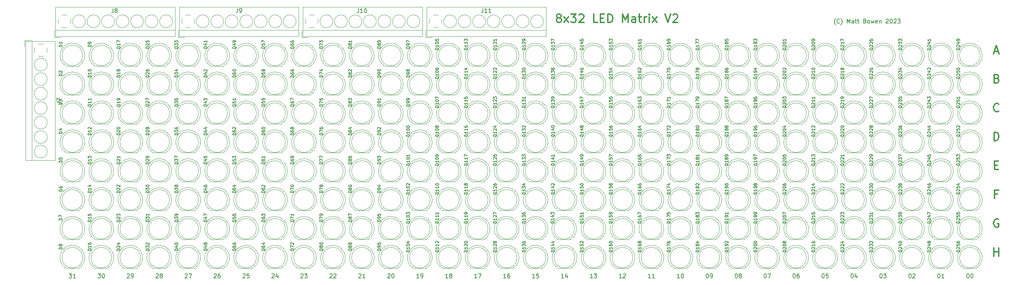
<source format=gto>
G04 #@! TF.GenerationSoftware,KiCad,Pcbnew,(5.1.10)-1*
G04 #@! TF.CreationDate,2023-12-13T16:58:41-05:00*
G04 #@! TF.ProjectId,LED_Matrix_8x32_v2,4c45445f-4d61-4747-9269-785f38783332,rev?*
G04 #@! TF.SameCoordinates,Original*
G04 #@! TF.FileFunction,Legend,Top*
G04 #@! TF.FilePolarity,Positive*
%FSLAX46Y46*%
G04 Gerber Fmt 4.6, Leading zero omitted, Abs format (unit mm)*
G04 Created by KiCad (PCBNEW (5.1.10)-1) date 2023-12-13 16:58:41*
%MOMM*%
%LPD*%
G01*
G04 APERTURE LIST*
%ADD10C,0.150000*%
%ADD11C,0.300000*%
%ADD12C,0.120000*%
%ADD13C,2.200000*%
%ADD14R,1.800000X1.800000*%
%ADD15C,1.800000*%
%ADD16C,2.400000*%
%ADD17R,2.400000X2.400000*%
G04 APERTURE END LIST*
D10*
X23320476Y-77557380D02*
X23939523Y-77557380D01*
X23606190Y-77938333D01*
X23749047Y-77938333D01*
X23844285Y-77985952D01*
X23891904Y-78033571D01*
X23939523Y-78128809D01*
X23939523Y-78366904D01*
X23891904Y-78462142D01*
X23844285Y-78509761D01*
X23749047Y-78557380D01*
X23463333Y-78557380D01*
X23368095Y-78509761D01*
X23320476Y-78462142D01*
X24891904Y-78557380D02*
X24320476Y-78557380D01*
X24606190Y-78557380D02*
X24606190Y-77557380D01*
X24510952Y-77700238D01*
X24415714Y-77795476D01*
X24320476Y-77843095D01*
X30305476Y-77557380D02*
X30924523Y-77557380D01*
X30591190Y-77938333D01*
X30734047Y-77938333D01*
X30829285Y-77985952D01*
X30876904Y-78033571D01*
X30924523Y-78128809D01*
X30924523Y-78366904D01*
X30876904Y-78462142D01*
X30829285Y-78509761D01*
X30734047Y-78557380D01*
X30448333Y-78557380D01*
X30353095Y-78509761D01*
X30305476Y-78462142D01*
X31543571Y-77557380D02*
X31638809Y-77557380D01*
X31734047Y-77605000D01*
X31781666Y-77652619D01*
X31829285Y-77747857D01*
X31876904Y-77938333D01*
X31876904Y-78176428D01*
X31829285Y-78366904D01*
X31781666Y-78462142D01*
X31734047Y-78509761D01*
X31638809Y-78557380D01*
X31543571Y-78557380D01*
X31448333Y-78509761D01*
X31400714Y-78462142D01*
X31353095Y-78366904D01*
X31305476Y-78176428D01*
X31305476Y-77938333D01*
X31353095Y-77747857D01*
X31400714Y-77652619D01*
X31448333Y-77605000D01*
X31543571Y-77557380D01*
X37338095Y-77652619D02*
X37385714Y-77605000D01*
X37480952Y-77557380D01*
X37719047Y-77557380D01*
X37814285Y-77605000D01*
X37861904Y-77652619D01*
X37909523Y-77747857D01*
X37909523Y-77843095D01*
X37861904Y-77985952D01*
X37290476Y-78557380D01*
X37909523Y-78557380D01*
X38385714Y-78557380D02*
X38576190Y-78557380D01*
X38671428Y-78509761D01*
X38719047Y-78462142D01*
X38814285Y-78319285D01*
X38861904Y-78128809D01*
X38861904Y-77747857D01*
X38814285Y-77652619D01*
X38766666Y-77605000D01*
X38671428Y-77557380D01*
X38480952Y-77557380D01*
X38385714Y-77605000D01*
X38338095Y-77652619D01*
X38290476Y-77747857D01*
X38290476Y-77985952D01*
X38338095Y-78081190D01*
X38385714Y-78128809D01*
X38480952Y-78176428D01*
X38671428Y-78176428D01*
X38766666Y-78128809D01*
X38814285Y-78081190D01*
X38861904Y-77985952D01*
X44323095Y-77652619D02*
X44370714Y-77605000D01*
X44465952Y-77557380D01*
X44704047Y-77557380D01*
X44799285Y-77605000D01*
X44846904Y-77652619D01*
X44894523Y-77747857D01*
X44894523Y-77843095D01*
X44846904Y-77985952D01*
X44275476Y-78557380D01*
X44894523Y-78557380D01*
X45465952Y-77985952D02*
X45370714Y-77938333D01*
X45323095Y-77890714D01*
X45275476Y-77795476D01*
X45275476Y-77747857D01*
X45323095Y-77652619D01*
X45370714Y-77605000D01*
X45465952Y-77557380D01*
X45656428Y-77557380D01*
X45751666Y-77605000D01*
X45799285Y-77652619D01*
X45846904Y-77747857D01*
X45846904Y-77795476D01*
X45799285Y-77890714D01*
X45751666Y-77938333D01*
X45656428Y-77985952D01*
X45465952Y-77985952D01*
X45370714Y-78033571D01*
X45323095Y-78081190D01*
X45275476Y-78176428D01*
X45275476Y-78366904D01*
X45323095Y-78462142D01*
X45370714Y-78509761D01*
X45465952Y-78557380D01*
X45656428Y-78557380D01*
X45751666Y-78509761D01*
X45799285Y-78462142D01*
X45846904Y-78366904D01*
X45846904Y-78176428D01*
X45799285Y-78081190D01*
X45751666Y-78033571D01*
X45656428Y-77985952D01*
X51308095Y-77652619D02*
X51355714Y-77605000D01*
X51450952Y-77557380D01*
X51689047Y-77557380D01*
X51784285Y-77605000D01*
X51831904Y-77652619D01*
X51879523Y-77747857D01*
X51879523Y-77843095D01*
X51831904Y-77985952D01*
X51260476Y-78557380D01*
X51879523Y-78557380D01*
X52212857Y-77557380D02*
X52879523Y-77557380D01*
X52450952Y-78557380D01*
X58293095Y-77652619D02*
X58340714Y-77605000D01*
X58435952Y-77557380D01*
X58674047Y-77557380D01*
X58769285Y-77605000D01*
X58816904Y-77652619D01*
X58864523Y-77747857D01*
X58864523Y-77843095D01*
X58816904Y-77985952D01*
X58245476Y-78557380D01*
X58864523Y-78557380D01*
X59721666Y-77557380D02*
X59531190Y-77557380D01*
X59435952Y-77605000D01*
X59388333Y-77652619D01*
X59293095Y-77795476D01*
X59245476Y-77985952D01*
X59245476Y-78366904D01*
X59293095Y-78462142D01*
X59340714Y-78509761D01*
X59435952Y-78557380D01*
X59626428Y-78557380D01*
X59721666Y-78509761D01*
X59769285Y-78462142D01*
X59816904Y-78366904D01*
X59816904Y-78128809D01*
X59769285Y-78033571D01*
X59721666Y-77985952D01*
X59626428Y-77938333D01*
X59435952Y-77938333D01*
X59340714Y-77985952D01*
X59293095Y-78033571D01*
X59245476Y-78128809D01*
X65278095Y-77652619D02*
X65325714Y-77605000D01*
X65420952Y-77557380D01*
X65659047Y-77557380D01*
X65754285Y-77605000D01*
X65801904Y-77652619D01*
X65849523Y-77747857D01*
X65849523Y-77843095D01*
X65801904Y-77985952D01*
X65230476Y-78557380D01*
X65849523Y-78557380D01*
X66754285Y-77557380D02*
X66278095Y-77557380D01*
X66230476Y-78033571D01*
X66278095Y-77985952D01*
X66373333Y-77938333D01*
X66611428Y-77938333D01*
X66706666Y-77985952D01*
X66754285Y-78033571D01*
X66801904Y-78128809D01*
X66801904Y-78366904D01*
X66754285Y-78462142D01*
X66706666Y-78509761D01*
X66611428Y-78557380D01*
X66373333Y-78557380D01*
X66278095Y-78509761D01*
X66230476Y-78462142D01*
X72263095Y-77652619D02*
X72310714Y-77605000D01*
X72405952Y-77557380D01*
X72644047Y-77557380D01*
X72739285Y-77605000D01*
X72786904Y-77652619D01*
X72834523Y-77747857D01*
X72834523Y-77843095D01*
X72786904Y-77985952D01*
X72215476Y-78557380D01*
X72834523Y-78557380D01*
X73691666Y-77890714D02*
X73691666Y-78557380D01*
X73453571Y-77509761D02*
X73215476Y-78224047D01*
X73834523Y-78224047D01*
X79248095Y-77652619D02*
X79295714Y-77605000D01*
X79390952Y-77557380D01*
X79629047Y-77557380D01*
X79724285Y-77605000D01*
X79771904Y-77652619D01*
X79819523Y-77747857D01*
X79819523Y-77843095D01*
X79771904Y-77985952D01*
X79200476Y-78557380D01*
X79819523Y-78557380D01*
X80152857Y-77557380D02*
X80771904Y-77557380D01*
X80438571Y-77938333D01*
X80581428Y-77938333D01*
X80676666Y-77985952D01*
X80724285Y-78033571D01*
X80771904Y-78128809D01*
X80771904Y-78366904D01*
X80724285Y-78462142D01*
X80676666Y-78509761D01*
X80581428Y-78557380D01*
X80295714Y-78557380D01*
X80200476Y-78509761D01*
X80152857Y-78462142D01*
X86233095Y-77652619D02*
X86280714Y-77605000D01*
X86375952Y-77557380D01*
X86614047Y-77557380D01*
X86709285Y-77605000D01*
X86756904Y-77652619D01*
X86804523Y-77747857D01*
X86804523Y-77843095D01*
X86756904Y-77985952D01*
X86185476Y-78557380D01*
X86804523Y-78557380D01*
X87185476Y-77652619D02*
X87233095Y-77605000D01*
X87328333Y-77557380D01*
X87566428Y-77557380D01*
X87661666Y-77605000D01*
X87709285Y-77652619D01*
X87756904Y-77747857D01*
X87756904Y-77843095D01*
X87709285Y-77985952D01*
X87137857Y-78557380D01*
X87756904Y-78557380D01*
X93218095Y-77652619D02*
X93265714Y-77605000D01*
X93360952Y-77557380D01*
X93599047Y-77557380D01*
X93694285Y-77605000D01*
X93741904Y-77652619D01*
X93789523Y-77747857D01*
X93789523Y-77843095D01*
X93741904Y-77985952D01*
X93170476Y-78557380D01*
X93789523Y-78557380D01*
X94741904Y-78557380D02*
X94170476Y-78557380D01*
X94456190Y-78557380D02*
X94456190Y-77557380D01*
X94360952Y-77700238D01*
X94265714Y-77795476D01*
X94170476Y-77843095D01*
X100203095Y-77652619D02*
X100250714Y-77605000D01*
X100345952Y-77557380D01*
X100584047Y-77557380D01*
X100679285Y-77605000D01*
X100726904Y-77652619D01*
X100774523Y-77747857D01*
X100774523Y-77843095D01*
X100726904Y-77985952D01*
X100155476Y-78557380D01*
X100774523Y-78557380D01*
X101393571Y-77557380D02*
X101488809Y-77557380D01*
X101584047Y-77605000D01*
X101631666Y-77652619D01*
X101679285Y-77747857D01*
X101726904Y-77938333D01*
X101726904Y-78176428D01*
X101679285Y-78366904D01*
X101631666Y-78462142D01*
X101584047Y-78509761D01*
X101488809Y-78557380D01*
X101393571Y-78557380D01*
X101298333Y-78509761D01*
X101250714Y-78462142D01*
X101203095Y-78366904D01*
X101155476Y-78176428D01*
X101155476Y-77938333D01*
X101203095Y-77747857D01*
X101250714Y-77652619D01*
X101298333Y-77605000D01*
X101393571Y-77557380D01*
X107759523Y-78557380D02*
X107188095Y-78557380D01*
X107473809Y-78557380D02*
X107473809Y-77557380D01*
X107378571Y-77700238D01*
X107283333Y-77795476D01*
X107188095Y-77843095D01*
X108235714Y-78557380D02*
X108426190Y-78557380D01*
X108521428Y-78509761D01*
X108569047Y-78462142D01*
X108664285Y-78319285D01*
X108711904Y-78128809D01*
X108711904Y-77747857D01*
X108664285Y-77652619D01*
X108616666Y-77605000D01*
X108521428Y-77557380D01*
X108330952Y-77557380D01*
X108235714Y-77605000D01*
X108188095Y-77652619D01*
X108140476Y-77747857D01*
X108140476Y-77985952D01*
X108188095Y-78081190D01*
X108235714Y-78128809D01*
X108330952Y-78176428D01*
X108521428Y-78176428D01*
X108616666Y-78128809D01*
X108664285Y-78081190D01*
X108711904Y-77985952D01*
X114744523Y-78557380D02*
X114173095Y-78557380D01*
X114458809Y-78557380D02*
X114458809Y-77557380D01*
X114363571Y-77700238D01*
X114268333Y-77795476D01*
X114173095Y-77843095D01*
X115315952Y-77985952D02*
X115220714Y-77938333D01*
X115173095Y-77890714D01*
X115125476Y-77795476D01*
X115125476Y-77747857D01*
X115173095Y-77652619D01*
X115220714Y-77605000D01*
X115315952Y-77557380D01*
X115506428Y-77557380D01*
X115601666Y-77605000D01*
X115649285Y-77652619D01*
X115696904Y-77747857D01*
X115696904Y-77795476D01*
X115649285Y-77890714D01*
X115601666Y-77938333D01*
X115506428Y-77985952D01*
X115315952Y-77985952D01*
X115220714Y-78033571D01*
X115173095Y-78081190D01*
X115125476Y-78176428D01*
X115125476Y-78366904D01*
X115173095Y-78462142D01*
X115220714Y-78509761D01*
X115315952Y-78557380D01*
X115506428Y-78557380D01*
X115601666Y-78509761D01*
X115649285Y-78462142D01*
X115696904Y-78366904D01*
X115696904Y-78176428D01*
X115649285Y-78081190D01*
X115601666Y-78033571D01*
X115506428Y-77985952D01*
X121729523Y-78557380D02*
X121158095Y-78557380D01*
X121443809Y-78557380D02*
X121443809Y-77557380D01*
X121348571Y-77700238D01*
X121253333Y-77795476D01*
X121158095Y-77843095D01*
X122062857Y-77557380D02*
X122729523Y-77557380D01*
X122300952Y-78557380D01*
X128714523Y-78557380D02*
X128143095Y-78557380D01*
X128428809Y-78557380D02*
X128428809Y-77557380D01*
X128333571Y-77700238D01*
X128238333Y-77795476D01*
X128143095Y-77843095D01*
X129571666Y-77557380D02*
X129381190Y-77557380D01*
X129285952Y-77605000D01*
X129238333Y-77652619D01*
X129143095Y-77795476D01*
X129095476Y-77985952D01*
X129095476Y-78366904D01*
X129143095Y-78462142D01*
X129190714Y-78509761D01*
X129285952Y-78557380D01*
X129476428Y-78557380D01*
X129571666Y-78509761D01*
X129619285Y-78462142D01*
X129666904Y-78366904D01*
X129666904Y-78128809D01*
X129619285Y-78033571D01*
X129571666Y-77985952D01*
X129476428Y-77938333D01*
X129285952Y-77938333D01*
X129190714Y-77985952D01*
X129143095Y-78033571D01*
X129095476Y-78128809D01*
X135699523Y-78557380D02*
X135128095Y-78557380D01*
X135413809Y-78557380D02*
X135413809Y-77557380D01*
X135318571Y-77700238D01*
X135223333Y-77795476D01*
X135128095Y-77843095D01*
X136604285Y-77557380D02*
X136128095Y-77557380D01*
X136080476Y-78033571D01*
X136128095Y-77985952D01*
X136223333Y-77938333D01*
X136461428Y-77938333D01*
X136556666Y-77985952D01*
X136604285Y-78033571D01*
X136651904Y-78128809D01*
X136651904Y-78366904D01*
X136604285Y-78462142D01*
X136556666Y-78509761D01*
X136461428Y-78557380D01*
X136223333Y-78557380D01*
X136128095Y-78509761D01*
X136080476Y-78462142D01*
X142684523Y-78557380D02*
X142113095Y-78557380D01*
X142398809Y-78557380D02*
X142398809Y-77557380D01*
X142303571Y-77700238D01*
X142208333Y-77795476D01*
X142113095Y-77843095D01*
X143541666Y-77890714D02*
X143541666Y-78557380D01*
X143303571Y-77509761D02*
X143065476Y-78224047D01*
X143684523Y-78224047D01*
X149669523Y-78557380D02*
X149098095Y-78557380D01*
X149383809Y-78557380D02*
X149383809Y-77557380D01*
X149288571Y-77700238D01*
X149193333Y-77795476D01*
X149098095Y-77843095D01*
X150002857Y-77557380D02*
X150621904Y-77557380D01*
X150288571Y-77938333D01*
X150431428Y-77938333D01*
X150526666Y-77985952D01*
X150574285Y-78033571D01*
X150621904Y-78128809D01*
X150621904Y-78366904D01*
X150574285Y-78462142D01*
X150526666Y-78509761D01*
X150431428Y-78557380D01*
X150145714Y-78557380D01*
X150050476Y-78509761D01*
X150002857Y-78462142D01*
X156654523Y-78557380D02*
X156083095Y-78557380D01*
X156368809Y-78557380D02*
X156368809Y-77557380D01*
X156273571Y-77700238D01*
X156178333Y-77795476D01*
X156083095Y-77843095D01*
X157035476Y-77652619D02*
X157083095Y-77605000D01*
X157178333Y-77557380D01*
X157416428Y-77557380D01*
X157511666Y-77605000D01*
X157559285Y-77652619D01*
X157606904Y-77747857D01*
X157606904Y-77843095D01*
X157559285Y-77985952D01*
X156987857Y-78557380D01*
X157606904Y-78557380D01*
X163639523Y-78557380D02*
X163068095Y-78557380D01*
X163353809Y-78557380D02*
X163353809Y-77557380D01*
X163258571Y-77700238D01*
X163163333Y-77795476D01*
X163068095Y-77843095D01*
X164591904Y-78557380D02*
X164020476Y-78557380D01*
X164306190Y-78557380D02*
X164306190Y-77557380D01*
X164210952Y-77700238D01*
X164115714Y-77795476D01*
X164020476Y-77843095D01*
X170624523Y-78557380D02*
X170053095Y-78557380D01*
X170338809Y-78557380D02*
X170338809Y-77557380D01*
X170243571Y-77700238D01*
X170148333Y-77795476D01*
X170053095Y-77843095D01*
X171243571Y-77557380D02*
X171338809Y-77557380D01*
X171434047Y-77605000D01*
X171481666Y-77652619D01*
X171529285Y-77747857D01*
X171576904Y-77938333D01*
X171576904Y-78176428D01*
X171529285Y-78366904D01*
X171481666Y-78462142D01*
X171434047Y-78509761D01*
X171338809Y-78557380D01*
X171243571Y-78557380D01*
X171148333Y-78509761D01*
X171100714Y-78462142D01*
X171053095Y-78366904D01*
X171005476Y-78176428D01*
X171005476Y-77938333D01*
X171053095Y-77747857D01*
X171100714Y-77652619D01*
X171148333Y-77605000D01*
X171243571Y-77557380D01*
X177276190Y-77557380D02*
X177371428Y-77557380D01*
X177466666Y-77605000D01*
X177514285Y-77652619D01*
X177561904Y-77747857D01*
X177609523Y-77938333D01*
X177609523Y-78176428D01*
X177561904Y-78366904D01*
X177514285Y-78462142D01*
X177466666Y-78509761D01*
X177371428Y-78557380D01*
X177276190Y-78557380D01*
X177180952Y-78509761D01*
X177133333Y-78462142D01*
X177085714Y-78366904D01*
X177038095Y-78176428D01*
X177038095Y-77938333D01*
X177085714Y-77747857D01*
X177133333Y-77652619D01*
X177180952Y-77605000D01*
X177276190Y-77557380D01*
X178085714Y-78557380D02*
X178276190Y-78557380D01*
X178371428Y-78509761D01*
X178419047Y-78462142D01*
X178514285Y-78319285D01*
X178561904Y-78128809D01*
X178561904Y-77747857D01*
X178514285Y-77652619D01*
X178466666Y-77605000D01*
X178371428Y-77557380D01*
X178180952Y-77557380D01*
X178085714Y-77605000D01*
X178038095Y-77652619D01*
X177990476Y-77747857D01*
X177990476Y-77985952D01*
X178038095Y-78081190D01*
X178085714Y-78128809D01*
X178180952Y-78176428D01*
X178371428Y-78176428D01*
X178466666Y-78128809D01*
X178514285Y-78081190D01*
X178561904Y-77985952D01*
X184261190Y-77557380D02*
X184356428Y-77557380D01*
X184451666Y-77605000D01*
X184499285Y-77652619D01*
X184546904Y-77747857D01*
X184594523Y-77938333D01*
X184594523Y-78176428D01*
X184546904Y-78366904D01*
X184499285Y-78462142D01*
X184451666Y-78509761D01*
X184356428Y-78557380D01*
X184261190Y-78557380D01*
X184165952Y-78509761D01*
X184118333Y-78462142D01*
X184070714Y-78366904D01*
X184023095Y-78176428D01*
X184023095Y-77938333D01*
X184070714Y-77747857D01*
X184118333Y-77652619D01*
X184165952Y-77605000D01*
X184261190Y-77557380D01*
X185165952Y-77985952D02*
X185070714Y-77938333D01*
X185023095Y-77890714D01*
X184975476Y-77795476D01*
X184975476Y-77747857D01*
X185023095Y-77652619D01*
X185070714Y-77605000D01*
X185165952Y-77557380D01*
X185356428Y-77557380D01*
X185451666Y-77605000D01*
X185499285Y-77652619D01*
X185546904Y-77747857D01*
X185546904Y-77795476D01*
X185499285Y-77890714D01*
X185451666Y-77938333D01*
X185356428Y-77985952D01*
X185165952Y-77985952D01*
X185070714Y-78033571D01*
X185023095Y-78081190D01*
X184975476Y-78176428D01*
X184975476Y-78366904D01*
X185023095Y-78462142D01*
X185070714Y-78509761D01*
X185165952Y-78557380D01*
X185356428Y-78557380D01*
X185451666Y-78509761D01*
X185499285Y-78462142D01*
X185546904Y-78366904D01*
X185546904Y-78176428D01*
X185499285Y-78081190D01*
X185451666Y-78033571D01*
X185356428Y-77985952D01*
X191246190Y-77557380D02*
X191341428Y-77557380D01*
X191436666Y-77605000D01*
X191484285Y-77652619D01*
X191531904Y-77747857D01*
X191579523Y-77938333D01*
X191579523Y-78176428D01*
X191531904Y-78366904D01*
X191484285Y-78462142D01*
X191436666Y-78509761D01*
X191341428Y-78557380D01*
X191246190Y-78557380D01*
X191150952Y-78509761D01*
X191103333Y-78462142D01*
X191055714Y-78366904D01*
X191008095Y-78176428D01*
X191008095Y-77938333D01*
X191055714Y-77747857D01*
X191103333Y-77652619D01*
X191150952Y-77605000D01*
X191246190Y-77557380D01*
X191912857Y-77557380D02*
X192579523Y-77557380D01*
X192150952Y-78557380D01*
X198231190Y-77557380D02*
X198326428Y-77557380D01*
X198421666Y-77605000D01*
X198469285Y-77652619D01*
X198516904Y-77747857D01*
X198564523Y-77938333D01*
X198564523Y-78176428D01*
X198516904Y-78366904D01*
X198469285Y-78462142D01*
X198421666Y-78509761D01*
X198326428Y-78557380D01*
X198231190Y-78557380D01*
X198135952Y-78509761D01*
X198088333Y-78462142D01*
X198040714Y-78366904D01*
X197993095Y-78176428D01*
X197993095Y-77938333D01*
X198040714Y-77747857D01*
X198088333Y-77652619D01*
X198135952Y-77605000D01*
X198231190Y-77557380D01*
X199421666Y-77557380D02*
X199231190Y-77557380D01*
X199135952Y-77605000D01*
X199088333Y-77652619D01*
X198993095Y-77795476D01*
X198945476Y-77985952D01*
X198945476Y-78366904D01*
X198993095Y-78462142D01*
X199040714Y-78509761D01*
X199135952Y-78557380D01*
X199326428Y-78557380D01*
X199421666Y-78509761D01*
X199469285Y-78462142D01*
X199516904Y-78366904D01*
X199516904Y-78128809D01*
X199469285Y-78033571D01*
X199421666Y-77985952D01*
X199326428Y-77938333D01*
X199135952Y-77938333D01*
X199040714Y-77985952D01*
X198993095Y-78033571D01*
X198945476Y-78128809D01*
X205216190Y-77557380D02*
X205311428Y-77557380D01*
X205406666Y-77605000D01*
X205454285Y-77652619D01*
X205501904Y-77747857D01*
X205549523Y-77938333D01*
X205549523Y-78176428D01*
X205501904Y-78366904D01*
X205454285Y-78462142D01*
X205406666Y-78509761D01*
X205311428Y-78557380D01*
X205216190Y-78557380D01*
X205120952Y-78509761D01*
X205073333Y-78462142D01*
X205025714Y-78366904D01*
X204978095Y-78176428D01*
X204978095Y-77938333D01*
X205025714Y-77747857D01*
X205073333Y-77652619D01*
X205120952Y-77605000D01*
X205216190Y-77557380D01*
X206454285Y-77557380D02*
X205978095Y-77557380D01*
X205930476Y-78033571D01*
X205978095Y-77985952D01*
X206073333Y-77938333D01*
X206311428Y-77938333D01*
X206406666Y-77985952D01*
X206454285Y-78033571D01*
X206501904Y-78128809D01*
X206501904Y-78366904D01*
X206454285Y-78462142D01*
X206406666Y-78509761D01*
X206311428Y-78557380D01*
X206073333Y-78557380D01*
X205978095Y-78509761D01*
X205930476Y-78462142D01*
X212201190Y-77557380D02*
X212296428Y-77557380D01*
X212391666Y-77605000D01*
X212439285Y-77652619D01*
X212486904Y-77747857D01*
X212534523Y-77938333D01*
X212534523Y-78176428D01*
X212486904Y-78366904D01*
X212439285Y-78462142D01*
X212391666Y-78509761D01*
X212296428Y-78557380D01*
X212201190Y-78557380D01*
X212105952Y-78509761D01*
X212058333Y-78462142D01*
X212010714Y-78366904D01*
X211963095Y-78176428D01*
X211963095Y-77938333D01*
X212010714Y-77747857D01*
X212058333Y-77652619D01*
X212105952Y-77605000D01*
X212201190Y-77557380D01*
X213391666Y-77890714D02*
X213391666Y-78557380D01*
X213153571Y-77509761D02*
X212915476Y-78224047D01*
X213534523Y-78224047D01*
X219186190Y-77557380D02*
X219281428Y-77557380D01*
X219376666Y-77605000D01*
X219424285Y-77652619D01*
X219471904Y-77747857D01*
X219519523Y-77938333D01*
X219519523Y-78176428D01*
X219471904Y-78366904D01*
X219424285Y-78462142D01*
X219376666Y-78509761D01*
X219281428Y-78557380D01*
X219186190Y-78557380D01*
X219090952Y-78509761D01*
X219043333Y-78462142D01*
X218995714Y-78366904D01*
X218948095Y-78176428D01*
X218948095Y-77938333D01*
X218995714Y-77747857D01*
X219043333Y-77652619D01*
X219090952Y-77605000D01*
X219186190Y-77557380D01*
X219852857Y-77557380D02*
X220471904Y-77557380D01*
X220138571Y-77938333D01*
X220281428Y-77938333D01*
X220376666Y-77985952D01*
X220424285Y-78033571D01*
X220471904Y-78128809D01*
X220471904Y-78366904D01*
X220424285Y-78462142D01*
X220376666Y-78509761D01*
X220281428Y-78557380D01*
X219995714Y-78557380D01*
X219900476Y-78509761D01*
X219852857Y-78462142D01*
X226171190Y-77557380D02*
X226266428Y-77557380D01*
X226361666Y-77605000D01*
X226409285Y-77652619D01*
X226456904Y-77747857D01*
X226504523Y-77938333D01*
X226504523Y-78176428D01*
X226456904Y-78366904D01*
X226409285Y-78462142D01*
X226361666Y-78509761D01*
X226266428Y-78557380D01*
X226171190Y-78557380D01*
X226075952Y-78509761D01*
X226028333Y-78462142D01*
X225980714Y-78366904D01*
X225933095Y-78176428D01*
X225933095Y-77938333D01*
X225980714Y-77747857D01*
X226028333Y-77652619D01*
X226075952Y-77605000D01*
X226171190Y-77557380D01*
X226885476Y-77652619D02*
X226933095Y-77605000D01*
X227028333Y-77557380D01*
X227266428Y-77557380D01*
X227361666Y-77605000D01*
X227409285Y-77652619D01*
X227456904Y-77747857D01*
X227456904Y-77843095D01*
X227409285Y-77985952D01*
X226837857Y-78557380D01*
X227456904Y-78557380D01*
X233156190Y-77557380D02*
X233251428Y-77557380D01*
X233346666Y-77605000D01*
X233394285Y-77652619D01*
X233441904Y-77747857D01*
X233489523Y-77938333D01*
X233489523Y-78176428D01*
X233441904Y-78366904D01*
X233394285Y-78462142D01*
X233346666Y-78509761D01*
X233251428Y-78557380D01*
X233156190Y-78557380D01*
X233060952Y-78509761D01*
X233013333Y-78462142D01*
X232965714Y-78366904D01*
X232918095Y-78176428D01*
X232918095Y-77938333D01*
X232965714Y-77747857D01*
X233013333Y-77652619D01*
X233060952Y-77605000D01*
X233156190Y-77557380D01*
X234441904Y-78557380D02*
X233870476Y-78557380D01*
X234156190Y-78557380D02*
X234156190Y-77557380D01*
X234060952Y-77700238D01*
X233965714Y-77795476D01*
X233870476Y-77843095D01*
X240141190Y-77557380D02*
X240236428Y-77557380D01*
X240331666Y-77605000D01*
X240379285Y-77652619D01*
X240426904Y-77747857D01*
X240474523Y-77938333D01*
X240474523Y-78176428D01*
X240426904Y-78366904D01*
X240379285Y-78462142D01*
X240331666Y-78509761D01*
X240236428Y-78557380D01*
X240141190Y-78557380D01*
X240045952Y-78509761D01*
X239998333Y-78462142D01*
X239950714Y-78366904D01*
X239903095Y-78176428D01*
X239903095Y-77938333D01*
X239950714Y-77747857D01*
X239998333Y-77652619D01*
X240045952Y-77605000D01*
X240141190Y-77557380D01*
X241093571Y-77557380D02*
X241188809Y-77557380D01*
X241284047Y-77605000D01*
X241331666Y-77652619D01*
X241379285Y-77747857D01*
X241426904Y-77938333D01*
X241426904Y-78176428D01*
X241379285Y-78366904D01*
X241331666Y-78462142D01*
X241284047Y-78509761D01*
X241188809Y-78557380D01*
X241093571Y-78557380D01*
X240998333Y-78509761D01*
X240950714Y-78462142D01*
X240903095Y-78366904D01*
X240855476Y-78176428D01*
X240855476Y-77938333D01*
X240903095Y-77747857D01*
X240950714Y-77652619D01*
X240998333Y-77605000D01*
X241093571Y-77557380D01*
D11*
X246443571Y-73294761D02*
X246443571Y-71294761D01*
X246443571Y-72247142D02*
X247586428Y-72247142D01*
X247586428Y-73294761D02*
X247586428Y-71294761D01*
X247538809Y-64405000D02*
X247348333Y-64309761D01*
X247062619Y-64309761D01*
X246776904Y-64405000D01*
X246586428Y-64595476D01*
X246491190Y-64785952D01*
X246395952Y-65166904D01*
X246395952Y-65452619D01*
X246491190Y-65833571D01*
X246586428Y-66024047D01*
X246776904Y-66214523D01*
X247062619Y-66309761D01*
X247253095Y-66309761D01*
X247538809Y-66214523D01*
X247634047Y-66119285D01*
X247634047Y-65452619D01*
X247253095Y-65452619D01*
X247300714Y-58277142D02*
X246634047Y-58277142D01*
X246634047Y-59324761D02*
X246634047Y-57324761D01*
X247586428Y-57324761D01*
X246586428Y-51292142D02*
X247253095Y-51292142D01*
X247538809Y-52339761D02*
X246586428Y-52339761D01*
X246586428Y-50339761D01*
X247538809Y-50339761D01*
X246491190Y-45354761D02*
X246491190Y-43354761D01*
X246967380Y-43354761D01*
X247253095Y-43450000D01*
X247443571Y-43640476D01*
X247538809Y-43830952D01*
X247634047Y-44211904D01*
X247634047Y-44497619D01*
X247538809Y-44878571D01*
X247443571Y-45069047D01*
X247253095Y-45259523D01*
X246967380Y-45354761D01*
X246491190Y-45354761D01*
X247634047Y-38179285D02*
X247538809Y-38274523D01*
X247253095Y-38369761D01*
X247062619Y-38369761D01*
X246776904Y-38274523D01*
X246586428Y-38084047D01*
X246491190Y-37893571D01*
X246395952Y-37512619D01*
X246395952Y-37226904D01*
X246491190Y-36845952D01*
X246586428Y-36655476D01*
X246776904Y-36465000D01*
X247062619Y-36369761D01*
X247253095Y-36369761D01*
X247538809Y-36465000D01*
X247634047Y-36560238D01*
X247157857Y-30337142D02*
X247443571Y-30432380D01*
X247538809Y-30527619D01*
X247634047Y-30718095D01*
X247634047Y-31003809D01*
X247538809Y-31194285D01*
X247443571Y-31289523D01*
X247253095Y-31384761D01*
X246491190Y-31384761D01*
X246491190Y-29384761D01*
X247157857Y-29384761D01*
X247348333Y-29480000D01*
X247443571Y-29575238D01*
X247538809Y-29765714D01*
X247538809Y-29956190D01*
X247443571Y-30146666D01*
X247348333Y-30241904D01*
X247157857Y-30337142D01*
X246491190Y-30337142D01*
X246538809Y-23828333D02*
X247491190Y-23828333D01*
X246348333Y-24399761D02*
X247015000Y-22399761D01*
X247681666Y-24399761D01*
D10*
X208257142Y-17343333D02*
X208209523Y-17295714D01*
X208114285Y-17152857D01*
X208066666Y-17057619D01*
X208019047Y-16914761D01*
X207971428Y-16676666D01*
X207971428Y-16486190D01*
X208019047Y-16248095D01*
X208066666Y-16105238D01*
X208114285Y-16010000D01*
X208209523Y-15867142D01*
X208257142Y-15819523D01*
X209209523Y-16867142D02*
X209161904Y-16914761D01*
X209019047Y-16962380D01*
X208923809Y-16962380D01*
X208780952Y-16914761D01*
X208685714Y-16819523D01*
X208638095Y-16724285D01*
X208590476Y-16533809D01*
X208590476Y-16390952D01*
X208638095Y-16200476D01*
X208685714Y-16105238D01*
X208780952Y-16010000D01*
X208923809Y-15962380D01*
X209019047Y-15962380D01*
X209161904Y-16010000D01*
X209209523Y-16057619D01*
X209542857Y-17343333D02*
X209590476Y-17295714D01*
X209685714Y-17152857D01*
X209733333Y-17057619D01*
X209780952Y-16914761D01*
X209828571Y-16676666D01*
X209828571Y-16486190D01*
X209780952Y-16248095D01*
X209733333Y-16105238D01*
X209685714Y-16010000D01*
X209590476Y-15867142D01*
X209542857Y-15819523D01*
X211066666Y-16962380D02*
X211066666Y-15962380D01*
X211400000Y-16676666D01*
X211733333Y-15962380D01*
X211733333Y-16962380D01*
X212638095Y-16962380D02*
X212638095Y-16438571D01*
X212590476Y-16343333D01*
X212495238Y-16295714D01*
X212304761Y-16295714D01*
X212209523Y-16343333D01*
X212638095Y-16914761D02*
X212542857Y-16962380D01*
X212304761Y-16962380D01*
X212209523Y-16914761D01*
X212161904Y-16819523D01*
X212161904Y-16724285D01*
X212209523Y-16629047D01*
X212304761Y-16581428D01*
X212542857Y-16581428D01*
X212638095Y-16533809D01*
X212971428Y-16295714D02*
X213352380Y-16295714D01*
X213114285Y-15962380D02*
X213114285Y-16819523D01*
X213161904Y-16914761D01*
X213257142Y-16962380D01*
X213352380Y-16962380D01*
X213542857Y-16295714D02*
X213923809Y-16295714D01*
X213685714Y-15962380D02*
X213685714Y-16819523D01*
X213733333Y-16914761D01*
X213828571Y-16962380D01*
X213923809Y-16962380D01*
X215352380Y-16438571D02*
X215495238Y-16486190D01*
X215542857Y-16533809D01*
X215590476Y-16629047D01*
X215590476Y-16771904D01*
X215542857Y-16867142D01*
X215495238Y-16914761D01*
X215400000Y-16962380D01*
X215019047Y-16962380D01*
X215019047Y-15962380D01*
X215352380Y-15962380D01*
X215447619Y-16010000D01*
X215495238Y-16057619D01*
X215542857Y-16152857D01*
X215542857Y-16248095D01*
X215495238Y-16343333D01*
X215447619Y-16390952D01*
X215352380Y-16438571D01*
X215019047Y-16438571D01*
X216161904Y-16962380D02*
X216066666Y-16914761D01*
X216019047Y-16867142D01*
X215971428Y-16771904D01*
X215971428Y-16486190D01*
X216019047Y-16390952D01*
X216066666Y-16343333D01*
X216161904Y-16295714D01*
X216304761Y-16295714D01*
X216400000Y-16343333D01*
X216447619Y-16390952D01*
X216495238Y-16486190D01*
X216495238Y-16771904D01*
X216447619Y-16867142D01*
X216400000Y-16914761D01*
X216304761Y-16962380D01*
X216161904Y-16962380D01*
X216828571Y-16295714D02*
X217019047Y-16962380D01*
X217209523Y-16486190D01*
X217400000Y-16962380D01*
X217590476Y-16295714D01*
X218352380Y-16914761D02*
X218257142Y-16962380D01*
X218066666Y-16962380D01*
X217971428Y-16914761D01*
X217923809Y-16819523D01*
X217923809Y-16438571D01*
X217971428Y-16343333D01*
X218066666Y-16295714D01*
X218257142Y-16295714D01*
X218352380Y-16343333D01*
X218400000Y-16438571D01*
X218400000Y-16533809D01*
X217923809Y-16629047D01*
X218828571Y-16295714D02*
X218828571Y-16962380D01*
X218828571Y-16390952D02*
X218876190Y-16343333D01*
X218971428Y-16295714D01*
X219114285Y-16295714D01*
X219209523Y-16343333D01*
X219257142Y-16438571D01*
X219257142Y-16962380D01*
X220447619Y-16057619D02*
X220495238Y-16010000D01*
X220590476Y-15962380D01*
X220828571Y-15962380D01*
X220923809Y-16010000D01*
X220971428Y-16057619D01*
X221019047Y-16152857D01*
X221019047Y-16248095D01*
X220971428Y-16390952D01*
X220400000Y-16962380D01*
X221019047Y-16962380D01*
X221638095Y-15962380D02*
X221733333Y-15962380D01*
X221828571Y-16010000D01*
X221876190Y-16057619D01*
X221923809Y-16152857D01*
X221971428Y-16343333D01*
X221971428Y-16581428D01*
X221923809Y-16771904D01*
X221876190Y-16867142D01*
X221828571Y-16914761D01*
X221733333Y-16962380D01*
X221638095Y-16962380D01*
X221542857Y-16914761D01*
X221495238Y-16867142D01*
X221447619Y-16771904D01*
X221400000Y-16581428D01*
X221400000Y-16343333D01*
X221447619Y-16152857D01*
X221495238Y-16057619D01*
X221542857Y-16010000D01*
X221638095Y-15962380D01*
X222352380Y-16057619D02*
X222400000Y-16010000D01*
X222495238Y-15962380D01*
X222733333Y-15962380D01*
X222828571Y-16010000D01*
X222876190Y-16057619D01*
X222923809Y-16152857D01*
X222923809Y-16248095D01*
X222876190Y-16390952D01*
X222304761Y-16962380D01*
X222923809Y-16962380D01*
X223257142Y-15962380D02*
X223876190Y-15962380D01*
X223542857Y-16343333D01*
X223685714Y-16343333D01*
X223780952Y-16390952D01*
X223828571Y-16438571D01*
X223876190Y-16533809D01*
X223876190Y-16771904D01*
X223828571Y-16867142D01*
X223780952Y-16914761D01*
X223685714Y-16962380D01*
X223400000Y-16962380D01*
X223304761Y-16914761D01*
X223257142Y-16867142D01*
D11*
X141336904Y-15636904D02*
X141146428Y-15541666D01*
X141051190Y-15446428D01*
X140955952Y-15255952D01*
X140955952Y-15160714D01*
X141051190Y-14970238D01*
X141146428Y-14875000D01*
X141336904Y-14779761D01*
X141717857Y-14779761D01*
X141908333Y-14875000D01*
X142003571Y-14970238D01*
X142098809Y-15160714D01*
X142098809Y-15255952D01*
X142003571Y-15446428D01*
X141908333Y-15541666D01*
X141717857Y-15636904D01*
X141336904Y-15636904D01*
X141146428Y-15732142D01*
X141051190Y-15827380D01*
X140955952Y-16017857D01*
X140955952Y-16398809D01*
X141051190Y-16589285D01*
X141146428Y-16684523D01*
X141336904Y-16779761D01*
X141717857Y-16779761D01*
X141908333Y-16684523D01*
X142003571Y-16589285D01*
X142098809Y-16398809D01*
X142098809Y-16017857D01*
X142003571Y-15827380D01*
X141908333Y-15732142D01*
X141717857Y-15636904D01*
X142765476Y-16779761D02*
X143813095Y-15446428D01*
X142765476Y-15446428D02*
X143813095Y-16779761D01*
X144384523Y-14779761D02*
X145622619Y-14779761D01*
X144955952Y-15541666D01*
X145241666Y-15541666D01*
X145432142Y-15636904D01*
X145527380Y-15732142D01*
X145622619Y-15922619D01*
X145622619Y-16398809D01*
X145527380Y-16589285D01*
X145432142Y-16684523D01*
X145241666Y-16779761D01*
X144670238Y-16779761D01*
X144479761Y-16684523D01*
X144384523Y-16589285D01*
X146384523Y-14970238D02*
X146479761Y-14875000D01*
X146670238Y-14779761D01*
X147146428Y-14779761D01*
X147336904Y-14875000D01*
X147432142Y-14970238D01*
X147527380Y-15160714D01*
X147527380Y-15351190D01*
X147432142Y-15636904D01*
X146289285Y-16779761D01*
X147527380Y-16779761D01*
X150860714Y-16779761D02*
X149908333Y-16779761D01*
X149908333Y-14779761D01*
X151527380Y-15732142D02*
X152194047Y-15732142D01*
X152479761Y-16779761D02*
X151527380Y-16779761D01*
X151527380Y-14779761D01*
X152479761Y-14779761D01*
X153336904Y-16779761D02*
X153336904Y-14779761D01*
X153813095Y-14779761D01*
X154098809Y-14875000D01*
X154289285Y-15065476D01*
X154384523Y-15255952D01*
X154479761Y-15636904D01*
X154479761Y-15922619D01*
X154384523Y-16303571D01*
X154289285Y-16494047D01*
X154098809Y-16684523D01*
X153813095Y-16779761D01*
X153336904Y-16779761D01*
X156860714Y-16779761D02*
X156860714Y-14779761D01*
X157527380Y-16208333D01*
X158194047Y-14779761D01*
X158194047Y-16779761D01*
X160003571Y-16779761D02*
X160003571Y-15732142D01*
X159908333Y-15541666D01*
X159717857Y-15446428D01*
X159336904Y-15446428D01*
X159146428Y-15541666D01*
X160003571Y-16684523D02*
X159813095Y-16779761D01*
X159336904Y-16779761D01*
X159146428Y-16684523D01*
X159051190Y-16494047D01*
X159051190Y-16303571D01*
X159146428Y-16113095D01*
X159336904Y-16017857D01*
X159813095Y-16017857D01*
X160003571Y-15922619D01*
X160670238Y-15446428D02*
X161432142Y-15446428D01*
X160955952Y-14779761D02*
X160955952Y-16494047D01*
X161051190Y-16684523D01*
X161241666Y-16779761D01*
X161432142Y-16779761D01*
X162098809Y-16779761D02*
X162098809Y-15446428D01*
X162098809Y-15827380D02*
X162194047Y-15636904D01*
X162289285Y-15541666D01*
X162479761Y-15446428D01*
X162670238Y-15446428D01*
X163336904Y-16779761D02*
X163336904Y-15446428D01*
X163336904Y-14779761D02*
X163241666Y-14875000D01*
X163336904Y-14970238D01*
X163432142Y-14875000D01*
X163336904Y-14779761D01*
X163336904Y-14970238D01*
X164098809Y-16779761D02*
X165146428Y-15446428D01*
X164098809Y-15446428D02*
X165146428Y-16779761D01*
X167146428Y-14779761D02*
X167813095Y-16779761D01*
X168479761Y-14779761D01*
X169051190Y-14970238D02*
X169146428Y-14875000D01*
X169336904Y-14779761D01*
X169813095Y-14779761D01*
X170003571Y-14875000D01*
X170098809Y-14970238D01*
X170194047Y-15160714D01*
X170194047Y-15351190D01*
X170098809Y-15636904D01*
X168955952Y-16779761D01*
X170194047Y-16779761D01*
D12*
G04 #@! TO.C,D256*
X239120000Y-76220000D02*
X242210000Y-76220000D01*
X243165000Y-73660000D02*
G75*
G03*
X243165000Y-73660000I-2500000J0D01*
G01*
X240665462Y-70670000D02*
G75*
G03*
X239120170Y-76220000I-462J-2990000D01*
G01*
X240664538Y-70670000D02*
G75*
G02*
X242209830Y-76220000I462J-2990000D01*
G01*
G04 #@! TO.C,D245*
X232135000Y-55265000D02*
X235225000Y-55265000D01*
X236180000Y-52705000D02*
G75*
G03*
X236180000Y-52705000I-2500000J0D01*
G01*
X233680462Y-49715000D02*
G75*
G03*
X232135170Y-55265000I-462J-2990000D01*
G01*
X233679538Y-49715000D02*
G75*
G02*
X235224830Y-55265000I462J-2990000D01*
G01*
G04 #@! TO.C,D244*
X232135000Y-48280000D02*
X235225000Y-48280000D01*
X236180000Y-45720000D02*
G75*
G03*
X236180000Y-45720000I-2500000J0D01*
G01*
X233680462Y-42730000D02*
G75*
G03*
X232135170Y-48280000I-462J-2990000D01*
G01*
X233679538Y-42730000D02*
G75*
G02*
X235224830Y-48280000I462J-2990000D01*
G01*
G04 #@! TO.C,D253*
X239120000Y-55265000D02*
X242210000Y-55265000D01*
X243165000Y-52705000D02*
G75*
G03*
X243165000Y-52705000I-2500000J0D01*
G01*
X240665462Y-49715000D02*
G75*
G03*
X239120170Y-55265000I-462J-2990000D01*
G01*
X240664538Y-49715000D02*
G75*
G02*
X242209830Y-55265000I462J-2990000D01*
G01*
G04 #@! TO.C,D255*
X239120000Y-69235000D02*
X242210000Y-69235000D01*
X243165000Y-66675000D02*
G75*
G03*
X243165000Y-66675000I-2500000J0D01*
G01*
X240665462Y-63685000D02*
G75*
G03*
X239120170Y-69235000I-462J-2990000D01*
G01*
X240664538Y-63685000D02*
G75*
G02*
X242209830Y-69235000I462J-2990000D01*
G01*
G04 #@! TO.C,D252*
X239120000Y-48280000D02*
X242210000Y-48280000D01*
X243165000Y-45720000D02*
G75*
G03*
X243165000Y-45720000I-2500000J0D01*
G01*
X240665462Y-42730000D02*
G75*
G03*
X239120170Y-48280000I-462J-2990000D01*
G01*
X240664538Y-42730000D02*
G75*
G02*
X242209830Y-48280000I462J-2990000D01*
G01*
G04 #@! TO.C,D246*
X232135000Y-62250000D02*
X235225000Y-62250000D01*
X236180000Y-59690000D02*
G75*
G03*
X236180000Y-59690000I-2500000J0D01*
G01*
X233680462Y-56700000D02*
G75*
G03*
X232135170Y-62250000I-462J-2990000D01*
G01*
X233679538Y-56700000D02*
G75*
G02*
X235224830Y-62250000I462J-2990000D01*
G01*
G04 #@! TO.C,D254*
X239120000Y-62250000D02*
X242210000Y-62250000D01*
X243165000Y-59690000D02*
G75*
G03*
X243165000Y-59690000I-2500000J0D01*
G01*
X240665462Y-56700000D02*
G75*
G03*
X239120170Y-62250000I-462J-2990000D01*
G01*
X240664538Y-56700000D02*
G75*
G02*
X242209830Y-62250000I462J-2990000D01*
G01*
G04 #@! TO.C,D248*
X232135000Y-76220000D02*
X235225000Y-76220000D01*
X236180000Y-73660000D02*
G75*
G03*
X236180000Y-73660000I-2500000J0D01*
G01*
X233680462Y-70670000D02*
G75*
G03*
X232135170Y-76220000I-462J-2990000D01*
G01*
X233679538Y-70670000D02*
G75*
G02*
X235224830Y-76220000I462J-2990000D01*
G01*
G04 #@! TO.C,D247*
X232135000Y-69235000D02*
X235225000Y-69235000D01*
X236180000Y-66675000D02*
G75*
G03*
X236180000Y-66675000I-2500000J0D01*
G01*
X233680462Y-63685000D02*
G75*
G03*
X232135170Y-69235000I-462J-2990000D01*
G01*
X233679538Y-63685000D02*
G75*
G02*
X235224830Y-69235000I462J-2990000D01*
G01*
G04 #@! TO.C,D250*
X239120000Y-34310000D02*
X242210000Y-34310000D01*
X243165000Y-31750000D02*
G75*
G03*
X243165000Y-31750000I-2500000J0D01*
G01*
X240665462Y-28760000D02*
G75*
G03*
X239120170Y-34310000I-462J-2990000D01*
G01*
X240664538Y-28760000D02*
G75*
G02*
X242209830Y-34310000I462J-2990000D01*
G01*
G04 #@! TO.C,D251*
X239120000Y-41295000D02*
X242210000Y-41295000D01*
X243165000Y-38735000D02*
G75*
G03*
X243165000Y-38735000I-2500000J0D01*
G01*
X240665462Y-35745000D02*
G75*
G03*
X239120170Y-41295000I-462J-2990000D01*
G01*
X240664538Y-35745000D02*
G75*
G02*
X242209830Y-41295000I462J-2990000D01*
G01*
G04 #@! TO.C,D134*
X134345000Y-62250000D02*
X137435000Y-62250000D01*
X138390000Y-59690000D02*
G75*
G03*
X138390000Y-59690000I-2500000J0D01*
G01*
X135890462Y-56700000D02*
G75*
G03*
X134345170Y-62250000I-462J-2990000D01*
G01*
X135889538Y-56700000D02*
G75*
G02*
X137434830Y-62250000I462J-2990000D01*
G01*
G04 #@! TO.C,D133*
X134345000Y-55265000D02*
X137435000Y-55265000D01*
X138390000Y-52705000D02*
G75*
G03*
X138390000Y-52705000I-2500000J0D01*
G01*
X135890462Y-49715000D02*
G75*
G03*
X134345170Y-55265000I-462J-2990000D01*
G01*
X135889538Y-49715000D02*
G75*
G02*
X137434830Y-55265000I462J-2990000D01*
G01*
G04 #@! TO.C,D132*
X134345000Y-48280000D02*
X137435000Y-48280000D01*
X138390000Y-45720000D02*
G75*
G03*
X138390000Y-45720000I-2500000J0D01*
G01*
X135890462Y-42730000D02*
G75*
G03*
X134345170Y-48280000I-462J-2990000D01*
G01*
X135889538Y-42730000D02*
G75*
G02*
X137434830Y-48280000I462J-2990000D01*
G01*
G04 #@! TO.C,D131*
X134345000Y-41295000D02*
X137435000Y-41295000D01*
X138390000Y-38735000D02*
G75*
G03*
X138390000Y-38735000I-2500000J0D01*
G01*
X135890462Y-35745000D02*
G75*
G03*
X134345170Y-41295000I-462J-2990000D01*
G01*
X135889538Y-35745000D02*
G75*
G02*
X137434830Y-41295000I462J-2990000D01*
G01*
G04 #@! TO.C,D127*
X127360000Y-69235000D02*
X130450000Y-69235000D01*
X131405000Y-66675000D02*
G75*
G03*
X131405000Y-66675000I-2500000J0D01*
G01*
X128905462Y-63685000D02*
G75*
G03*
X127360170Y-69235000I-462J-2990000D01*
G01*
X128904538Y-63685000D02*
G75*
G02*
X130449830Y-69235000I462J-2990000D01*
G01*
G04 #@! TO.C,D126*
X127360000Y-62250000D02*
X130450000Y-62250000D01*
X131405000Y-59690000D02*
G75*
G03*
X131405000Y-59690000I-2500000J0D01*
G01*
X128905462Y-56700000D02*
G75*
G03*
X127360170Y-62250000I-462J-2990000D01*
G01*
X128904538Y-56700000D02*
G75*
G02*
X130449830Y-62250000I462J-2990000D01*
G01*
G04 #@! TO.C,D135*
X134345000Y-69235000D02*
X137435000Y-69235000D01*
X138390000Y-66675000D02*
G75*
G03*
X138390000Y-66675000I-2500000J0D01*
G01*
X135890462Y-63685000D02*
G75*
G03*
X134345170Y-69235000I-462J-2990000D01*
G01*
X135889538Y-63685000D02*
G75*
G02*
X137434830Y-69235000I462J-2990000D01*
G01*
G04 #@! TO.C,D124*
X127360000Y-48280000D02*
X130450000Y-48280000D01*
X131405000Y-45720000D02*
G75*
G03*
X131405000Y-45720000I-2500000J0D01*
G01*
X128905462Y-42730000D02*
G75*
G03*
X127360170Y-48280000I-462J-2990000D01*
G01*
X128904538Y-42730000D02*
G75*
G02*
X130449830Y-48280000I462J-2990000D01*
G01*
G04 #@! TO.C,D119*
X120375000Y-69235000D02*
X123465000Y-69235000D01*
X124420000Y-66675000D02*
G75*
G03*
X124420000Y-66675000I-2500000J0D01*
G01*
X121920462Y-63685000D02*
G75*
G03*
X120375170Y-69235000I-462J-2990000D01*
G01*
X121919538Y-63685000D02*
G75*
G02*
X123464830Y-69235000I462J-2990000D01*
G01*
G04 #@! TO.C,D122*
X127360000Y-34310000D02*
X130450000Y-34310000D01*
X131405000Y-31750000D02*
G75*
G03*
X131405000Y-31750000I-2500000J0D01*
G01*
X128905462Y-28760000D02*
G75*
G03*
X127360170Y-34310000I-462J-2990000D01*
G01*
X128904538Y-28760000D02*
G75*
G02*
X130449830Y-34310000I462J-2990000D01*
G01*
G04 #@! TO.C,D118*
X120375000Y-62250000D02*
X123465000Y-62250000D01*
X124420000Y-59690000D02*
G75*
G03*
X124420000Y-59690000I-2500000J0D01*
G01*
X121920462Y-56700000D02*
G75*
G03*
X120375170Y-62250000I-462J-2990000D01*
G01*
X121919538Y-56700000D02*
G75*
G02*
X123464830Y-62250000I462J-2990000D01*
G01*
G04 #@! TO.C,D130*
X134345000Y-34310000D02*
X137435000Y-34310000D01*
X138390000Y-31750000D02*
G75*
G03*
X138390000Y-31750000I-2500000J0D01*
G01*
X135890462Y-28760000D02*
G75*
G03*
X134345170Y-34310000I-462J-2990000D01*
G01*
X135889538Y-28760000D02*
G75*
G02*
X137434830Y-34310000I462J-2990000D01*
G01*
G04 #@! TO.C,D120*
X120375000Y-76220000D02*
X123465000Y-76220000D01*
X124420000Y-73660000D02*
G75*
G03*
X124420000Y-73660000I-2500000J0D01*
G01*
X121920462Y-70670000D02*
G75*
G03*
X120375170Y-76220000I-462J-2990000D01*
G01*
X121919538Y-70670000D02*
G75*
G02*
X123464830Y-76220000I462J-2990000D01*
G01*
G04 #@! TO.C,D125*
X127360000Y-55265000D02*
X130450000Y-55265000D01*
X131405000Y-52705000D02*
G75*
G03*
X131405000Y-52705000I-2500000J0D01*
G01*
X128905462Y-49715000D02*
G75*
G03*
X127360170Y-55265000I-462J-2990000D01*
G01*
X128904538Y-49715000D02*
G75*
G02*
X130449830Y-55265000I462J-2990000D01*
G01*
G04 #@! TO.C,D128*
X127360000Y-76220000D02*
X130450000Y-76220000D01*
X131405000Y-73660000D02*
G75*
G03*
X131405000Y-73660000I-2500000J0D01*
G01*
X128905462Y-70670000D02*
G75*
G03*
X127360170Y-76220000I-462J-2990000D01*
G01*
X128904538Y-70670000D02*
G75*
G02*
X130449830Y-76220000I462J-2990000D01*
G01*
G04 #@! TO.C,D123*
X127360000Y-41295000D02*
X130450000Y-41295000D01*
X131405000Y-38735000D02*
G75*
G03*
X131405000Y-38735000I-2500000J0D01*
G01*
X128905462Y-35745000D02*
G75*
G03*
X127360170Y-41295000I-462J-2990000D01*
G01*
X128904538Y-35745000D02*
G75*
G02*
X130449830Y-41295000I462J-2990000D01*
G01*
G04 #@! TO.C,D158*
X155300000Y-62250000D02*
X158390000Y-62250000D01*
X159345000Y-59690000D02*
G75*
G03*
X159345000Y-59690000I-2500000J0D01*
G01*
X156845462Y-56700000D02*
G75*
G03*
X155300170Y-62250000I-462J-2990000D01*
G01*
X156844538Y-56700000D02*
G75*
G02*
X158389830Y-62250000I462J-2990000D01*
G01*
G04 #@! TO.C,D157*
X155300000Y-55265000D02*
X158390000Y-55265000D01*
X159345000Y-52705000D02*
G75*
G03*
X159345000Y-52705000I-2500000J0D01*
G01*
X156845462Y-49715000D02*
G75*
G03*
X155300170Y-55265000I-462J-2990000D01*
G01*
X156844538Y-49715000D02*
G75*
G02*
X158389830Y-55265000I462J-2990000D01*
G01*
G04 #@! TO.C,D163*
X162285000Y-41295000D02*
X165375000Y-41295000D01*
X166330000Y-38735000D02*
G75*
G03*
X166330000Y-38735000I-2500000J0D01*
G01*
X163830462Y-35745000D02*
G75*
G03*
X162285170Y-41295000I-462J-2990000D01*
G01*
X163829538Y-35745000D02*
G75*
G02*
X165374830Y-41295000I462J-2990000D01*
G01*
G04 #@! TO.C,D168*
X162285000Y-76220000D02*
X165375000Y-76220000D01*
X166330000Y-73660000D02*
G75*
G03*
X166330000Y-73660000I-2500000J0D01*
G01*
X163830462Y-70670000D02*
G75*
G03*
X162285170Y-76220000I-462J-2990000D01*
G01*
X163829538Y-70670000D02*
G75*
G02*
X165374830Y-76220000I462J-2990000D01*
G01*
G04 #@! TO.C,D156*
X155300000Y-48280000D02*
X158390000Y-48280000D01*
X159345000Y-45720000D02*
G75*
G03*
X159345000Y-45720000I-2500000J0D01*
G01*
X156845462Y-42730000D02*
G75*
G03*
X155300170Y-48280000I-462J-2990000D01*
G01*
X156844538Y-42730000D02*
G75*
G02*
X158389830Y-48280000I462J-2990000D01*
G01*
G04 #@! TO.C,D171*
X169270000Y-41295000D02*
X172360000Y-41295000D01*
X173315000Y-38735000D02*
G75*
G03*
X173315000Y-38735000I-2500000J0D01*
G01*
X170815462Y-35745000D02*
G75*
G03*
X169270170Y-41295000I-462J-2990000D01*
G01*
X170814538Y-35745000D02*
G75*
G02*
X172359830Y-41295000I462J-2990000D01*
G01*
G04 #@! TO.C,D167*
X162285000Y-69235000D02*
X165375000Y-69235000D01*
X166330000Y-66675000D02*
G75*
G03*
X166330000Y-66675000I-2500000J0D01*
G01*
X163830462Y-63685000D02*
G75*
G03*
X162285170Y-69235000I-462J-2990000D01*
G01*
X163829538Y-63685000D02*
G75*
G02*
X165374830Y-69235000I462J-2990000D01*
G01*
G04 #@! TO.C,D160*
X155300000Y-76220000D02*
X158390000Y-76220000D01*
X159345000Y-73660000D02*
G75*
G03*
X159345000Y-73660000I-2500000J0D01*
G01*
X156845462Y-70670000D02*
G75*
G03*
X155300170Y-76220000I-462J-2990000D01*
G01*
X156844538Y-70670000D02*
G75*
G02*
X158389830Y-76220000I462J-2990000D01*
G01*
G04 #@! TO.C,D166*
X162285000Y-62250000D02*
X165375000Y-62250000D01*
X166330000Y-59690000D02*
G75*
G03*
X166330000Y-59690000I-2500000J0D01*
G01*
X163830462Y-56700000D02*
G75*
G03*
X162285170Y-62250000I-462J-2990000D01*
G01*
X163829538Y-56700000D02*
G75*
G02*
X165374830Y-62250000I462J-2990000D01*
G01*
G04 #@! TO.C,D162*
X162285000Y-34310000D02*
X165375000Y-34310000D01*
X166330000Y-31750000D02*
G75*
G03*
X166330000Y-31750000I-2500000J0D01*
G01*
X163830462Y-28760000D02*
G75*
G03*
X162285170Y-34310000I-462J-2990000D01*
G01*
X163829538Y-28760000D02*
G75*
G02*
X165374830Y-34310000I462J-2990000D01*
G01*
G04 #@! TO.C,D159*
X155300000Y-69235000D02*
X158390000Y-69235000D01*
X159345000Y-66675000D02*
G75*
G03*
X159345000Y-66675000I-2500000J0D01*
G01*
X156845462Y-63685000D02*
G75*
G03*
X155300170Y-69235000I-462J-2990000D01*
G01*
X156844538Y-63685000D02*
G75*
G02*
X158389830Y-69235000I462J-2990000D01*
G01*
G04 #@! TO.C,D155*
X155300000Y-41295000D02*
X158390000Y-41295000D01*
X159345000Y-38735000D02*
G75*
G03*
X159345000Y-38735000I-2500000J0D01*
G01*
X156845462Y-35745000D02*
G75*
G03*
X155300170Y-41295000I-462J-2990000D01*
G01*
X156844538Y-35745000D02*
G75*
G02*
X158389830Y-41295000I462J-2990000D01*
G01*
G04 #@! TO.C,D154*
X155300000Y-34310000D02*
X158390000Y-34310000D01*
X159345000Y-31750000D02*
G75*
G03*
X159345000Y-31750000I-2500000J0D01*
G01*
X156845462Y-28760000D02*
G75*
G03*
X155300170Y-34310000I-462J-2990000D01*
G01*
X156844538Y-28760000D02*
G75*
G02*
X158389830Y-34310000I462J-2990000D01*
G01*
G04 #@! TO.C,D164*
X162285000Y-48280000D02*
X165375000Y-48280000D01*
X166330000Y-45720000D02*
G75*
G03*
X166330000Y-45720000I-2500000J0D01*
G01*
X163830462Y-42730000D02*
G75*
G03*
X162285170Y-48280000I-462J-2990000D01*
G01*
X163829538Y-42730000D02*
G75*
G02*
X165374830Y-48280000I462J-2990000D01*
G01*
G04 #@! TO.C,D165*
X162285000Y-55265000D02*
X165375000Y-55265000D01*
X166330000Y-52705000D02*
G75*
G03*
X166330000Y-52705000I-2500000J0D01*
G01*
X163830462Y-49715000D02*
G75*
G03*
X162285170Y-55265000I-462J-2990000D01*
G01*
X163829538Y-49715000D02*
G75*
G02*
X165374830Y-55265000I462J-2990000D01*
G01*
G04 #@! TO.C,D170*
X169270000Y-34310000D02*
X172360000Y-34310000D01*
X173315000Y-31750000D02*
G75*
G03*
X173315000Y-31750000I-2500000J0D01*
G01*
X170815462Y-28760000D02*
G75*
G03*
X169270170Y-34310000I-462J-2990000D01*
G01*
X170814538Y-28760000D02*
G75*
G02*
X172359830Y-34310000I462J-2990000D01*
G01*
G04 #@! TO.C,D141*
X141330000Y-55265000D02*
X144420000Y-55265000D01*
X145375000Y-52705000D02*
G75*
G03*
X145375000Y-52705000I-2500000J0D01*
G01*
X142875462Y-49715000D02*
G75*
G03*
X141330170Y-55265000I-462J-2990000D01*
G01*
X142874538Y-49715000D02*
G75*
G02*
X144419830Y-55265000I462J-2990000D01*
G01*
G04 #@! TO.C,D152*
X148315000Y-76220000D02*
X151405000Y-76220000D01*
X152360000Y-73660000D02*
G75*
G03*
X152360000Y-73660000I-2500000J0D01*
G01*
X149860462Y-70670000D02*
G75*
G03*
X148315170Y-76220000I-462J-2990000D01*
G01*
X149859538Y-70670000D02*
G75*
G02*
X151404830Y-76220000I462J-2990000D01*
G01*
G04 #@! TO.C,D140*
X141330000Y-48280000D02*
X144420000Y-48280000D01*
X145375000Y-45720000D02*
G75*
G03*
X145375000Y-45720000I-2500000J0D01*
G01*
X142875462Y-42730000D02*
G75*
G03*
X141330170Y-48280000I-462J-2990000D01*
G01*
X142874538Y-42730000D02*
G75*
G02*
X144419830Y-48280000I462J-2990000D01*
G01*
G04 #@! TO.C,D139*
X141330000Y-41295000D02*
X144420000Y-41295000D01*
X145375000Y-38735000D02*
G75*
G03*
X145375000Y-38735000I-2500000J0D01*
G01*
X142875462Y-35745000D02*
G75*
G03*
X141330170Y-41295000I-462J-2990000D01*
G01*
X142874538Y-35745000D02*
G75*
G02*
X144419830Y-41295000I462J-2990000D01*
G01*
G04 #@! TO.C,D147*
X148315000Y-41295000D02*
X151405000Y-41295000D01*
X152360000Y-38735000D02*
G75*
G03*
X152360000Y-38735000I-2500000J0D01*
G01*
X149860462Y-35745000D02*
G75*
G03*
X148315170Y-41295000I-462J-2990000D01*
G01*
X149859538Y-35745000D02*
G75*
G02*
X151404830Y-41295000I462J-2990000D01*
G01*
G04 #@! TO.C,D149*
X148315000Y-55265000D02*
X151405000Y-55265000D01*
X152360000Y-52705000D02*
G75*
G03*
X152360000Y-52705000I-2500000J0D01*
G01*
X149860462Y-49715000D02*
G75*
G03*
X148315170Y-55265000I-462J-2990000D01*
G01*
X149859538Y-49715000D02*
G75*
G02*
X151404830Y-55265000I462J-2990000D01*
G01*
G04 #@! TO.C,D138*
X141330000Y-34310000D02*
X144420000Y-34310000D01*
X145375000Y-31750000D02*
G75*
G03*
X145375000Y-31750000I-2500000J0D01*
G01*
X142875462Y-28760000D02*
G75*
G03*
X141330170Y-34310000I-462J-2990000D01*
G01*
X142874538Y-28760000D02*
G75*
G02*
X144419830Y-34310000I462J-2990000D01*
G01*
G04 #@! TO.C,D136*
X134345000Y-76220000D02*
X137435000Y-76220000D01*
X138390000Y-73660000D02*
G75*
G03*
X138390000Y-73660000I-2500000J0D01*
G01*
X135890462Y-70670000D02*
G75*
G03*
X134345170Y-76220000I-462J-2990000D01*
G01*
X135889538Y-70670000D02*
G75*
G02*
X137434830Y-76220000I462J-2990000D01*
G01*
G04 #@! TO.C,D150*
X148315000Y-62250000D02*
X151405000Y-62250000D01*
X152360000Y-59690000D02*
G75*
G03*
X152360000Y-59690000I-2500000J0D01*
G01*
X149860462Y-56700000D02*
G75*
G03*
X148315170Y-62250000I-462J-2990000D01*
G01*
X149859538Y-56700000D02*
G75*
G02*
X151404830Y-62250000I462J-2990000D01*
G01*
G04 #@! TO.C,D148*
X148315000Y-48280000D02*
X151405000Y-48280000D01*
X152360000Y-45720000D02*
G75*
G03*
X152360000Y-45720000I-2500000J0D01*
G01*
X149860462Y-42730000D02*
G75*
G03*
X148315170Y-48280000I-462J-2990000D01*
G01*
X149859538Y-42730000D02*
G75*
G02*
X151404830Y-48280000I462J-2990000D01*
G01*
G04 #@! TO.C,D146*
X148315000Y-34310000D02*
X151405000Y-34310000D01*
X152360000Y-31750000D02*
G75*
G03*
X152360000Y-31750000I-2500000J0D01*
G01*
X149860462Y-28760000D02*
G75*
G03*
X148315170Y-34310000I-462J-2990000D01*
G01*
X149859538Y-28760000D02*
G75*
G02*
X151404830Y-34310000I462J-2990000D01*
G01*
G04 #@! TO.C,D144*
X141330000Y-76220000D02*
X144420000Y-76220000D01*
X145375000Y-73660000D02*
G75*
G03*
X145375000Y-73660000I-2500000J0D01*
G01*
X142875462Y-70670000D02*
G75*
G03*
X141330170Y-76220000I-462J-2990000D01*
G01*
X142874538Y-70670000D02*
G75*
G02*
X144419830Y-76220000I462J-2990000D01*
G01*
G04 #@! TO.C,D143*
X141224000Y-69235000D02*
X144314000Y-69235000D01*
X145269000Y-66675000D02*
G75*
G03*
X145269000Y-66675000I-2500000J0D01*
G01*
X142769462Y-63685000D02*
G75*
G03*
X141224170Y-69235000I-462J-2990000D01*
G01*
X142768538Y-63685000D02*
G75*
G02*
X144313830Y-69235000I462J-2990000D01*
G01*
G04 #@! TO.C,D142*
X141330000Y-62250000D02*
X144420000Y-62250000D01*
X145375000Y-59690000D02*
G75*
G03*
X145375000Y-59690000I-2500000J0D01*
G01*
X142875462Y-56700000D02*
G75*
G03*
X141330170Y-62250000I-462J-2990000D01*
G01*
X142874538Y-56700000D02*
G75*
G02*
X144419830Y-62250000I462J-2990000D01*
G01*
G04 #@! TO.C,D151*
X148315000Y-69235000D02*
X151405000Y-69235000D01*
X152360000Y-66675000D02*
G75*
G03*
X152360000Y-66675000I-2500000J0D01*
G01*
X149860462Y-63685000D02*
G75*
G03*
X148315170Y-69235000I-462J-2990000D01*
G01*
X149859538Y-63685000D02*
G75*
G02*
X151404830Y-69235000I462J-2990000D01*
G01*
G04 #@! TO.C,D183*
X176255000Y-69235000D02*
X179345000Y-69235000D01*
X180300000Y-66675000D02*
G75*
G03*
X180300000Y-66675000I-2500000J0D01*
G01*
X177800462Y-63685000D02*
G75*
G03*
X176255170Y-69235000I-462J-2990000D01*
G01*
X177799538Y-63685000D02*
G75*
G02*
X179344830Y-69235000I462J-2990000D01*
G01*
G04 #@! TO.C,D189*
X183240000Y-55265000D02*
X186330000Y-55265000D01*
X187285000Y-52705000D02*
G75*
G03*
X187285000Y-52705000I-2500000J0D01*
G01*
X184785462Y-49715000D02*
G75*
G03*
X183240170Y-55265000I-462J-2990000D01*
G01*
X184784538Y-49715000D02*
G75*
G02*
X186329830Y-55265000I462J-2990000D01*
G01*
G04 #@! TO.C,D188*
X183240000Y-48280000D02*
X186330000Y-48280000D01*
X187285000Y-45720000D02*
G75*
G03*
X187285000Y-45720000I-2500000J0D01*
G01*
X184785462Y-42730000D02*
G75*
G03*
X183240170Y-48280000I-462J-2990000D01*
G01*
X184784538Y-42730000D02*
G75*
G02*
X186329830Y-48280000I462J-2990000D01*
G01*
G04 #@! TO.C,D182*
X176255000Y-62250000D02*
X179345000Y-62250000D01*
X180300000Y-59690000D02*
G75*
G03*
X180300000Y-59690000I-2500000J0D01*
G01*
X177800462Y-56700000D02*
G75*
G03*
X176255170Y-62250000I-462J-2990000D01*
G01*
X177799538Y-56700000D02*
G75*
G02*
X179344830Y-62250000I462J-2990000D01*
G01*
G04 #@! TO.C,D181*
X176255000Y-55265000D02*
X179345000Y-55265000D01*
X180300000Y-52705000D02*
G75*
G03*
X180300000Y-52705000I-2500000J0D01*
G01*
X177800462Y-49715000D02*
G75*
G03*
X176255170Y-55265000I-462J-2990000D01*
G01*
X177799538Y-49715000D02*
G75*
G02*
X179344830Y-55265000I462J-2990000D01*
G01*
G04 #@! TO.C,D187*
X183240000Y-41295000D02*
X186330000Y-41295000D01*
X187285000Y-38735000D02*
G75*
G03*
X187285000Y-38735000I-2500000J0D01*
G01*
X184785462Y-35745000D02*
G75*
G03*
X183240170Y-41295000I-462J-2990000D01*
G01*
X184784538Y-35745000D02*
G75*
G02*
X186329830Y-41295000I462J-2990000D01*
G01*
G04 #@! TO.C,D180*
X176255000Y-48280000D02*
X179345000Y-48280000D01*
X180300000Y-45720000D02*
G75*
G03*
X180300000Y-45720000I-2500000J0D01*
G01*
X177800462Y-42730000D02*
G75*
G03*
X176255170Y-48280000I-462J-2990000D01*
G01*
X177799538Y-42730000D02*
G75*
G02*
X179344830Y-48280000I462J-2990000D01*
G01*
G04 #@! TO.C,D179*
X176255000Y-41295000D02*
X179345000Y-41295000D01*
X180300000Y-38735000D02*
G75*
G03*
X180300000Y-38735000I-2500000J0D01*
G01*
X177800462Y-35745000D02*
G75*
G03*
X176255170Y-41295000I-462J-2990000D01*
G01*
X177799538Y-35745000D02*
G75*
G02*
X179344830Y-41295000I462J-2990000D01*
G01*
G04 #@! TO.C,D178*
X176255000Y-34310000D02*
X179345000Y-34310000D01*
X180300000Y-31750000D02*
G75*
G03*
X180300000Y-31750000I-2500000J0D01*
G01*
X177800462Y-28760000D02*
G75*
G03*
X176255170Y-34310000I-462J-2990000D01*
G01*
X177799538Y-28760000D02*
G75*
G02*
X179344830Y-34310000I462J-2990000D01*
G01*
G04 #@! TO.C,D176*
X169270000Y-76220000D02*
X172360000Y-76220000D01*
X173315000Y-73660000D02*
G75*
G03*
X173315000Y-73660000I-2500000J0D01*
G01*
X170815462Y-70670000D02*
G75*
G03*
X169270170Y-76220000I-462J-2990000D01*
G01*
X170814538Y-70670000D02*
G75*
G02*
X172359830Y-76220000I462J-2990000D01*
G01*
G04 #@! TO.C,D175*
X169270000Y-69235000D02*
X172360000Y-69235000D01*
X173315000Y-66675000D02*
G75*
G03*
X173315000Y-66675000I-2500000J0D01*
G01*
X170815462Y-63685000D02*
G75*
G03*
X169270170Y-69235000I-462J-2990000D01*
G01*
X170814538Y-63685000D02*
G75*
G02*
X172359830Y-69235000I462J-2990000D01*
G01*
G04 #@! TO.C,D174*
X169270000Y-62250000D02*
X172360000Y-62250000D01*
X173315000Y-59690000D02*
G75*
G03*
X173315000Y-59690000I-2500000J0D01*
G01*
X170815462Y-56700000D02*
G75*
G03*
X169270170Y-62250000I-462J-2990000D01*
G01*
X170814538Y-56700000D02*
G75*
G02*
X172359830Y-62250000I462J-2990000D01*
G01*
G04 #@! TO.C,D173*
X169270000Y-55265000D02*
X172360000Y-55265000D01*
X173315000Y-52705000D02*
G75*
G03*
X173315000Y-52705000I-2500000J0D01*
G01*
X170815462Y-49715000D02*
G75*
G03*
X169270170Y-55265000I-462J-2990000D01*
G01*
X170814538Y-49715000D02*
G75*
G02*
X172359830Y-55265000I462J-2990000D01*
G01*
G04 #@! TO.C,D172*
X169270000Y-48280000D02*
X172360000Y-48280000D01*
X173315000Y-45720000D02*
G75*
G03*
X173315000Y-45720000I-2500000J0D01*
G01*
X170815462Y-42730000D02*
G75*
G03*
X169270170Y-48280000I-462J-2990000D01*
G01*
X170814538Y-42730000D02*
G75*
G02*
X172359830Y-48280000I462J-2990000D01*
G01*
G04 #@! TO.C,D186*
X183240000Y-34310000D02*
X186330000Y-34310000D01*
X187285000Y-31750000D02*
G75*
G03*
X187285000Y-31750000I-2500000J0D01*
G01*
X184785462Y-28760000D02*
G75*
G03*
X183240170Y-34310000I-462J-2990000D01*
G01*
X184784538Y-28760000D02*
G75*
G02*
X186329830Y-34310000I462J-2990000D01*
G01*
G04 #@! TO.C,D184*
X176255000Y-76220000D02*
X179345000Y-76220000D01*
X180300000Y-73660000D02*
G75*
G03*
X180300000Y-73660000I-2500000J0D01*
G01*
X177800462Y-70670000D02*
G75*
G03*
X176255170Y-76220000I-462J-2990000D01*
G01*
X177799538Y-70670000D02*
G75*
G02*
X179344830Y-76220000I462J-2990000D01*
G01*
G04 #@! TO.C,D92*
X99420000Y-48280000D02*
X102510000Y-48280000D01*
X103465000Y-45720000D02*
G75*
G03*
X103465000Y-45720000I-2500000J0D01*
G01*
X100965462Y-42730000D02*
G75*
G03*
X99420170Y-48280000I-462J-2990000D01*
G01*
X100964538Y-42730000D02*
G75*
G02*
X102509830Y-48280000I462J-2990000D01*
G01*
G04 #@! TO.C,D115*
X120375000Y-41295000D02*
X123465000Y-41295000D01*
X124420000Y-38735000D02*
G75*
G03*
X124420000Y-38735000I-2500000J0D01*
G01*
X121920462Y-35745000D02*
G75*
G03*
X120375170Y-41295000I-462J-2990000D01*
G01*
X121919538Y-35745000D02*
G75*
G02*
X123464830Y-41295000I462J-2990000D01*
G01*
G04 #@! TO.C,D87*
X92435000Y-69235000D02*
X95525000Y-69235000D01*
X96480000Y-66675000D02*
G75*
G03*
X96480000Y-66675000I-2500000J0D01*
G01*
X93980462Y-63685000D02*
G75*
G03*
X92435170Y-69235000I-462J-2990000D01*
G01*
X93979538Y-63685000D02*
G75*
G02*
X95524830Y-69235000I462J-2990000D01*
G01*
G04 #@! TO.C,D86*
X92435000Y-62250000D02*
X95525000Y-62250000D01*
X96480000Y-59690000D02*
G75*
G03*
X96480000Y-59690000I-2500000J0D01*
G01*
X93980462Y-56700000D02*
G75*
G03*
X92435170Y-62250000I-462J-2990000D01*
G01*
X93979538Y-56700000D02*
G75*
G02*
X95524830Y-62250000I462J-2990000D01*
G01*
G04 #@! TO.C,D108*
X113390000Y-48280000D02*
X116480000Y-48280000D01*
X117435000Y-45720000D02*
G75*
G03*
X117435000Y-45720000I-2500000J0D01*
G01*
X114935462Y-42730000D02*
G75*
G03*
X113390170Y-48280000I-462J-2990000D01*
G01*
X114934538Y-42730000D02*
G75*
G02*
X116479830Y-48280000I462J-2990000D01*
G01*
G04 #@! TO.C,D84*
X92435000Y-48280000D02*
X95525000Y-48280000D01*
X96480000Y-45720000D02*
G75*
G03*
X96480000Y-45720000I-2500000J0D01*
G01*
X93980462Y-42730000D02*
G75*
G03*
X92435170Y-48280000I-462J-2990000D01*
G01*
X93979538Y-42730000D02*
G75*
G02*
X95524830Y-48280000I462J-2990000D01*
G01*
G04 #@! TO.C,D111*
X113390000Y-69235000D02*
X116480000Y-69235000D01*
X117435000Y-66675000D02*
G75*
G03*
X117435000Y-66675000I-2500000J0D01*
G01*
X114935462Y-63685000D02*
G75*
G03*
X113390170Y-69235000I-462J-2990000D01*
G01*
X114934538Y-63685000D02*
G75*
G02*
X116479830Y-69235000I462J-2990000D01*
G01*
G04 #@! TO.C,D106*
X113390000Y-34310000D02*
X116480000Y-34310000D01*
X117435000Y-31750000D02*
G75*
G03*
X117435000Y-31750000I-2500000J0D01*
G01*
X114935462Y-28760000D02*
G75*
G03*
X113390170Y-34310000I-462J-2990000D01*
G01*
X114934538Y-28760000D02*
G75*
G02*
X116479830Y-34310000I462J-2990000D01*
G01*
G04 #@! TO.C,D98*
X106405000Y-34310000D02*
X109495000Y-34310000D01*
X110450000Y-31750000D02*
G75*
G03*
X110450000Y-31750000I-2500000J0D01*
G01*
X107950462Y-28760000D02*
G75*
G03*
X106405170Y-34310000I-462J-2990000D01*
G01*
X107949538Y-28760000D02*
G75*
G02*
X109494830Y-34310000I462J-2990000D01*
G01*
G04 #@! TO.C,D90*
X99420000Y-34310000D02*
X102510000Y-34310000D01*
X103465000Y-31750000D02*
G75*
G03*
X103465000Y-31750000I-2500000J0D01*
G01*
X100965462Y-28760000D02*
G75*
G03*
X99420170Y-34310000I-462J-2990000D01*
G01*
X100964538Y-28760000D02*
G75*
G02*
X102509830Y-34310000I462J-2990000D01*
G01*
G04 #@! TO.C,D93*
X99420000Y-55265000D02*
X102510000Y-55265000D01*
X103465000Y-52705000D02*
G75*
G03*
X103465000Y-52705000I-2500000J0D01*
G01*
X100965462Y-49715000D02*
G75*
G03*
X99420170Y-55265000I-462J-2990000D01*
G01*
X100964538Y-49715000D02*
G75*
G02*
X102509830Y-55265000I462J-2990000D01*
G01*
G04 #@! TO.C,D104*
X106405000Y-76220000D02*
X109495000Y-76220000D01*
X110450000Y-73660000D02*
G75*
G03*
X110450000Y-73660000I-2500000J0D01*
G01*
X107950462Y-70670000D02*
G75*
G03*
X106405170Y-76220000I-462J-2990000D01*
G01*
X107949538Y-70670000D02*
G75*
G02*
X109494830Y-76220000I462J-2990000D01*
G01*
G04 #@! TO.C,D110*
X113390000Y-62250000D02*
X116480000Y-62250000D01*
X117435000Y-59690000D02*
G75*
G03*
X117435000Y-59690000I-2500000J0D01*
G01*
X114935462Y-56700000D02*
G75*
G03*
X113390170Y-62250000I-462J-2990000D01*
G01*
X114934538Y-56700000D02*
G75*
G02*
X116479830Y-62250000I462J-2990000D01*
G01*
G04 #@! TO.C,D102*
X106405000Y-62250000D02*
X109495000Y-62250000D01*
X110450000Y-59690000D02*
G75*
G03*
X110450000Y-59690000I-2500000J0D01*
G01*
X107950462Y-56700000D02*
G75*
G03*
X106405170Y-62250000I-462J-2990000D01*
G01*
X107949538Y-56700000D02*
G75*
G02*
X109494830Y-62250000I462J-2990000D01*
G01*
G04 #@! TO.C,D101*
X106405000Y-55265000D02*
X109495000Y-55265000D01*
X110450000Y-52705000D02*
G75*
G03*
X110450000Y-52705000I-2500000J0D01*
G01*
X107950462Y-49715000D02*
G75*
G03*
X106405170Y-55265000I-462J-2990000D01*
G01*
X107949538Y-49715000D02*
G75*
G02*
X109494830Y-55265000I462J-2990000D01*
G01*
G04 #@! TO.C,D117*
X120375000Y-55265000D02*
X123465000Y-55265000D01*
X124420000Y-52705000D02*
G75*
G03*
X124420000Y-52705000I-2500000J0D01*
G01*
X121920462Y-49715000D02*
G75*
G03*
X120375170Y-55265000I-462J-2990000D01*
G01*
X121919538Y-49715000D02*
G75*
G02*
X123464830Y-55265000I462J-2990000D01*
G01*
G04 #@! TO.C,D107*
X113390000Y-41295000D02*
X116480000Y-41295000D01*
X117435000Y-38735000D02*
G75*
G03*
X117435000Y-38735000I-2500000J0D01*
G01*
X114935462Y-35745000D02*
G75*
G03*
X113390170Y-41295000I-462J-2990000D01*
G01*
X114934538Y-35745000D02*
G75*
G02*
X116479830Y-41295000I462J-2990000D01*
G01*
G04 #@! TO.C,D85*
X92435000Y-55265000D02*
X95525000Y-55265000D01*
X96480000Y-52705000D02*
G75*
G03*
X96480000Y-52705000I-2500000J0D01*
G01*
X93980462Y-49715000D02*
G75*
G03*
X92435170Y-55265000I-462J-2990000D01*
G01*
X93979538Y-49715000D02*
G75*
G02*
X95524830Y-55265000I462J-2990000D01*
G01*
G04 #@! TO.C,D83*
X92435000Y-41295000D02*
X95525000Y-41295000D01*
X96480000Y-38735000D02*
G75*
G03*
X96480000Y-38735000I-2500000J0D01*
G01*
X93980462Y-35745000D02*
G75*
G03*
X92435170Y-41295000I-462J-2990000D01*
G01*
X93979538Y-35745000D02*
G75*
G02*
X95524830Y-41295000I462J-2990000D01*
G01*
G04 #@! TO.C,D82*
X92435000Y-34310000D02*
X95525000Y-34310000D01*
X96480000Y-31750000D02*
G75*
G03*
X96480000Y-31750000I-2500000J0D01*
G01*
X93980462Y-28760000D02*
G75*
G03*
X92435170Y-34310000I-462J-2990000D01*
G01*
X93979538Y-28760000D02*
G75*
G02*
X95524830Y-34310000I462J-2990000D01*
G01*
G04 #@! TO.C,D116*
X120375000Y-48280000D02*
X123465000Y-48280000D01*
X124420000Y-45720000D02*
G75*
G03*
X124420000Y-45720000I-2500000J0D01*
G01*
X121920462Y-42730000D02*
G75*
G03*
X120375170Y-48280000I-462J-2990000D01*
G01*
X121919538Y-42730000D02*
G75*
G02*
X123464830Y-48280000I462J-2990000D01*
G01*
G04 #@! TO.C,D100*
X106405000Y-48280000D02*
X109495000Y-48280000D01*
X110450000Y-45720000D02*
G75*
G03*
X110450000Y-45720000I-2500000J0D01*
G01*
X107950462Y-42730000D02*
G75*
G03*
X106405170Y-48280000I-462J-2990000D01*
G01*
X107949538Y-42730000D02*
G75*
G02*
X109494830Y-48280000I462J-2990000D01*
G01*
G04 #@! TO.C,D96*
X99420000Y-76220000D02*
X102510000Y-76220000D01*
X103465000Y-73660000D02*
G75*
G03*
X103465000Y-73660000I-2500000J0D01*
G01*
X100965462Y-70670000D02*
G75*
G03*
X99420170Y-76220000I-462J-2990000D01*
G01*
X100964538Y-70670000D02*
G75*
G02*
X102509830Y-76220000I462J-2990000D01*
G01*
G04 #@! TO.C,D94*
X99420000Y-62250000D02*
X102510000Y-62250000D01*
X103465000Y-59690000D02*
G75*
G03*
X103465000Y-59690000I-2500000J0D01*
G01*
X100965462Y-56700000D02*
G75*
G03*
X99420170Y-62250000I-462J-2990000D01*
G01*
X100964538Y-56700000D02*
G75*
G02*
X102509830Y-62250000I462J-2990000D01*
G01*
G04 #@! TO.C,D95*
X99420000Y-69235000D02*
X102510000Y-69235000D01*
X103465000Y-66675000D02*
G75*
G03*
X103465000Y-66675000I-2500000J0D01*
G01*
X100965462Y-63685000D02*
G75*
G03*
X99420170Y-69235000I-462J-2990000D01*
G01*
X100964538Y-63685000D02*
G75*
G02*
X102509830Y-69235000I462J-2990000D01*
G01*
G04 #@! TO.C,D114*
X120375000Y-34310000D02*
X123465000Y-34310000D01*
X124420000Y-31750000D02*
G75*
G03*
X124420000Y-31750000I-2500000J0D01*
G01*
X121920462Y-28760000D02*
G75*
G03*
X120375170Y-34310000I-462J-2990000D01*
G01*
X121919538Y-28760000D02*
G75*
G02*
X123464830Y-34310000I462J-2990000D01*
G01*
G04 #@! TO.C,D91*
X99420000Y-41295000D02*
X102510000Y-41295000D01*
X103465000Y-38735000D02*
G75*
G03*
X103465000Y-38735000I-2500000J0D01*
G01*
X100965462Y-35745000D02*
G75*
G03*
X99420170Y-41295000I-462J-2990000D01*
G01*
X100964538Y-35745000D02*
G75*
G02*
X102509830Y-41295000I462J-2990000D01*
G01*
G04 #@! TO.C,D112*
X113390000Y-76220000D02*
X116480000Y-76220000D01*
X117435000Y-73660000D02*
G75*
G03*
X117435000Y-73660000I-2500000J0D01*
G01*
X114935462Y-70670000D02*
G75*
G03*
X113390170Y-76220000I-462J-2990000D01*
G01*
X114934538Y-70670000D02*
G75*
G02*
X116479830Y-76220000I462J-2990000D01*
G01*
G04 #@! TO.C,D109*
X113390000Y-55265000D02*
X116480000Y-55265000D01*
X117435000Y-52705000D02*
G75*
G03*
X117435000Y-52705000I-2500000J0D01*
G01*
X114935462Y-49715000D02*
G75*
G03*
X113390170Y-55265000I-462J-2990000D01*
G01*
X114934538Y-49715000D02*
G75*
G02*
X116479830Y-55265000I462J-2990000D01*
G01*
G04 #@! TO.C,D103*
X106405000Y-69235000D02*
X109495000Y-69235000D01*
X110450000Y-66675000D02*
G75*
G03*
X110450000Y-66675000I-2500000J0D01*
G01*
X107950462Y-63685000D02*
G75*
G03*
X106405170Y-69235000I-462J-2990000D01*
G01*
X107949538Y-63685000D02*
G75*
G02*
X109494830Y-69235000I462J-2990000D01*
G01*
G04 #@! TO.C,D99*
X106405000Y-41295000D02*
X109495000Y-41295000D01*
X110450000Y-38735000D02*
G75*
G03*
X110450000Y-38735000I-2500000J0D01*
G01*
X107950462Y-35745000D02*
G75*
G03*
X106405170Y-41295000I-462J-2990000D01*
G01*
X107949538Y-35745000D02*
G75*
G02*
X109494830Y-41295000I462J-2990000D01*
G01*
G04 #@! TO.C,D88*
X92435000Y-76220000D02*
X95525000Y-76220000D01*
X96480000Y-73660000D02*
G75*
G03*
X96480000Y-73660000I-2500000J0D01*
G01*
X93980462Y-70670000D02*
G75*
G03*
X92435170Y-76220000I-462J-2990000D01*
G01*
X93979538Y-70670000D02*
G75*
G02*
X95524830Y-76220000I462J-2990000D01*
G01*
G04 #@! TO.C,D203*
X197210000Y-41295000D02*
X200300000Y-41295000D01*
X201255000Y-38735000D02*
G75*
G03*
X201255000Y-38735000I-2500000J0D01*
G01*
X198755462Y-35745000D02*
G75*
G03*
X197210170Y-41295000I-462J-2990000D01*
G01*
X198754538Y-35745000D02*
G75*
G02*
X200299830Y-41295000I462J-2990000D01*
G01*
G04 #@! TO.C,D204*
X197210000Y-48280000D02*
X200300000Y-48280000D01*
X201255000Y-45720000D02*
G75*
G03*
X201255000Y-45720000I-2500000J0D01*
G01*
X198755462Y-42730000D02*
G75*
G03*
X197210170Y-48280000I-462J-2990000D01*
G01*
X198754538Y-42730000D02*
G75*
G02*
X200299830Y-48280000I462J-2990000D01*
G01*
G04 #@! TO.C,D200*
X190225000Y-76220000D02*
X193315000Y-76220000D01*
X194270000Y-73660000D02*
G75*
G03*
X194270000Y-73660000I-2500000J0D01*
G01*
X191770462Y-70670000D02*
G75*
G03*
X190225170Y-76220000I-462J-2990000D01*
G01*
X191769538Y-70670000D02*
G75*
G02*
X193314830Y-76220000I462J-2990000D01*
G01*
G04 #@! TO.C,D206*
X197210000Y-62250000D02*
X200300000Y-62250000D01*
X201255000Y-59690000D02*
G75*
G03*
X201255000Y-59690000I-2500000J0D01*
G01*
X198755462Y-56700000D02*
G75*
G03*
X197210170Y-62250000I-462J-2990000D01*
G01*
X198754538Y-56700000D02*
G75*
G02*
X200299830Y-62250000I462J-2990000D01*
G01*
G04 #@! TO.C,D205*
X197210000Y-55265000D02*
X200300000Y-55265000D01*
X201255000Y-52705000D02*
G75*
G03*
X201255000Y-52705000I-2500000J0D01*
G01*
X198755462Y-49715000D02*
G75*
G03*
X197210170Y-55265000I-462J-2990000D01*
G01*
X198754538Y-49715000D02*
G75*
G02*
X200299830Y-55265000I462J-2990000D01*
G01*
G04 #@! TO.C,D198*
X190225000Y-62250000D02*
X193315000Y-62250000D01*
X194270000Y-59690000D02*
G75*
G03*
X194270000Y-59690000I-2500000J0D01*
G01*
X191770462Y-56700000D02*
G75*
G03*
X190225170Y-62250000I-462J-2990000D01*
G01*
X191769538Y-56700000D02*
G75*
G02*
X193314830Y-62250000I462J-2990000D01*
G01*
G04 #@! TO.C,D192*
X183240000Y-76220000D02*
X186330000Y-76220000D01*
X187285000Y-73660000D02*
G75*
G03*
X187285000Y-73660000I-2500000J0D01*
G01*
X184785462Y-70670000D02*
G75*
G03*
X183240170Y-76220000I-462J-2990000D01*
G01*
X184784538Y-70670000D02*
G75*
G02*
X186329830Y-76220000I462J-2990000D01*
G01*
G04 #@! TO.C,D191*
X183240000Y-69235000D02*
X186330000Y-69235000D01*
X187285000Y-66675000D02*
G75*
G03*
X187285000Y-66675000I-2500000J0D01*
G01*
X184785462Y-63685000D02*
G75*
G03*
X183240170Y-69235000I-462J-2990000D01*
G01*
X184784538Y-63685000D02*
G75*
G02*
X186329830Y-69235000I462J-2990000D01*
G01*
G04 #@! TO.C,D202*
X197210000Y-34310000D02*
X200300000Y-34310000D01*
X201255000Y-31750000D02*
G75*
G03*
X201255000Y-31750000I-2500000J0D01*
G01*
X198755462Y-28760000D02*
G75*
G03*
X197210170Y-34310000I-462J-2990000D01*
G01*
X198754538Y-28760000D02*
G75*
G02*
X200299830Y-34310000I462J-2990000D01*
G01*
G04 #@! TO.C,D190*
X183240000Y-62250000D02*
X186330000Y-62250000D01*
X187285000Y-59690000D02*
G75*
G03*
X187285000Y-59690000I-2500000J0D01*
G01*
X184785462Y-56700000D02*
G75*
G03*
X183240170Y-62250000I-462J-2990000D01*
G01*
X184784538Y-56700000D02*
G75*
G02*
X186329830Y-62250000I462J-2990000D01*
G01*
G04 #@! TO.C,D199*
X190225000Y-69235000D02*
X193315000Y-69235000D01*
X194270000Y-66675000D02*
G75*
G03*
X194270000Y-66675000I-2500000J0D01*
G01*
X191770462Y-63685000D02*
G75*
G03*
X190225170Y-69235000I-462J-2990000D01*
G01*
X191769538Y-63685000D02*
G75*
G02*
X193314830Y-69235000I462J-2990000D01*
G01*
G04 #@! TO.C,D197*
X190225000Y-55265000D02*
X193315000Y-55265000D01*
X194270000Y-52705000D02*
G75*
G03*
X194270000Y-52705000I-2500000J0D01*
G01*
X191770462Y-49715000D02*
G75*
G03*
X190225170Y-55265000I-462J-2990000D01*
G01*
X191769538Y-49715000D02*
G75*
G02*
X193314830Y-55265000I462J-2990000D01*
G01*
G04 #@! TO.C,D196*
X190225000Y-48280000D02*
X193315000Y-48280000D01*
X194270000Y-45720000D02*
G75*
G03*
X194270000Y-45720000I-2500000J0D01*
G01*
X191770462Y-42730000D02*
G75*
G03*
X190225170Y-48280000I-462J-2990000D01*
G01*
X191769538Y-42730000D02*
G75*
G02*
X193314830Y-48280000I462J-2990000D01*
G01*
G04 #@! TO.C,D195*
X190225000Y-41295000D02*
X193315000Y-41295000D01*
X194270000Y-38735000D02*
G75*
G03*
X194270000Y-38735000I-2500000J0D01*
G01*
X191770462Y-35745000D02*
G75*
G03*
X190225170Y-41295000I-462J-2990000D01*
G01*
X191769538Y-35745000D02*
G75*
G02*
X193314830Y-41295000I462J-2990000D01*
G01*
G04 #@! TO.C,D194*
X190225000Y-34310000D02*
X193315000Y-34310000D01*
X194270000Y-31750000D02*
G75*
G03*
X194270000Y-31750000I-2500000J0D01*
G01*
X191770462Y-28760000D02*
G75*
G03*
X190225170Y-34310000I-462J-2990000D01*
G01*
X191769538Y-28760000D02*
G75*
G02*
X193314830Y-34310000I462J-2990000D01*
G01*
G04 #@! TO.C,D207*
X197210000Y-69235000D02*
X200300000Y-69235000D01*
X201255000Y-66675000D02*
G75*
G03*
X201255000Y-66675000I-2500000J0D01*
G01*
X198755462Y-63685000D02*
G75*
G03*
X197210170Y-69235000I-462J-2990000D01*
G01*
X198754538Y-63685000D02*
G75*
G02*
X200299830Y-69235000I462J-2990000D01*
G01*
G04 #@! TO.C,D61*
X71480000Y-55265000D02*
X74570000Y-55265000D01*
X75525000Y-52705000D02*
G75*
G03*
X75525000Y-52705000I-2500000J0D01*
G01*
X73025462Y-49715000D02*
G75*
G03*
X71480170Y-55265000I-462J-2990000D01*
G01*
X73024538Y-49715000D02*
G75*
G02*
X74569830Y-55265000I462J-2990000D01*
G01*
G04 #@! TO.C,D66*
X78465000Y-34310000D02*
X81555000Y-34310000D01*
X82510000Y-31750000D02*
G75*
G03*
X82510000Y-31750000I-2500000J0D01*
G01*
X80010462Y-28760000D02*
G75*
G03*
X78465170Y-34310000I-462J-2990000D01*
G01*
X80009538Y-28760000D02*
G75*
G02*
X81554830Y-34310000I462J-2990000D01*
G01*
G04 #@! TO.C,D54*
X64495000Y-62250000D02*
X67585000Y-62250000D01*
X68540000Y-59690000D02*
G75*
G03*
X68540000Y-59690000I-2500000J0D01*
G01*
X66040462Y-56700000D02*
G75*
G03*
X64495170Y-62250000I-462J-2990000D01*
G01*
X66039538Y-56700000D02*
G75*
G02*
X67584830Y-62250000I462J-2990000D01*
G01*
G04 #@! TO.C,D53*
X64495000Y-55265000D02*
X67585000Y-55265000D01*
X68540000Y-52705000D02*
G75*
G03*
X68540000Y-52705000I-2500000J0D01*
G01*
X66040462Y-49715000D02*
G75*
G03*
X64495170Y-55265000I-462J-2990000D01*
G01*
X66039538Y-49715000D02*
G75*
G02*
X67584830Y-55265000I462J-2990000D01*
G01*
G04 #@! TO.C,D58*
X71480000Y-34310000D02*
X74570000Y-34310000D01*
X75525000Y-31750000D02*
G75*
G03*
X75525000Y-31750000I-2500000J0D01*
G01*
X73025462Y-28760000D02*
G75*
G03*
X71480170Y-34310000I-462J-2990000D01*
G01*
X73024538Y-28760000D02*
G75*
G02*
X74569830Y-34310000I462J-2990000D01*
G01*
G04 #@! TO.C,D51*
X64495000Y-41295000D02*
X67585000Y-41295000D01*
X68540000Y-38735000D02*
G75*
G03*
X68540000Y-38735000I-2500000J0D01*
G01*
X66040462Y-35745000D02*
G75*
G03*
X64495170Y-41295000I-462J-2990000D01*
G01*
X66039538Y-35745000D02*
G75*
G02*
X67584830Y-41295000I462J-2990000D01*
G01*
G04 #@! TO.C,D64*
X71480000Y-76220000D02*
X74570000Y-76220000D01*
X75525000Y-73660000D02*
G75*
G03*
X75525000Y-73660000I-2500000J0D01*
G01*
X73025462Y-70670000D02*
G75*
G03*
X71480170Y-76220000I-462J-2990000D01*
G01*
X73024538Y-70670000D02*
G75*
G02*
X74569830Y-76220000I462J-2990000D01*
G01*
G04 #@! TO.C,D74*
X85450000Y-34310000D02*
X88540000Y-34310000D01*
X89495000Y-31750000D02*
G75*
G03*
X89495000Y-31750000I-2500000J0D01*
G01*
X86995462Y-28760000D02*
G75*
G03*
X85450170Y-34310000I-462J-2990000D01*
G01*
X86994538Y-28760000D02*
G75*
G02*
X88539830Y-34310000I462J-2990000D01*
G01*
G04 #@! TO.C,D67*
X78465000Y-41295000D02*
X81555000Y-41295000D01*
X82510000Y-38735000D02*
G75*
G03*
X82510000Y-38735000I-2500000J0D01*
G01*
X80010462Y-35745000D02*
G75*
G03*
X78465170Y-41295000I-462J-2990000D01*
G01*
X80009538Y-35745000D02*
G75*
G02*
X81554830Y-41295000I462J-2990000D01*
G01*
G04 #@! TO.C,D80*
X85450000Y-76220000D02*
X88540000Y-76220000D01*
X89495000Y-73660000D02*
G75*
G03*
X89495000Y-73660000I-2500000J0D01*
G01*
X86995462Y-70670000D02*
G75*
G03*
X85450170Y-76220000I-462J-2990000D01*
G01*
X86994538Y-70670000D02*
G75*
G02*
X88539830Y-76220000I462J-2990000D01*
G01*
G04 #@! TO.C,D77*
X85450000Y-55265000D02*
X88540000Y-55265000D01*
X89495000Y-52705000D02*
G75*
G03*
X89495000Y-52705000I-2500000J0D01*
G01*
X86995462Y-49715000D02*
G75*
G03*
X85450170Y-55265000I-462J-2990000D01*
G01*
X86994538Y-49715000D02*
G75*
G02*
X88539830Y-55265000I462J-2990000D01*
G01*
G04 #@! TO.C,D72*
X78465000Y-76220000D02*
X81555000Y-76220000D01*
X82510000Y-73660000D02*
G75*
G03*
X82510000Y-73660000I-2500000J0D01*
G01*
X80010462Y-70670000D02*
G75*
G03*
X78465170Y-76220000I-462J-2990000D01*
G01*
X80009538Y-70670000D02*
G75*
G02*
X81554830Y-76220000I462J-2990000D01*
G01*
G04 #@! TO.C,D55*
X64495000Y-69235000D02*
X67585000Y-69235000D01*
X68540000Y-66675000D02*
G75*
G03*
X68540000Y-66675000I-2500000J0D01*
G01*
X66040462Y-63685000D02*
G75*
G03*
X64495170Y-69235000I-462J-2990000D01*
G01*
X66039538Y-63685000D02*
G75*
G02*
X67584830Y-69235000I462J-2990000D01*
G01*
G04 #@! TO.C,D70*
X78465000Y-62250000D02*
X81555000Y-62250000D01*
X82510000Y-59690000D02*
G75*
G03*
X82510000Y-59690000I-2500000J0D01*
G01*
X80010462Y-56700000D02*
G75*
G03*
X78465170Y-62250000I-462J-2990000D01*
G01*
X80009538Y-56700000D02*
G75*
G02*
X81554830Y-62250000I462J-2990000D01*
G01*
G04 #@! TO.C,D56*
X64495000Y-76220000D02*
X67585000Y-76220000D01*
X68540000Y-73660000D02*
G75*
G03*
X68540000Y-73660000I-2500000J0D01*
G01*
X66040462Y-70670000D02*
G75*
G03*
X64495170Y-76220000I-462J-2990000D01*
G01*
X66039538Y-70670000D02*
G75*
G02*
X67584830Y-76220000I462J-2990000D01*
G01*
G04 #@! TO.C,D52*
X64495000Y-48280000D02*
X67585000Y-48280000D01*
X68540000Y-45720000D02*
G75*
G03*
X68540000Y-45720000I-2500000J0D01*
G01*
X66040462Y-42730000D02*
G75*
G03*
X64495170Y-48280000I-462J-2990000D01*
G01*
X66039538Y-42730000D02*
G75*
G02*
X67584830Y-48280000I462J-2990000D01*
G01*
G04 #@! TO.C,D50*
X64495000Y-34310000D02*
X67585000Y-34310000D01*
X68540000Y-31750000D02*
G75*
G03*
X68540000Y-31750000I-2500000J0D01*
G01*
X66040462Y-28760000D02*
G75*
G03*
X64495170Y-34310000I-462J-2990000D01*
G01*
X66039538Y-28760000D02*
G75*
G02*
X67584830Y-34310000I462J-2990000D01*
G01*
G04 #@! TO.C,D75*
X85450000Y-41295000D02*
X88540000Y-41295000D01*
X89495000Y-38735000D02*
G75*
G03*
X89495000Y-38735000I-2500000J0D01*
G01*
X86995462Y-35745000D02*
G75*
G03*
X85450170Y-41295000I-462J-2990000D01*
G01*
X86994538Y-35745000D02*
G75*
G02*
X88539830Y-41295000I462J-2990000D01*
G01*
G04 #@! TO.C,D62*
X71480000Y-62250000D02*
X74570000Y-62250000D01*
X75525000Y-59690000D02*
G75*
G03*
X75525000Y-59690000I-2500000J0D01*
G01*
X73025462Y-56700000D02*
G75*
G03*
X71480170Y-62250000I-462J-2990000D01*
G01*
X73024538Y-56700000D02*
G75*
G02*
X74569830Y-62250000I462J-2990000D01*
G01*
G04 #@! TO.C,D78*
X85450000Y-62250000D02*
X88540000Y-62250000D01*
X89495000Y-59690000D02*
G75*
G03*
X89495000Y-59690000I-2500000J0D01*
G01*
X86995462Y-56700000D02*
G75*
G03*
X85450170Y-62250000I-462J-2990000D01*
G01*
X86994538Y-56700000D02*
G75*
G02*
X88539830Y-62250000I462J-2990000D01*
G01*
G04 #@! TO.C,D60*
X71480000Y-48280000D02*
X74570000Y-48280000D01*
X75525000Y-45720000D02*
G75*
G03*
X75525000Y-45720000I-2500000J0D01*
G01*
X73025462Y-42730000D02*
G75*
G03*
X71480170Y-48280000I-462J-2990000D01*
G01*
X73024538Y-42730000D02*
G75*
G02*
X74569830Y-48280000I462J-2990000D01*
G01*
G04 #@! TO.C,D76*
X85450000Y-48280000D02*
X88540000Y-48280000D01*
X89495000Y-45720000D02*
G75*
G03*
X89495000Y-45720000I-2500000J0D01*
G01*
X86995462Y-42730000D02*
G75*
G03*
X85450170Y-48280000I-462J-2990000D01*
G01*
X86994538Y-42730000D02*
G75*
G02*
X88539830Y-48280000I462J-2990000D01*
G01*
G04 #@! TO.C,D69*
X78465000Y-55265000D02*
X81555000Y-55265000D01*
X82510000Y-52705000D02*
G75*
G03*
X82510000Y-52705000I-2500000J0D01*
G01*
X80010462Y-49715000D02*
G75*
G03*
X78465170Y-55265000I-462J-2990000D01*
G01*
X80009538Y-49715000D02*
G75*
G02*
X81554830Y-55265000I462J-2990000D01*
G01*
G04 #@! TO.C,D63*
X71480000Y-69235000D02*
X74570000Y-69235000D01*
X75525000Y-66675000D02*
G75*
G03*
X75525000Y-66675000I-2500000J0D01*
G01*
X73025462Y-63685000D02*
G75*
G03*
X71480170Y-69235000I-462J-2990000D01*
G01*
X73024538Y-63685000D02*
G75*
G02*
X74569830Y-69235000I462J-2990000D01*
G01*
G04 #@! TO.C,D59*
X71480000Y-41295000D02*
X74570000Y-41295000D01*
X75525000Y-38735000D02*
G75*
G03*
X75525000Y-38735000I-2500000J0D01*
G01*
X73025462Y-35745000D02*
G75*
G03*
X71480170Y-41295000I-462J-2990000D01*
G01*
X73024538Y-35745000D02*
G75*
G02*
X74569830Y-41295000I462J-2990000D01*
G01*
G04 #@! TO.C,D71*
X78465000Y-69235000D02*
X81555000Y-69235000D01*
X82510000Y-66675000D02*
G75*
G03*
X82510000Y-66675000I-2500000J0D01*
G01*
X80010462Y-63685000D02*
G75*
G03*
X78465170Y-69235000I-462J-2990000D01*
G01*
X80009538Y-63685000D02*
G75*
G02*
X81554830Y-69235000I462J-2990000D01*
G01*
G04 #@! TO.C,D79*
X85450000Y-69235000D02*
X88540000Y-69235000D01*
X89495000Y-66675000D02*
G75*
G03*
X89495000Y-66675000I-2500000J0D01*
G01*
X86995462Y-63685000D02*
G75*
G03*
X85450170Y-69235000I-462J-2990000D01*
G01*
X86994538Y-63685000D02*
G75*
G02*
X88539830Y-69235000I462J-2990000D01*
G01*
G04 #@! TO.C,D68*
X78465000Y-48280000D02*
X81555000Y-48280000D01*
X82510000Y-45720000D02*
G75*
G03*
X82510000Y-45720000I-2500000J0D01*
G01*
X80010462Y-42730000D02*
G75*
G03*
X78465170Y-48280000I-462J-2990000D01*
G01*
X80009538Y-42730000D02*
G75*
G02*
X81554830Y-48280000I462J-2990000D01*
G01*
G04 #@! TO.C,D239*
X225150000Y-69235000D02*
X228240000Y-69235000D01*
X229195000Y-66675000D02*
G75*
G03*
X229195000Y-66675000I-2500000J0D01*
G01*
X226695462Y-63685000D02*
G75*
G03*
X225150170Y-69235000I-462J-2990000D01*
G01*
X226694538Y-63685000D02*
G75*
G02*
X228239830Y-69235000I462J-2990000D01*
G01*
G04 #@! TO.C,D238*
X225150000Y-62250000D02*
X228240000Y-62250000D01*
X229195000Y-59690000D02*
G75*
G03*
X229195000Y-59690000I-2500000J0D01*
G01*
X226695462Y-56700000D02*
G75*
G03*
X225150170Y-62250000I-462J-2990000D01*
G01*
X226694538Y-56700000D02*
G75*
G02*
X228239830Y-62250000I462J-2990000D01*
G01*
G04 #@! TO.C,D237*
X225150000Y-55265000D02*
X228240000Y-55265000D01*
X229195000Y-52705000D02*
G75*
G03*
X229195000Y-52705000I-2500000J0D01*
G01*
X226695462Y-49715000D02*
G75*
G03*
X225150170Y-55265000I-462J-2990000D01*
G01*
X226694538Y-49715000D02*
G75*
G02*
X228239830Y-55265000I462J-2990000D01*
G01*
G04 #@! TO.C,D236*
X225150000Y-48280000D02*
X228240000Y-48280000D01*
X229195000Y-45720000D02*
G75*
G03*
X229195000Y-45720000I-2500000J0D01*
G01*
X226695462Y-42730000D02*
G75*
G03*
X225150170Y-48280000I-462J-2990000D01*
G01*
X226694538Y-42730000D02*
G75*
G02*
X228239830Y-48280000I462J-2990000D01*
G01*
G04 #@! TO.C,D232*
X218165000Y-76220000D02*
X221255000Y-76220000D01*
X222210000Y-73660000D02*
G75*
G03*
X222210000Y-73660000I-2500000J0D01*
G01*
X219710462Y-70670000D02*
G75*
G03*
X218165170Y-76220000I-462J-2990000D01*
G01*
X219709538Y-70670000D02*
G75*
G02*
X221254830Y-76220000I462J-2990000D01*
G01*
G04 #@! TO.C,D235*
X225150000Y-41295000D02*
X228240000Y-41295000D01*
X229195000Y-38735000D02*
G75*
G03*
X229195000Y-38735000I-2500000J0D01*
G01*
X226695462Y-35745000D02*
G75*
G03*
X225150170Y-41295000I-462J-2990000D01*
G01*
X226694538Y-35745000D02*
G75*
G02*
X228239830Y-41295000I462J-2990000D01*
G01*
G04 #@! TO.C,D234*
X225150000Y-34310000D02*
X228240000Y-34310000D01*
X229195000Y-31750000D02*
G75*
G03*
X229195000Y-31750000I-2500000J0D01*
G01*
X226695462Y-28760000D02*
G75*
G03*
X225150170Y-34310000I-462J-2990000D01*
G01*
X226694538Y-28760000D02*
G75*
G02*
X228239830Y-34310000I462J-2990000D01*
G01*
G04 #@! TO.C,D231*
X218165000Y-69235000D02*
X221255000Y-69235000D01*
X222210000Y-66675000D02*
G75*
G03*
X222210000Y-66675000I-2500000J0D01*
G01*
X219710462Y-63685000D02*
G75*
G03*
X218165170Y-69235000I-462J-2990000D01*
G01*
X219709538Y-63685000D02*
G75*
G02*
X221254830Y-69235000I462J-2990000D01*
G01*
G04 #@! TO.C,D230*
X218165000Y-62250000D02*
X221255000Y-62250000D01*
X222210000Y-59690000D02*
G75*
G03*
X222210000Y-59690000I-2500000J0D01*
G01*
X219710462Y-56700000D02*
G75*
G03*
X218165170Y-62250000I-462J-2990000D01*
G01*
X219709538Y-56700000D02*
G75*
G02*
X221254830Y-62250000I462J-2990000D01*
G01*
G04 #@! TO.C,D229*
X218165000Y-55265000D02*
X221255000Y-55265000D01*
X222210000Y-52705000D02*
G75*
G03*
X222210000Y-52705000I-2500000J0D01*
G01*
X219710462Y-49715000D02*
G75*
G03*
X218165170Y-55265000I-462J-2990000D01*
G01*
X219709538Y-49715000D02*
G75*
G02*
X221254830Y-55265000I462J-2990000D01*
G01*
G04 #@! TO.C,D228*
X218165000Y-48280000D02*
X221255000Y-48280000D01*
X222210000Y-45720000D02*
G75*
G03*
X222210000Y-45720000I-2500000J0D01*
G01*
X219710462Y-42730000D02*
G75*
G03*
X218165170Y-48280000I-462J-2990000D01*
G01*
X219709538Y-42730000D02*
G75*
G02*
X221254830Y-48280000I462J-2990000D01*
G01*
G04 #@! TO.C,D227*
X218165000Y-41295000D02*
X221255000Y-41295000D01*
X222210000Y-38735000D02*
G75*
G03*
X222210000Y-38735000I-2500000J0D01*
G01*
X219710462Y-35745000D02*
G75*
G03*
X218165170Y-41295000I-462J-2990000D01*
G01*
X219709538Y-35745000D02*
G75*
G02*
X221254830Y-41295000I462J-2990000D01*
G01*
G04 #@! TO.C,D226*
X218165000Y-34310000D02*
X221255000Y-34310000D01*
X222210000Y-31750000D02*
G75*
G03*
X222210000Y-31750000I-2500000J0D01*
G01*
X219710462Y-28760000D02*
G75*
G03*
X218165170Y-34310000I-462J-2990000D01*
G01*
X219709538Y-28760000D02*
G75*
G02*
X221254830Y-34310000I462J-2990000D01*
G01*
G04 #@! TO.C,D243*
X232135000Y-41295000D02*
X235225000Y-41295000D01*
X236180000Y-38735000D02*
G75*
G03*
X236180000Y-38735000I-2500000J0D01*
G01*
X233680462Y-35745000D02*
G75*
G03*
X232135170Y-41295000I-462J-2990000D01*
G01*
X233679538Y-35745000D02*
G75*
G02*
X235224830Y-41295000I462J-2990000D01*
G01*
G04 #@! TO.C,D242*
X232135000Y-34310000D02*
X235225000Y-34310000D01*
X236180000Y-31750000D02*
G75*
G03*
X236180000Y-31750000I-2500000J0D01*
G01*
X233680462Y-28760000D02*
G75*
G03*
X232135170Y-34310000I-462J-2990000D01*
G01*
X233679538Y-28760000D02*
G75*
G02*
X235224830Y-34310000I462J-2990000D01*
G01*
G04 #@! TO.C,D240*
X225150000Y-76220000D02*
X228240000Y-76220000D01*
X229195000Y-73660000D02*
G75*
G03*
X229195000Y-73660000I-2500000J0D01*
G01*
X226695462Y-70670000D02*
G75*
G03*
X225150170Y-76220000I-462J-2990000D01*
G01*
X226694538Y-70670000D02*
G75*
G02*
X228239830Y-76220000I462J-2990000D01*
G01*
G04 #@! TO.C,D210*
X204195000Y-34310000D02*
X207285000Y-34310000D01*
X208240000Y-31750000D02*
G75*
G03*
X208240000Y-31750000I-2500000J0D01*
G01*
X205740462Y-28760000D02*
G75*
G03*
X204195170Y-34310000I-462J-2990000D01*
G01*
X205739538Y-28760000D02*
G75*
G02*
X207284830Y-34310000I462J-2990000D01*
G01*
G04 #@! TO.C,D215*
X204195000Y-69235000D02*
X207285000Y-69235000D01*
X208240000Y-66675000D02*
G75*
G03*
X208240000Y-66675000I-2500000J0D01*
G01*
X205740462Y-63685000D02*
G75*
G03*
X204195170Y-69235000I-462J-2990000D01*
G01*
X205739538Y-63685000D02*
G75*
G02*
X207284830Y-69235000I462J-2990000D01*
G01*
G04 #@! TO.C,D218*
X211180000Y-34310000D02*
X214270000Y-34310000D01*
X215225000Y-31750000D02*
G75*
G03*
X215225000Y-31750000I-2500000J0D01*
G01*
X212725462Y-28760000D02*
G75*
G03*
X211180170Y-34310000I-462J-2990000D01*
G01*
X212724538Y-28760000D02*
G75*
G02*
X214269830Y-34310000I462J-2990000D01*
G01*
G04 #@! TO.C,D220*
X211180000Y-48280000D02*
X214270000Y-48280000D01*
X215225000Y-45720000D02*
G75*
G03*
X215225000Y-45720000I-2500000J0D01*
G01*
X212725462Y-42730000D02*
G75*
G03*
X211180170Y-48280000I-462J-2990000D01*
G01*
X212724538Y-42730000D02*
G75*
G02*
X214269830Y-48280000I462J-2990000D01*
G01*
G04 #@! TO.C,D212*
X204195000Y-48280000D02*
X207285000Y-48280000D01*
X208240000Y-45720000D02*
G75*
G03*
X208240000Y-45720000I-2500000J0D01*
G01*
X205740462Y-42730000D02*
G75*
G03*
X204195170Y-48280000I-462J-2990000D01*
G01*
X205739538Y-42730000D02*
G75*
G02*
X207284830Y-48280000I462J-2990000D01*
G01*
G04 #@! TO.C,D222*
X211180000Y-62250000D02*
X214270000Y-62250000D01*
X215225000Y-59690000D02*
G75*
G03*
X215225000Y-59690000I-2500000J0D01*
G01*
X212725462Y-56700000D02*
G75*
G03*
X211180170Y-62250000I-462J-2990000D01*
G01*
X212724538Y-56700000D02*
G75*
G02*
X214269830Y-62250000I462J-2990000D01*
G01*
G04 #@! TO.C,D211*
X204195000Y-41295000D02*
X207285000Y-41295000D01*
X208240000Y-38735000D02*
G75*
G03*
X208240000Y-38735000I-2500000J0D01*
G01*
X205740462Y-35745000D02*
G75*
G03*
X204195170Y-41295000I-462J-2990000D01*
G01*
X205739538Y-35745000D02*
G75*
G02*
X207284830Y-41295000I462J-2990000D01*
G01*
G04 #@! TO.C,D208*
X197210000Y-76220000D02*
X200300000Y-76220000D01*
X201255000Y-73660000D02*
G75*
G03*
X201255000Y-73660000I-2500000J0D01*
G01*
X198755462Y-70670000D02*
G75*
G03*
X197210170Y-76220000I-462J-2990000D01*
G01*
X198754538Y-70670000D02*
G75*
G02*
X200299830Y-76220000I462J-2990000D01*
G01*
G04 #@! TO.C,D219*
X211180000Y-41295000D02*
X214270000Y-41295000D01*
X215225000Y-38735000D02*
G75*
G03*
X215225000Y-38735000I-2500000J0D01*
G01*
X212725462Y-35745000D02*
G75*
G03*
X211180170Y-41295000I-462J-2990000D01*
G01*
X212724538Y-35745000D02*
G75*
G02*
X214269830Y-41295000I462J-2990000D01*
G01*
G04 #@! TO.C,D221*
X211180000Y-55265000D02*
X214270000Y-55265000D01*
X215225000Y-52705000D02*
G75*
G03*
X215225000Y-52705000I-2500000J0D01*
G01*
X212725462Y-49715000D02*
G75*
G03*
X211180170Y-55265000I-462J-2990000D01*
G01*
X212724538Y-49715000D02*
G75*
G02*
X214269830Y-55265000I462J-2990000D01*
G01*
G04 #@! TO.C,D216*
X204195000Y-76220000D02*
X207285000Y-76220000D01*
X208240000Y-73660000D02*
G75*
G03*
X208240000Y-73660000I-2500000J0D01*
G01*
X205740462Y-70670000D02*
G75*
G03*
X204195170Y-76220000I-462J-2990000D01*
G01*
X205739538Y-70670000D02*
G75*
G02*
X207284830Y-76220000I462J-2990000D01*
G01*
G04 #@! TO.C,D213*
X204195000Y-55265000D02*
X207285000Y-55265000D01*
X208240000Y-52705000D02*
G75*
G03*
X208240000Y-52705000I-2500000J0D01*
G01*
X205740462Y-49715000D02*
G75*
G03*
X204195170Y-55265000I-462J-2990000D01*
G01*
X205739538Y-49715000D02*
G75*
G02*
X207284830Y-55265000I462J-2990000D01*
G01*
G04 #@! TO.C,D224*
X211180000Y-76220000D02*
X214270000Y-76220000D01*
X215225000Y-73660000D02*
G75*
G03*
X215225000Y-73660000I-2500000J0D01*
G01*
X212725462Y-70670000D02*
G75*
G03*
X211180170Y-76220000I-462J-2990000D01*
G01*
X212724538Y-70670000D02*
G75*
G02*
X214269830Y-76220000I462J-2990000D01*
G01*
G04 #@! TO.C,D223*
X211180000Y-69235000D02*
X214270000Y-69235000D01*
X215225000Y-66675000D02*
G75*
G03*
X215225000Y-66675000I-2500000J0D01*
G01*
X212725462Y-63685000D02*
G75*
G03*
X211180170Y-69235000I-462J-2990000D01*
G01*
X212724538Y-63685000D02*
G75*
G02*
X214269830Y-69235000I462J-2990000D01*
G01*
G04 #@! TO.C,D214*
X204195000Y-62250000D02*
X207285000Y-62250000D01*
X208240000Y-59690000D02*
G75*
G03*
X208240000Y-59690000I-2500000J0D01*
G01*
X205740462Y-56700000D02*
G75*
G03*
X204195170Y-62250000I-462J-2990000D01*
G01*
X205739538Y-56700000D02*
G75*
G02*
X207284830Y-62250000I462J-2990000D01*
G01*
G04 #@! TO.C,J8*
X19825000Y-20410000D02*
X21325000Y-20410000D01*
X19825000Y-18670000D02*
X19825000Y-20410000D01*
X48885000Y-13050000D02*
X48885000Y-20170000D01*
X20065000Y-13050000D02*
X20065000Y-20170000D01*
X20065000Y-20170000D02*
X48885000Y-20170000D01*
X20065000Y-13050000D02*
X48885000Y-13050000D01*
X20065000Y-18610000D02*
X48885000Y-18610000D01*
X48280000Y-16510000D02*
G75*
G03*
X48280000Y-16510000I-1555000J0D01*
G01*
X44780000Y-16510000D02*
G75*
G03*
X44780000Y-16510000I-1555000J0D01*
G01*
X41280000Y-16510000D02*
G75*
G03*
X41280000Y-16510000I-1555000J0D01*
G01*
X37780000Y-16510000D02*
G75*
G03*
X37780000Y-16510000I-1555000J0D01*
G01*
X34280000Y-16510000D02*
G75*
G03*
X34280000Y-16510000I-1555000J0D01*
G01*
X30780000Y-16510000D02*
G75*
G03*
X30780000Y-16510000I-1555000J0D01*
G01*
X27280000Y-16510000D02*
G75*
G03*
X27280000Y-16510000I-1555000J0D01*
G01*
X22252011Y-18065492D02*
G75*
G02*
X21617000Y-17942000I-27011J1555492D01*
G01*
X20792891Y-17117742D02*
G75*
G02*
X20793000Y-15902000I1432109J607742D01*
G01*
X21617258Y-15077891D02*
G75*
G02*
X22833000Y-15078000I607742J-1432109D01*
G01*
X23657109Y-15902258D02*
G75*
G02*
X23657000Y-17118000I-1432109J-607742D01*
G01*
X22832587Y-17941385D02*
G75*
G02*
X22225000Y-18065000I-607587J1431385D01*
G01*
G04 #@! TO.C,J11*
X109360000Y-20410000D02*
X110860000Y-20410000D01*
X109360000Y-18670000D02*
X109360000Y-20410000D01*
X138420000Y-13050000D02*
X138420000Y-20170000D01*
X109600000Y-13050000D02*
X109600000Y-20170000D01*
X109600000Y-20170000D02*
X138420000Y-20170000D01*
X109600000Y-13050000D02*
X138420000Y-13050000D01*
X109600000Y-18610000D02*
X138420000Y-18610000D01*
X137815000Y-16510000D02*
G75*
G03*
X137815000Y-16510000I-1555000J0D01*
G01*
X134315000Y-16510000D02*
G75*
G03*
X134315000Y-16510000I-1555000J0D01*
G01*
X130815000Y-16510000D02*
G75*
G03*
X130815000Y-16510000I-1555000J0D01*
G01*
X127315000Y-16510000D02*
G75*
G03*
X127315000Y-16510000I-1555000J0D01*
G01*
X123815000Y-16510000D02*
G75*
G03*
X123815000Y-16510000I-1555000J0D01*
G01*
X120315000Y-16510000D02*
G75*
G03*
X120315000Y-16510000I-1555000J0D01*
G01*
X116815000Y-16510000D02*
G75*
G03*
X116815000Y-16510000I-1555000J0D01*
G01*
X111787011Y-18065492D02*
G75*
G02*
X111152000Y-17942000I-27011J1555492D01*
G01*
X110327891Y-17117742D02*
G75*
G02*
X110328000Y-15902000I1432109J607742D01*
G01*
X111152258Y-15077891D02*
G75*
G02*
X112368000Y-15078000I607742J-1432109D01*
G01*
X113192109Y-15902258D02*
G75*
G02*
X113192000Y-17118000I-1432109J-607742D01*
G01*
X112367587Y-17941385D02*
G75*
G02*
X111760000Y-18065000I-607587J1431385D01*
G01*
G04 #@! TO.C,J10*
X79515000Y-20410000D02*
X81015000Y-20410000D01*
X79515000Y-18670000D02*
X79515000Y-20410000D01*
X108575000Y-13050000D02*
X108575000Y-20170000D01*
X79755000Y-13050000D02*
X79755000Y-20170000D01*
X79755000Y-20170000D02*
X108575000Y-20170000D01*
X79755000Y-13050000D02*
X108575000Y-13050000D01*
X79755000Y-18610000D02*
X108575000Y-18610000D01*
X107970000Y-16510000D02*
G75*
G03*
X107970000Y-16510000I-1555000J0D01*
G01*
X104470000Y-16510000D02*
G75*
G03*
X104470000Y-16510000I-1555000J0D01*
G01*
X100970000Y-16510000D02*
G75*
G03*
X100970000Y-16510000I-1555000J0D01*
G01*
X97470000Y-16510000D02*
G75*
G03*
X97470000Y-16510000I-1555000J0D01*
G01*
X93970000Y-16510000D02*
G75*
G03*
X93970000Y-16510000I-1555000J0D01*
G01*
X90470000Y-16510000D02*
G75*
G03*
X90470000Y-16510000I-1555000J0D01*
G01*
X86970000Y-16510000D02*
G75*
G03*
X86970000Y-16510000I-1555000J0D01*
G01*
X81942011Y-18065492D02*
G75*
G02*
X81307000Y-17942000I-27011J1555492D01*
G01*
X80482891Y-17117742D02*
G75*
G02*
X80483000Y-15902000I1432109J607742D01*
G01*
X81307258Y-15077891D02*
G75*
G02*
X82523000Y-15078000I607742J-1432109D01*
G01*
X83347109Y-15902258D02*
G75*
G02*
X83347000Y-17118000I-1432109J-607742D01*
G01*
X82522587Y-17941385D02*
G75*
G02*
X81915000Y-18065000I-607587J1431385D01*
G01*
G04 #@! TO.C,J9*
X49670000Y-20410000D02*
X51170000Y-20410000D01*
X49670000Y-18670000D02*
X49670000Y-20410000D01*
X78730000Y-13050000D02*
X78730000Y-20170000D01*
X49910000Y-13050000D02*
X49910000Y-20170000D01*
X49910000Y-20170000D02*
X78730000Y-20170000D01*
X49910000Y-13050000D02*
X78730000Y-13050000D01*
X49910000Y-18610000D02*
X78730000Y-18610000D01*
X78125000Y-16510000D02*
G75*
G03*
X78125000Y-16510000I-1555000J0D01*
G01*
X74625000Y-16510000D02*
G75*
G03*
X74625000Y-16510000I-1555000J0D01*
G01*
X71125000Y-16510000D02*
G75*
G03*
X71125000Y-16510000I-1555000J0D01*
G01*
X67625000Y-16510000D02*
G75*
G03*
X67625000Y-16510000I-1555000J0D01*
G01*
X64125000Y-16510000D02*
G75*
G03*
X64125000Y-16510000I-1555000J0D01*
G01*
X60625000Y-16510000D02*
G75*
G03*
X60625000Y-16510000I-1555000J0D01*
G01*
X57125000Y-16510000D02*
G75*
G03*
X57125000Y-16510000I-1555000J0D01*
G01*
X52097011Y-18065492D02*
G75*
G02*
X51462000Y-17942000I-27011J1555492D01*
G01*
X50637891Y-17117742D02*
G75*
G02*
X50638000Y-15902000I1432109J607742D01*
G01*
X51462258Y-15077891D02*
G75*
G02*
X52678000Y-15078000I607742J-1432109D01*
G01*
X53502109Y-15902258D02*
G75*
G02*
X53502000Y-17118000I-1432109J-607742D01*
G01*
X52677587Y-17941385D02*
G75*
G02*
X52070000Y-18065000I-607587J1431385D01*
G01*
G04 #@! TO.C,J7*
X12610000Y-21095000D02*
X12610000Y-22595000D01*
X14350000Y-21095000D02*
X12610000Y-21095000D01*
X19970000Y-50155000D02*
X12850000Y-50155000D01*
X19970000Y-21335000D02*
X12850000Y-21335000D01*
X12850000Y-21335000D02*
X12850000Y-50155000D01*
X19970000Y-21335000D02*
X19970000Y-50155000D01*
X14410000Y-21335000D02*
X14410000Y-50155000D01*
X18065000Y-47995000D02*
G75*
G03*
X18065000Y-47995000I-1555000J0D01*
G01*
X18065000Y-44495000D02*
G75*
G03*
X18065000Y-44495000I-1555000J0D01*
G01*
X18065000Y-40995000D02*
G75*
G03*
X18065000Y-40995000I-1555000J0D01*
G01*
X18065000Y-37495000D02*
G75*
G03*
X18065000Y-37495000I-1555000J0D01*
G01*
X18065000Y-33995000D02*
G75*
G03*
X18065000Y-33995000I-1555000J0D01*
G01*
X18065000Y-30495000D02*
G75*
G03*
X18065000Y-30495000I-1555000J0D01*
G01*
X18065000Y-26995000D02*
G75*
G03*
X18065000Y-26995000I-1555000J0D01*
G01*
X14954508Y-23522011D02*
G75*
G02*
X15078000Y-22887000I1555492J27011D01*
G01*
X15902258Y-22062891D02*
G75*
G02*
X17118000Y-22063000I607742J-1432109D01*
G01*
X17942109Y-22887258D02*
G75*
G02*
X17942000Y-24103000I-1432109J-607742D01*
G01*
X17117742Y-24927109D02*
G75*
G02*
X15902000Y-24927000I-607742J1432109D01*
G01*
X15078615Y-24102587D02*
G75*
G02*
X14955000Y-23495000I1431385J607587D01*
G01*
G04 #@! TO.C,D249*
X239120000Y-27325000D02*
X242210000Y-27325000D01*
X243165000Y-24765000D02*
G75*
G03*
X243165000Y-24765000I-2500000J0D01*
G01*
X240665462Y-21775000D02*
G75*
G03*
X239120170Y-27325000I-462J-2990000D01*
G01*
X240664538Y-21775000D02*
G75*
G02*
X242209830Y-27325000I462J-2990000D01*
G01*
G04 #@! TO.C,D241*
X232135000Y-27325000D02*
X235225000Y-27325000D01*
X236180000Y-24765000D02*
G75*
G03*
X236180000Y-24765000I-2500000J0D01*
G01*
X233680462Y-21775000D02*
G75*
G03*
X232135170Y-27325000I-462J-2990000D01*
G01*
X233679538Y-21775000D02*
G75*
G02*
X235224830Y-27325000I462J-2990000D01*
G01*
G04 #@! TO.C,D233*
X225150000Y-27325000D02*
X228240000Y-27325000D01*
X229195000Y-24765000D02*
G75*
G03*
X229195000Y-24765000I-2500000J0D01*
G01*
X226695462Y-21775000D02*
G75*
G03*
X225150170Y-27325000I-462J-2990000D01*
G01*
X226694538Y-21775000D02*
G75*
G02*
X228239830Y-27325000I462J-2990000D01*
G01*
G04 #@! TO.C,D225*
X218165000Y-27325000D02*
X221255000Y-27325000D01*
X222210000Y-24765000D02*
G75*
G03*
X222210000Y-24765000I-2500000J0D01*
G01*
X219710462Y-21775000D02*
G75*
G03*
X218165170Y-27325000I-462J-2990000D01*
G01*
X219709538Y-21775000D02*
G75*
G02*
X221254830Y-27325000I462J-2990000D01*
G01*
G04 #@! TO.C,D217*
X211180000Y-27325000D02*
X214270000Y-27325000D01*
X215225000Y-24765000D02*
G75*
G03*
X215225000Y-24765000I-2500000J0D01*
G01*
X212725462Y-21775000D02*
G75*
G03*
X211180170Y-27325000I-462J-2990000D01*
G01*
X212724538Y-21775000D02*
G75*
G02*
X214269830Y-27325000I462J-2990000D01*
G01*
G04 #@! TO.C,D209*
X204195000Y-27325000D02*
X207285000Y-27325000D01*
X208240000Y-24765000D02*
G75*
G03*
X208240000Y-24765000I-2500000J0D01*
G01*
X205740462Y-21775000D02*
G75*
G03*
X204195170Y-27325000I-462J-2990000D01*
G01*
X205739538Y-21775000D02*
G75*
G02*
X207284830Y-27325000I462J-2990000D01*
G01*
G04 #@! TO.C,D201*
X197210000Y-27325000D02*
X200300000Y-27325000D01*
X201255000Y-24765000D02*
G75*
G03*
X201255000Y-24765000I-2500000J0D01*
G01*
X198755462Y-21775000D02*
G75*
G03*
X197210170Y-27325000I-462J-2990000D01*
G01*
X198754538Y-21775000D02*
G75*
G02*
X200299830Y-27325000I462J-2990000D01*
G01*
G04 #@! TO.C,D193*
X190225000Y-27325000D02*
X193315000Y-27325000D01*
X194270000Y-24765000D02*
G75*
G03*
X194270000Y-24765000I-2500000J0D01*
G01*
X191770462Y-21775000D02*
G75*
G03*
X190225170Y-27325000I-462J-2990000D01*
G01*
X191769538Y-21775000D02*
G75*
G02*
X193314830Y-27325000I462J-2990000D01*
G01*
G04 #@! TO.C,D185*
X183240000Y-27325000D02*
X186330000Y-27325000D01*
X187285000Y-24765000D02*
G75*
G03*
X187285000Y-24765000I-2500000J0D01*
G01*
X184785462Y-21775000D02*
G75*
G03*
X183240170Y-27325000I-462J-2990000D01*
G01*
X184784538Y-21775000D02*
G75*
G02*
X186329830Y-27325000I462J-2990000D01*
G01*
G04 #@! TO.C,D177*
X176255000Y-27325000D02*
X179345000Y-27325000D01*
X180300000Y-24765000D02*
G75*
G03*
X180300000Y-24765000I-2500000J0D01*
G01*
X177800462Y-21775000D02*
G75*
G03*
X176255170Y-27325000I-462J-2990000D01*
G01*
X177799538Y-21775000D02*
G75*
G02*
X179344830Y-27325000I462J-2990000D01*
G01*
G04 #@! TO.C,D169*
X169270000Y-27325000D02*
X172360000Y-27325000D01*
X173315000Y-24765000D02*
G75*
G03*
X173315000Y-24765000I-2500000J0D01*
G01*
X170815462Y-21775000D02*
G75*
G03*
X169270170Y-27325000I-462J-2990000D01*
G01*
X170814538Y-21775000D02*
G75*
G02*
X172359830Y-27325000I462J-2990000D01*
G01*
G04 #@! TO.C,D161*
X162285000Y-27325000D02*
X165375000Y-27325000D01*
X166330000Y-24765000D02*
G75*
G03*
X166330000Y-24765000I-2500000J0D01*
G01*
X163830462Y-21775000D02*
G75*
G03*
X162285170Y-27325000I-462J-2990000D01*
G01*
X163829538Y-21775000D02*
G75*
G02*
X165374830Y-27325000I462J-2990000D01*
G01*
G04 #@! TO.C,D153*
X155300000Y-27325000D02*
X158390000Y-27325000D01*
X159345000Y-24765000D02*
G75*
G03*
X159345000Y-24765000I-2500000J0D01*
G01*
X156845462Y-21775000D02*
G75*
G03*
X155300170Y-27325000I-462J-2990000D01*
G01*
X156844538Y-21775000D02*
G75*
G02*
X158389830Y-27325000I462J-2990000D01*
G01*
G04 #@! TO.C,D145*
X148315000Y-27325000D02*
X151405000Y-27325000D01*
X152360000Y-24765000D02*
G75*
G03*
X152360000Y-24765000I-2500000J0D01*
G01*
X149860462Y-21775000D02*
G75*
G03*
X148315170Y-27325000I-462J-2990000D01*
G01*
X149859538Y-21775000D02*
G75*
G02*
X151404830Y-27325000I462J-2990000D01*
G01*
G04 #@! TO.C,D137*
X141330000Y-27325000D02*
X144420000Y-27325000D01*
X145375000Y-24765000D02*
G75*
G03*
X145375000Y-24765000I-2500000J0D01*
G01*
X142875462Y-21775000D02*
G75*
G03*
X141330170Y-27325000I-462J-2990000D01*
G01*
X142874538Y-21775000D02*
G75*
G02*
X144419830Y-27325000I462J-2990000D01*
G01*
G04 #@! TO.C,D129*
X134345000Y-27325000D02*
X137435000Y-27325000D01*
X138390000Y-24765000D02*
G75*
G03*
X138390000Y-24765000I-2500000J0D01*
G01*
X135890462Y-21775000D02*
G75*
G03*
X134345170Y-27325000I-462J-2990000D01*
G01*
X135889538Y-21775000D02*
G75*
G02*
X137434830Y-27325000I462J-2990000D01*
G01*
G04 #@! TO.C,D121*
X127360000Y-27325000D02*
X130450000Y-27325000D01*
X131405000Y-24765000D02*
G75*
G03*
X131405000Y-24765000I-2500000J0D01*
G01*
X128905462Y-21775000D02*
G75*
G03*
X127360170Y-27325000I-462J-2990000D01*
G01*
X128904538Y-21775000D02*
G75*
G02*
X130449830Y-27325000I462J-2990000D01*
G01*
G04 #@! TO.C,D113*
X120375000Y-27325000D02*
X123465000Y-27325000D01*
X124420000Y-24765000D02*
G75*
G03*
X124420000Y-24765000I-2500000J0D01*
G01*
X121920462Y-21775000D02*
G75*
G03*
X120375170Y-27325000I-462J-2990000D01*
G01*
X121919538Y-21775000D02*
G75*
G02*
X123464830Y-27325000I462J-2990000D01*
G01*
G04 #@! TO.C,D105*
X113390000Y-27325000D02*
X116480000Y-27325000D01*
X117435000Y-24765000D02*
G75*
G03*
X117435000Y-24765000I-2500000J0D01*
G01*
X114935462Y-21775000D02*
G75*
G03*
X113390170Y-27325000I-462J-2990000D01*
G01*
X114934538Y-21775000D02*
G75*
G02*
X116479830Y-27325000I462J-2990000D01*
G01*
G04 #@! TO.C,D97*
X106405000Y-27325000D02*
X109495000Y-27325000D01*
X110450000Y-24765000D02*
G75*
G03*
X110450000Y-24765000I-2500000J0D01*
G01*
X107950462Y-21775000D02*
G75*
G03*
X106405170Y-27325000I-462J-2990000D01*
G01*
X107949538Y-21775000D02*
G75*
G02*
X109494830Y-27325000I462J-2990000D01*
G01*
G04 #@! TO.C,D89*
X99420000Y-27325000D02*
X102510000Y-27325000D01*
X103465000Y-24765000D02*
G75*
G03*
X103465000Y-24765000I-2500000J0D01*
G01*
X100965462Y-21775000D02*
G75*
G03*
X99420170Y-27325000I-462J-2990000D01*
G01*
X100964538Y-21775000D02*
G75*
G02*
X102509830Y-27325000I462J-2990000D01*
G01*
G04 #@! TO.C,D81*
X92435000Y-27325000D02*
X95525000Y-27325000D01*
X96480000Y-24765000D02*
G75*
G03*
X96480000Y-24765000I-2500000J0D01*
G01*
X93980462Y-21775000D02*
G75*
G03*
X92435170Y-27325000I-462J-2990000D01*
G01*
X93979538Y-21775000D02*
G75*
G02*
X95524830Y-27325000I462J-2990000D01*
G01*
G04 #@! TO.C,D73*
X85450000Y-27325000D02*
X88540000Y-27325000D01*
X89495000Y-24765000D02*
G75*
G03*
X89495000Y-24765000I-2500000J0D01*
G01*
X86995462Y-21775000D02*
G75*
G03*
X85450170Y-27325000I-462J-2990000D01*
G01*
X86994538Y-21775000D02*
G75*
G02*
X88539830Y-27325000I462J-2990000D01*
G01*
G04 #@! TO.C,D65*
X78465000Y-27325000D02*
X81555000Y-27325000D01*
X82510000Y-24765000D02*
G75*
G03*
X82510000Y-24765000I-2500000J0D01*
G01*
X80010462Y-21775000D02*
G75*
G03*
X78465170Y-27325000I-462J-2990000D01*
G01*
X80009538Y-21775000D02*
G75*
G02*
X81554830Y-27325000I462J-2990000D01*
G01*
G04 #@! TO.C,D57*
X71480000Y-27325000D02*
X74570000Y-27325000D01*
X75525000Y-24765000D02*
G75*
G03*
X75525000Y-24765000I-2500000J0D01*
G01*
X73025462Y-21775000D02*
G75*
G03*
X71480170Y-27325000I-462J-2990000D01*
G01*
X73024538Y-21775000D02*
G75*
G02*
X74569830Y-27325000I462J-2990000D01*
G01*
G04 #@! TO.C,D49*
X64495000Y-27325000D02*
X67585000Y-27325000D01*
X68540000Y-24765000D02*
G75*
G03*
X68540000Y-24765000I-2500000J0D01*
G01*
X66040462Y-21775000D02*
G75*
G03*
X64495170Y-27325000I-462J-2990000D01*
G01*
X66039538Y-21775000D02*
G75*
G02*
X67584830Y-27325000I462J-2990000D01*
G01*
G04 #@! TO.C,D48*
X57510000Y-76220000D02*
X60600000Y-76220000D01*
X61555000Y-73660000D02*
G75*
G03*
X61555000Y-73660000I-2500000J0D01*
G01*
X59055462Y-70670000D02*
G75*
G03*
X57510170Y-76220000I-462J-2990000D01*
G01*
X59054538Y-70670000D02*
G75*
G02*
X60599830Y-76220000I462J-2990000D01*
G01*
G04 #@! TO.C,D47*
X59054538Y-63685000D02*
G75*
G02*
X60599830Y-69235000I462J-2990000D01*
G01*
X59055462Y-63685000D02*
G75*
G03*
X57510170Y-69235000I-462J-2990000D01*
G01*
X61555000Y-66675000D02*
G75*
G03*
X61555000Y-66675000I-2500000J0D01*
G01*
X57510000Y-69235000D02*
X60600000Y-69235000D01*
G04 #@! TO.C,D46*
X57510000Y-62250000D02*
X60600000Y-62250000D01*
X61555000Y-59690000D02*
G75*
G03*
X61555000Y-59690000I-2500000J0D01*
G01*
X59055462Y-56700000D02*
G75*
G03*
X57510170Y-62250000I-462J-2990000D01*
G01*
X59054538Y-56700000D02*
G75*
G02*
X60599830Y-62250000I462J-2990000D01*
G01*
G04 #@! TO.C,D45*
X57510000Y-55265000D02*
X60600000Y-55265000D01*
X61555000Y-52705000D02*
G75*
G03*
X61555000Y-52705000I-2500000J0D01*
G01*
X59055462Y-49715000D02*
G75*
G03*
X57510170Y-55265000I-462J-2990000D01*
G01*
X59054538Y-49715000D02*
G75*
G02*
X60599830Y-55265000I462J-2990000D01*
G01*
G04 #@! TO.C,D44*
X57510000Y-48280000D02*
X60600000Y-48280000D01*
X61555000Y-45720000D02*
G75*
G03*
X61555000Y-45720000I-2500000J0D01*
G01*
X59055462Y-42730000D02*
G75*
G03*
X57510170Y-48280000I-462J-2990000D01*
G01*
X59054538Y-42730000D02*
G75*
G02*
X60599830Y-48280000I462J-2990000D01*
G01*
G04 #@! TO.C,D43*
X57510000Y-41295000D02*
X60600000Y-41295000D01*
X61555000Y-38735000D02*
G75*
G03*
X61555000Y-38735000I-2500000J0D01*
G01*
X59055462Y-35745000D02*
G75*
G03*
X57510170Y-41295000I-462J-2990000D01*
G01*
X59054538Y-35745000D02*
G75*
G02*
X60599830Y-41295000I462J-2990000D01*
G01*
G04 #@! TO.C,D42*
X57510000Y-34310000D02*
X60600000Y-34310000D01*
X61555000Y-31750000D02*
G75*
G03*
X61555000Y-31750000I-2500000J0D01*
G01*
X59055462Y-28760000D02*
G75*
G03*
X57510170Y-34310000I-462J-2990000D01*
G01*
X59054538Y-28760000D02*
G75*
G02*
X60599830Y-34310000I462J-2990000D01*
G01*
G04 #@! TO.C,D41*
X57510000Y-27325000D02*
X60600000Y-27325000D01*
X61555000Y-24765000D02*
G75*
G03*
X61555000Y-24765000I-2500000J0D01*
G01*
X59055462Y-21775000D02*
G75*
G03*
X57510170Y-27325000I-462J-2990000D01*
G01*
X59054538Y-21775000D02*
G75*
G02*
X60599830Y-27325000I462J-2990000D01*
G01*
G04 #@! TO.C,D40*
X50525000Y-76220000D02*
X53615000Y-76220000D01*
X54570000Y-73660000D02*
G75*
G03*
X54570000Y-73660000I-2500000J0D01*
G01*
X52070462Y-70670000D02*
G75*
G03*
X50525170Y-76220000I-462J-2990000D01*
G01*
X52069538Y-70670000D02*
G75*
G02*
X53614830Y-76220000I462J-2990000D01*
G01*
G04 #@! TO.C,D39*
X50525000Y-69235000D02*
X53615000Y-69235000D01*
X54570000Y-66675000D02*
G75*
G03*
X54570000Y-66675000I-2500000J0D01*
G01*
X52070462Y-63685000D02*
G75*
G03*
X50525170Y-69235000I-462J-2990000D01*
G01*
X52069538Y-63685000D02*
G75*
G02*
X53614830Y-69235000I462J-2990000D01*
G01*
G04 #@! TO.C,D38*
X50525000Y-62250000D02*
X53615000Y-62250000D01*
X54570000Y-59690000D02*
G75*
G03*
X54570000Y-59690000I-2500000J0D01*
G01*
X52070462Y-56700000D02*
G75*
G03*
X50525170Y-62250000I-462J-2990000D01*
G01*
X52069538Y-56700000D02*
G75*
G02*
X53614830Y-62250000I462J-2990000D01*
G01*
G04 #@! TO.C,D37*
X50525000Y-55265000D02*
X53615000Y-55265000D01*
X54570000Y-52705000D02*
G75*
G03*
X54570000Y-52705000I-2500000J0D01*
G01*
X52070462Y-49715000D02*
G75*
G03*
X50525170Y-55265000I-462J-2990000D01*
G01*
X52069538Y-49715000D02*
G75*
G02*
X53614830Y-55265000I462J-2990000D01*
G01*
G04 #@! TO.C,D36*
X50525000Y-48280000D02*
X53615000Y-48280000D01*
X54570000Y-45720000D02*
G75*
G03*
X54570000Y-45720000I-2500000J0D01*
G01*
X52070462Y-42730000D02*
G75*
G03*
X50525170Y-48280000I-462J-2990000D01*
G01*
X52069538Y-42730000D02*
G75*
G02*
X53614830Y-48280000I462J-2990000D01*
G01*
G04 #@! TO.C,D35*
X50525000Y-41295000D02*
X53615000Y-41295000D01*
X54570000Y-38735000D02*
G75*
G03*
X54570000Y-38735000I-2500000J0D01*
G01*
X52070462Y-35745000D02*
G75*
G03*
X50525170Y-41295000I-462J-2990000D01*
G01*
X52069538Y-35745000D02*
G75*
G02*
X53614830Y-41295000I462J-2990000D01*
G01*
G04 #@! TO.C,D34*
X50525000Y-34310000D02*
X53615000Y-34310000D01*
X54570000Y-31750000D02*
G75*
G03*
X54570000Y-31750000I-2500000J0D01*
G01*
X52070462Y-28760000D02*
G75*
G03*
X50525170Y-34310000I-462J-2990000D01*
G01*
X52069538Y-28760000D02*
G75*
G02*
X53614830Y-34310000I462J-2990000D01*
G01*
G04 #@! TO.C,D33*
X50525000Y-27325000D02*
X53615000Y-27325000D01*
X54570000Y-24765000D02*
G75*
G03*
X54570000Y-24765000I-2500000J0D01*
G01*
X52070462Y-21775000D02*
G75*
G03*
X50525170Y-27325000I-462J-2990000D01*
G01*
X52069538Y-21775000D02*
G75*
G02*
X53614830Y-27325000I462J-2990000D01*
G01*
G04 #@! TO.C,D32*
X43540000Y-76220000D02*
X46630000Y-76220000D01*
X47585000Y-73660000D02*
G75*
G03*
X47585000Y-73660000I-2500000J0D01*
G01*
X45085462Y-70670000D02*
G75*
G03*
X43540170Y-76220000I-462J-2990000D01*
G01*
X45084538Y-70670000D02*
G75*
G02*
X46629830Y-76220000I462J-2990000D01*
G01*
G04 #@! TO.C,D31*
X43540000Y-69235000D02*
X46630000Y-69235000D01*
X47585000Y-66675000D02*
G75*
G03*
X47585000Y-66675000I-2500000J0D01*
G01*
X45085462Y-63685000D02*
G75*
G03*
X43540170Y-69235000I-462J-2990000D01*
G01*
X45084538Y-63685000D02*
G75*
G02*
X46629830Y-69235000I462J-2990000D01*
G01*
G04 #@! TO.C,D30*
X43540000Y-62250000D02*
X46630000Y-62250000D01*
X47585000Y-59690000D02*
G75*
G03*
X47585000Y-59690000I-2500000J0D01*
G01*
X45085462Y-56700000D02*
G75*
G03*
X43540170Y-62250000I-462J-2990000D01*
G01*
X45084538Y-56700000D02*
G75*
G02*
X46629830Y-62250000I462J-2990000D01*
G01*
G04 #@! TO.C,D29*
X43540000Y-55265000D02*
X46630000Y-55265000D01*
X47585000Y-52705000D02*
G75*
G03*
X47585000Y-52705000I-2500000J0D01*
G01*
X45085462Y-49715000D02*
G75*
G03*
X43540170Y-55265000I-462J-2990000D01*
G01*
X45084538Y-49715000D02*
G75*
G02*
X46629830Y-55265000I462J-2990000D01*
G01*
G04 #@! TO.C,D28*
X43540000Y-48280000D02*
X46630000Y-48280000D01*
X47585000Y-45720000D02*
G75*
G03*
X47585000Y-45720000I-2500000J0D01*
G01*
X45085462Y-42730000D02*
G75*
G03*
X43540170Y-48280000I-462J-2990000D01*
G01*
X45084538Y-42730000D02*
G75*
G02*
X46629830Y-48280000I462J-2990000D01*
G01*
G04 #@! TO.C,D27*
X43540000Y-41295000D02*
X46630000Y-41295000D01*
X47585000Y-38735000D02*
G75*
G03*
X47585000Y-38735000I-2500000J0D01*
G01*
X45085462Y-35745000D02*
G75*
G03*
X43540170Y-41295000I-462J-2990000D01*
G01*
X45084538Y-35745000D02*
G75*
G02*
X46629830Y-41295000I462J-2990000D01*
G01*
G04 #@! TO.C,D26*
X43540000Y-34310000D02*
X46630000Y-34310000D01*
X47585000Y-31750000D02*
G75*
G03*
X47585000Y-31750000I-2500000J0D01*
G01*
X45085462Y-28760000D02*
G75*
G03*
X43540170Y-34310000I-462J-2990000D01*
G01*
X45084538Y-28760000D02*
G75*
G02*
X46629830Y-34310000I462J-2990000D01*
G01*
G04 #@! TO.C,D25*
X43540000Y-27325000D02*
X46630000Y-27325000D01*
X47585000Y-24765000D02*
G75*
G03*
X47585000Y-24765000I-2500000J0D01*
G01*
X45085462Y-21775000D02*
G75*
G03*
X43540170Y-27325000I-462J-2990000D01*
G01*
X45084538Y-21775000D02*
G75*
G02*
X46629830Y-27325000I462J-2990000D01*
G01*
G04 #@! TO.C,D24*
X36555000Y-76220000D02*
X39645000Y-76220000D01*
X40600000Y-73660000D02*
G75*
G03*
X40600000Y-73660000I-2500000J0D01*
G01*
X38100462Y-70670000D02*
G75*
G03*
X36555170Y-76220000I-462J-2990000D01*
G01*
X38099538Y-70670000D02*
G75*
G02*
X39644830Y-76220000I462J-2990000D01*
G01*
G04 #@! TO.C,D23*
X36555000Y-69235000D02*
X39645000Y-69235000D01*
X40600000Y-66675000D02*
G75*
G03*
X40600000Y-66675000I-2500000J0D01*
G01*
X38100462Y-63685000D02*
G75*
G03*
X36555170Y-69235000I-462J-2990000D01*
G01*
X38099538Y-63685000D02*
G75*
G02*
X39644830Y-69235000I462J-2990000D01*
G01*
G04 #@! TO.C,D22*
X36555000Y-62250000D02*
X39645000Y-62250000D01*
X40600000Y-59690000D02*
G75*
G03*
X40600000Y-59690000I-2500000J0D01*
G01*
X38100462Y-56700000D02*
G75*
G03*
X36555170Y-62250000I-462J-2990000D01*
G01*
X38099538Y-56700000D02*
G75*
G02*
X39644830Y-62250000I462J-2990000D01*
G01*
G04 #@! TO.C,D21*
X36555000Y-55265000D02*
X39645000Y-55265000D01*
X40600000Y-52705000D02*
G75*
G03*
X40600000Y-52705000I-2500000J0D01*
G01*
X38100462Y-49715000D02*
G75*
G03*
X36555170Y-55265000I-462J-2990000D01*
G01*
X38099538Y-49715000D02*
G75*
G02*
X39644830Y-55265000I462J-2990000D01*
G01*
G04 #@! TO.C,D20*
X36555000Y-48280000D02*
X39645000Y-48280000D01*
X40600000Y-45720000D02*
G75*
G03*
X40600000Y-45720000I-2500000J0D01*
G01*
X38100462Y-42730000D02*
G75*
G03*
X36555170Y-48280000I-462J-2990000D01*
G01*
X38099538Y-42730000D02*
G75*
G02*
X39644830Y-48280000I462J-2990000D01*
G01*
G04 #@! TO.C,D19*
X36555000Y-41295000D02*
X39645000Y-41295000D01*
X40600000Y-38735000D02*
G75*
G03*
X40600000Y-38735000I-2500000J0D01*
G01*
X38100462Y-35745000D02*
G75*
G03*
X36555170Y-41295000I-462J-2990000D01*
G01*
X38099538Y-35745000D02*
G75*
G02*
X39644830Y-41295000I462J-2990000D01*
G01*
G04 #@! TO.C,D18*
X36555000Y-34310000D02*
X39645000Y-34310000D01*
X40600000Y-31750000D02*
G75*
G03*
X40600000Y-31750000I-2500000J0D01*
G01*
X38100462Y-28760000D02*
G75*
G03*
X36555170Y-34310000I-462J-2990000D01*
G01*
X38099538Y-28760000D02*
G75*
G02*
X39644830Y-34310000I462J-2990000D01*
G01*
G04 #@! TO.C,D17*
X36555000Y-27325000D02*
X39645000Y-27325000D01*
X40600000Y-24765000D02*
G75*
G03*
X40600000Y-24765000I-2500000J0D01*
G01*
X38100462Y-21775000D02*
G75*
G03*
X36555170Y-27325000I-462J-2990000D01*
G01*
X38099538Y-21775000D02*
G75*
G02*
X39644830Y-27325000I462J-2990000D01*
G01*
G04 #@! TO.C,D16*
X29570000Y-76220000D02*
X32660000Y-76220000D01*
X33615000Y-73660000D02*
G75*
G03*
X33615000Y-73660000I-2500000J0D01*
G01*
X31115462Y-70670000D02*
G75*
G03*
X29570170Y-76220000I-462J-2990000D01*
G01*
X31114538Y-70670000D02*
G75*
G02*
X32659830Y-76220000I462J-2990000D01*
G01*
G04 #@! TO.C,D15*
X29570000Y-69235000D02*
X32660000Y-69235000D01*
X33615000Y-66675000D02*
G75*
G03*
X33615000Y-66675000I-2500000J0D01*
G01*
X31115462Y-63685000D02*
G75*
G03*
X29570170Y-69235000I-462J-2990000D01*
G01*
X31114538Y-63685000D02*
G75*
G02*
X32659830Y-69235000I462J-2990000D01*
G01*
G04 #@! TO.C,D14*
X29570000Y-62250000D02*
X32660000Y-62250000D01*
X33615000Y-59690000D02*
G75*
G03*
X33615000Y-59690000I-2500000J0D01*
G01*
X31115462Y-56700000D02*
G75*
G03*
X29570170Y-62250000I-462J-2990000D01*
G01*
X31114538Y-56700000D02*
G75*
G02*
X32659830Y-62250000I462J-2990000D01*
G01*
G04 #@! TO.C,D13*
X29570000Y-55265000D02*
X32660000Y-55265000D01*
X33615000Y-52705000D02*
G75*
G03*
X33615000Y-52705000I-2500000J0D01*
G01*
X31115462Y-49715000D02*
G75*
G03*
X29570170Y-55265000I-462J-2990000D01*
G01*
X31114538Y-49715000D02*
G75*
G02*
X32659830Y-55265000I462J-2990000D01*
G01*
G04 #@! TO.C,D12*
X29570000Y-48280000D02*
X32660000Y-48280000D01*
X33615000Y-45720000D02*
G75*
G03*
X33615000Y-45720000I-2500000J0D01*
G01*
X31115462Y-42730000D02*
G75*
G03*
X29570170Y-48280000I-462J-2990000D01*
G01*
X31114538Y-42730000D02*
G75*
G02*
X32659830Y-48280000I462J-2990000D01*
G01*
G04 #@! TO.C,D11*
X29570000Y-41295000D02*
X32660000Y-41295000D01*
X33615000Y-38735000D02*
G75*
G03*
X33615000Y-38735000I-2500000J0D01*
G01*
X31115462Y-35745000D02*
G75*
G03*
X29570170Y-41295000I-462J-2990000D01*
G01*
X31114538Y-35745000D02*
G75*
G02*
X32659830Y-41295000I462J-2990000D01*
G01*
G04 #@! TO.C,D10*
X29570000Y-34310000D02*
X32660000Y-34310000D01*
X33615000Y-31750000D02*
G75*
G03*
X33615000Y-31750000I-2500000J0D01*
G01*
X31115462Y-28760000D02*
G75*
G03*
X29570170Y-34310000I-462J-2990000D01*
G01*
X31114538Y-28760000D02*
G75*
G02*
X32659830Y-34310000I462J-2990000D01*
G01*
G04 #@! TO.C,D9*
X29570000Y-27325000D02*
X32660000Y-27325000D01*
X33615000Y-24765000D02*
G75*
G03*
X33615000Y-24765000I-2500000J0D01*
G01*
X31115462Y-21775000D02*
G75*
G03*
X29570170Y-27325000I-462J-2990000D01*
G01*
X31114538Y-21775000D02*
G75*
G02*
X32659830Y-27325000I462J-2990000D01*
G01*
G04 #@! TO.C,D8*
X22585000Y-76220000D02*
X25675000Y-76220000D01*
X26630000Y-73660000D02*
G75*
G03*
X26630000Y-73660000I-2500000J0D01*
G01*
X24130462Y-70670000D02*
G75*
G03*
X22585170Y-76220000I-462J-2990000D01*
G01*
X24129538Y-70670000D02*
G75*
G02*
X25674830Y-76220000I462J-2990000D01*
G01*
G04 #@! TO.C,D7*
X22585000Y-69235000D02*
X25675000Y-69235000D01*
X26630000Y-66675000D02*
G75*
G03*
X26630000Y-66675000I-2500000J0D01*
G01*
X24130462Y-63685000D02*
G75*
G03*
X22585170Y-69235000I-462J-2990000D01*
G01*
X24129538Y-63685000D02*
G75*
G02*
X25674830Y-69235000I462J-2990000D01*
G01*
G04 #@! TO.C,D6*
X22585000Y-62250000D02*
X25675000Y-62250000D01*
X26630000Y-59690000D02*
G75*
G03*
X26630000Y-59690000I-2500000J0D01*
G01*
X24130462Y-56700000D02*
G75*
G03*
X22585170Y-62250000I-462J-2990000D01*
G01*
X24129538Y-56700000D02*
G75*
G02*
X25674830Y-62250000I462J-2990000D01*
G01*
G04 #@! TO.C,D5*
X22585000Y-55265000D02*
X25675000Y-55265000D01*
X26630000Y-52705000D02*
G75*
G03*
X26630000Y-52705000I-2500000J0D01*
G01*
X24130462Y-49715000D02*
G75*
G03*
X22585170Y-55265000I-462J-2990000D01*
G01*
X24129538Y-49715000D02*
G75*
G02*
X25674830Y-55265000I462J-2990000D01*
G01*
G04 #@! TO.C,D4*
X22585000Y-48280000D02*
X25675000Y-48280000D01*
X26630000Y-45720000D02*
G75*
G03*
X26630000Y-45720000I-2500000J0D01*
G01*
X24130462Y-42730000D02*
G75*
G03*
X22585170Y-48280000I-462J-2990000D01*
G01*
X24129538Y-42730000D02*
G75*
G02*
X25674830Y-48280000I462J-2990000D01*
G01*
G04 #@! TO.C,D3*
X22585000Y-41295000D02*
X25675000Y-41295000D01*
X26630000Y-38735000D02*
G75*
G03*
X26630000Y-38735000I-2500000J0D01*
G01*
X24130462Y-35745000D02*
G75*
G03*
X22585170Y-41295000I-462J-2990000D01*
G01*
X24129538Y-35745000D02*
G75*
G02*
X25674830Y-41295000I462J-2990000D01*
G01*
G04 #@! TO.C,D2*
X22585000Y-34310000D02*
X25675000Y-34310000D01*
X26630000Y-31750000D02*
G75*
G03*
X26630000Y-31750000I-2500000J0D01*
G01*
X24130462Y-28760000D02*
G75*
G03*
X22585170Y-34310000I-462J-2990000D01*
G01*
X24129538Y-28760000D02*
G75*
G02*
X25674830Y-34310000I462J-2990000D01*
G01*
G04 #@! TO.C,D1*
X22585000Y-27325000D02*
X25675000Y-27325000D01*
X26630000Y-24765000D02*
G75*
G03*
X26630000Y-24765000I-2500000J0D01*
G01*
X24130462Y-21775000D02*
G75*
G03*
X22585170Y-27325000I-462J-2990000D01*
G01*
X24129538Y-21775000D02*
G75*
G02*
X25674830Y-27325000I462J-2990000D01*
G01*
G04 #@! TO.C,D256*
D10*
X238210285Y-72260857D02*
X237460285Y-72260857D01*
X237460285Y-72082285D01*
X237496000Y-71975142D01*
X237567428Y-71903714D01*
X237638857Y-71868000D01*
X237781714Y-71832285D01*
X237888857Y-71832285D01*
X238031714Y-71868000D01*
X238103142Y-71903714D01*
X238174571Y-71975142D01*
X238210285Y-72082285D01*
X238210285Y-72260857D01*
X237531714Y-71546571D02*
X237496000Y-71510857D01*
X237460285Y-71439428D01*
X237460285Y-71260857D01*
X237496000Y-71189428D01*
X237531714Y-71153714D01*
X237603142Y-71118000D01*
X237674571Y-71118000D01*
X237781714Y-71153714D01*
X238210285Y-71582285D01*
X238210285Y-71118000D01*
X237460285Y-70439428D02*
X237460285Y-70796571D01*
X237817428Y-70832285D01*
X237781714Y-70796571D01*
X237746000Y-70725142D01*
X237746000Y-70546571D01*
X237781714Y-70475142D01*
X237817428Y-70439428D01*
X237888857Y-70403714D01*
X238067428Y-70403714D01*
X238138857Y-70439428D01*
X238174571Y-70475142D01*
X238210285Y-70546571D01*
X238210285Y-70725142D01*
X238174571Y-70796571D01*
X238138857Y-70832285D01*
X237460285Y-69760857D02*
X237460285Y-69903714D01*
X237496000Y-69975142D01*
X237531714Y-70010857D01*
X237638857Y-70082285D01*
X237781714Y-70118000D01*
X238067428Y-70118000D01*
X238138857Y-70082285D01*
X238174571Y-70046571D01*
X238210285Y-69975142D01*
X238210285Y-69832285D01*
X238174571Y-69760857D01*
X238138857Y-69725142D01*
X238067428Y-69689428D01*
X237888857Y-69689428D01*
X237817428Y-69725142D01*
X237781714Y-69760857D01*
X237746000Y-69832285D01*
X237746000Y-69975142D01*
X237781714Y-70046571D01*
X237817428Y-70082285D01*
X237888857Y-70118000D01*
G04 #@! TO.C,D245*
X231225285Y-51305857D02*
X230475285Y-51305857D01*
X230475285Y-51127285D01*
X230511000Y-51020142D01*
X230582428Y-50948714D01*
X230653857Y-50913000D01*
X230796714Y-50877285D01*
X230903857Y-50877285D01*
X231046714Y-50913000D01*
X231118142Y-50948714D01*
X231189571Y-51020142D01*
X231225285Y-51127285D01*
X231225285Y-51305857D01*
X230546714Y-50591571D02*
X230511000Y-50555857D01*
X230475285Y-50484428D01*
X230475285Y-50305857D01*
X230511000Y-50234428D01*
X230546714Y-50198714D01*
X230618142Y-50163000D01*
X230689571Y-50163000D01*
X230796714Y-50198714D01*
X231225285Y-50627285D01*
X231225285Y-50163000D01*
X230725285Y-49520142D02*
X231225285Y-49520142D01*
X230439571Y-49698714D02*
X230975285Y-49877285D01*
X230975285Y-49413000D01*
X230475285Y-48770142D02*
X230475285Y-49127285D01*
X230832428Y-49163000D01*
X230796714Y-49127285D01*
X230761000Y-49055857D01*
X230761000Y-48877285D01*
X230796714Y-48805857D01*
X230832428Y-48770142D01*
X230903857Y-48734428D01*
X231082428Y-48734428D01*
X231153857Y-48770142D01*
X231189571Y-48805857D01*
X231225285Y-48877285D01*
X231225285Y-49055857D01*
X231189571Y-49127285D01*
X231153857Y-49163000D01*
G04 #@! TO.C,D244*
X231225285Y-44320857D02*
X230475285Y-44320857D01*
X230475285Y-44142285D01*
X230511000Y-44035142D01*
X230582428Y-43963714D01*
X230653857Y-43928000D01*
X230796714Y-43892285D01*
X230903857Y-43892285D01*
X231046714Y-43928000D01*
X231118142Y-43963714D01*
X231189571Y-44035142D01*
X231225285Y-44142285D01*
X231225285Y-44320857D01*
X230546714Y-43606571D02*
X230511000Y-43570857D01*
X230475285Y-43499428D01*
X230475285Y-43320857D01*
X230511000Y-43249428D01*
X230546714Y-43213714D01*
X230618142Y-43178000D01*
X230689571Y-43178000D01*
X230796714Y-43213714D01*
X231225285Y-43642285D01*
X231225285Y-43178000D01*
X230725285Y-42535142D02*
X231225285Y-42535142D01*
X230439571Y-42713714D02*
X230975285Y-42892285D01*
X230975285Y-42428000D01*
X230725285Y-41820857D02*
X231225285Y-41820857D01*
X230439571Y-41999428D02*
X230975285Y-42178000D01*
X230975285Y-41713714D01*
G04 #@! TO.C,D253*
X238210285Y-51305857D02*
X237460285Y-51305857D01*
X237460285Y-51127285D01*
X237496000Y-51020142D01*
X237567428Y-50948714D01*
X237638857Y-50913000D01*
X237781714Y-50877285D01*
X237888857Y-50877285D01*
X238031714Y-50913000D01*
X238103142Y-50948714D01*
X238174571Y-51020142D01*
X238210285Y-51127285D01*
X238210285Y-51305857D01*
X237531714Y-50591571D02*
X237496000Y-50555857D01*
X237460285Y-50484428D01*
X237460285Y-50305857D01*
X237496000Y-50234428D01*
X237531714Y-50198714D01*
X237603142Y-50163000D01*
X237674571Y-50163000D01*
X237781714Y-50198714D01*
X238210285Y-50627285D01*
X238210285Y-50163000D01*
X237460285Y-49484428D02*
X237460285Y-49841571D01*
X237817428Y-49877285D01*
X237781714Y-49841571D01*
X237746000Y-49770142D01*
X237746000Y-49591571D01*
X237781714Y-49520142D01*
X237817428Y-49484428D01*
X237888857Y-49448714D01*
X238067428Y-49448714D01*
X238138857Y-49484428D01*
X238174571Y-49520142D01*
X238210285Y-49591571D01*
X238210285Y-49770142D01*
X238174571Y-49841571D01*
X238138857Y-49877285D01*
X237460285Y-49198714D02*
X237460285Y-48734428D01*
X237746000Y-48984428D01*
X237746000Y-48877285D01*
X237781714Y-48805857D01*
X237817428Y-48770142D01*
X237888857Y-48734428D01*
X238067428Y-48734428D01*
X238138857Y-48770142D01*
X238174571Y-48805857D01*
X238210285Y-48877285D01*
X238210285Y-49091571D01*
X238174571Y-49163000D01*
X238138857Y-49198714D01*
G04 #@! TO.C,D255*
X238210285Y-65275857D02*
X237460285Y-65275857D01*
X237460285Y-65097285D01*
X237496000Y-64990142D01*
X237567428Y-64918714D01*
X237638857Y-64883000D01*
X237781714Y-64847285D01*
X237888857Y-64847285D01*
X238031714Y-64883000D01*
X238103142Y-64918714D01*
X238174571Y-64990142D01*
X238210285Y-65097285D01*
X238210285Y-65275857D01*
X237531714Y-64561571D02*
X237496000Y-64525857D01*
X237460285Y-64454428D01*
X237460285Y-64275857D01*
X237496000Y-64204428D01*
X237531714Y-64168714D01*
X237603142Y-64133000D01*
X237674571Y-64133000D01*
X237781714Y-64168714D01*
X238210285Y-64597285D01*
X238210285Y-64133000D01*
X237460285Y-63454428D02*
X237460285Y-63811571D01*
X237817428Y-63847285D01*
X237781714Y-63811571D01*
X237746000Y-63740142D01*
X237746000Y-63561571D01*
X237781714Y-63490142D01*
X237817428Y-63454428D01*
X237888857Y-63418714D01*
X238067428Y-63418714D01*
X238138857Y-63454428D01*
X238174571Y-63490142D01*
X238210285Y-63561571D01*
X238210285Y-63740142D01*
X238174571Y-63811571D01*
X238138857Y-63847285D01*
X237460285Y-62740142D02*
X237460285Y-63097285D01*
X237817428Y-63133000D01*
X237781714Y-63097285D01*
X237746000Y-63025857D01*
X237746000Y-62847285D01*
X237781714Y-62775857D01*
X237817428Y-62740142D01*
X237888857Y-62704428D01*
X238067428Y-62704428D01*
X238138857Y-62740142D01*
X238174571Y-62775857D01*
X238210285Y-62847285D01*
X238210285Y-63025857D01*
X238174571Y-63097285D01*
X238138857Y-63133000D01*
G04 #@! TO.C,D252*
X238210285Y-44320857D02*
X237460285Y-44320857D01*
X237460285Y-44142285D01*
X237496000Y-44035142D01*
X237567428Y-43963714D01*
X237638857Y-43928000D01*
X237781714Y-43892285D01*
X237888857Y-43892285D01*
X238031714Y-43928000D01*
X238103142Y-43963714D01*
X238174571Y-44035142D01*
X238210285Y-44142285D01*
X238210285Y-44320857D01*
X237531714Y-43606571D02*
X237496000Y-43570857D01*
X237460285Y-43499428D01*
X237460285Y-43320857D01*
X237496000Y-43249428D01*
X237531714Y-43213714D01*
X237603142Y-43178000D01*
X237674571Y-43178000D01*
X237781714Y-43213714D01*
X238210285Y-43642285D01*
X238210285Y-43178000D01*
X237460285Y-42499428D02*
X237460285Y-42856571D01*
X237817428Y-42892285D01*
X237781714Y-42856571D01*
X237746000Y-42785142D01*
X237746000Y-42606571D01*
X237781714Y-42535142D01*
X237817428Y-42499428D01*
X237888857Y-42463714D01*
X238067428Y-42463714D01*
X238138857Y-42499428D01*
X238174571Y-42535142D01*
X238210285Y-42606571D01*
X238210285Y-42785142D01*
X238174571Y-42856571D01*
X238138857Y-42892285D01*
X237531714Y-42178000D02*
X237496000Y-42142285D01*
X237460285Y-42070857D01*
X237460285Y-41892285D01*
X237496000Y-41820857D01*
X237531714Y-41785142D01*
X237603142Y-41749428D01*
X237674571Y-41749428D01*
X237781714Y-41785142D01*
X238210285Y-42213714D01*
X238210285Y-41749428D01*
G04 #@! TO.C,D246*
X231225285Y-58290857D02*
X230475285Y-58290857D01*
X230475285Y-58112285D01*
X230511000Y-58005142D01*
X230582428Y-57933714D01*
X230653857Y-57898000D01*
X230796714Y-57862285D01*
X230903857Y-57862285D01*
X231046714Y-57898000D01*
X231118142Y-57933714D01*
X231189571Y-58005142D01*
X231225285Y-58112285D01*
X231225285Y-58290857D01*
X230546714Y-57576571D02*
X230511000Y-57540857D01*
X230475285Y-57469428D01*
X230475285Y-57290857D01*
X230511000Y-57219428D01*
X230546714Y-57183714D01*
X230618142Y-57148000D01*
X230689571Y-57148000D01*
X230796714Y-57183714D01*
X231225285Y-57612285D01*
X231225285Y-57148000D01*
X230725285Y-56505142D02*
X231225285Y-56505142D01*
X230439571Y-56683714D02*
X230975285Y-56862285D01*
X230975285Y-56398000D01*
X230475285Y-55790857D02*
X230475285Y-55933714D01*
X230511000Y-56005142D01*
X230546714Y-56040857D01*
X230653857Y-56112285D01*
X230796714Y-56148000D01*
X231082428Y-56148000D01*
X231153857Y-56112285D01*
X231189571Y-56076571D01*
X231225285Y-56005142D01*
X231225285Y-55862285D01*
X231189571Y-55790857D01*
X231153857Y-55755142D01*
X231082428Y-55719428D01*
X230903857Y-55719428D01*
X230832428Y-55755142D01*
X230796714Y-55790857D01*
X230761000Y-55862285D01*
X230761000Y-56005142D01*
X230796714Y-56076571D01*
X230832428Y-56112285D01*
X230903857Y-56148000D01*
G04 #@! TO.C,D254*
X238210285Y-58290857D02*
X237460285Y-58290857D01*
X237460285Y-58112285D01*
X237496000Y-58005142D01*
X237567428Y-57933714D01*
X237638857Y-57898000D01*
X237781714Y-57862285D01*
X237888857Y-57862285D01*
X238031714Y-57898000D01*
X238103142Y-57933714D01*
X238174571Y-58005142D01*
X238210285Y-58112285D01*
X238210285Y-58290857D01*
X237531714Y-57576571D02*
X237496000Y-57540857D01*
X237460285Y-57469428D01*
X237460285Y-57290857D01*
X237496000Y-57219428D01*
X237531714Y-57183714D01*
X237603142Y-57148000D01*
X237674571Y-57148000D01*
X237781714Y-57183714D01*
X238210285Y-57612285D01*
X238210285Y-57148000D01*
X237460285Y-56469428D02*
X237460285Y-56826571D01*
X237817428Y-56862285D01*
X237781714Y-56826571D01*
X237746000Y-56755142D01*
X237746000Y-56576571D01*
X237781714Y-56505142D01*
X237817428Y-56469428D01*
X237888857Y-56433714D01*
X238067428Y-56433714D01*
X238138857Y-56469428D01*
X238174571Y-56505142D01*
X238210285Y-56576571D01*
X238210285Y-56755142D01*
X238174571Y-56826571D01*
X238138857Y-56862285D01*
X237710285Y-55790857D02*
X238210285Y-55790857D01*
X237424571Y-55969428D02*
X237960285Y-56148000D01*
X237960285Y-55683714D01*
G04 #@! TO.C,D248*
X231225285Y-72260857D02*
X230475285Y-72260857D01*
X230475285Y-72082285D01*
X230511000Y-71975142D01*
X230582428Y-71903714D01*
X230653857Y-71868000D01*
X230796714Y-71832285D01*
X230903857Y-71832285D01*
X231046714Y-71868000D01*
X231118142Y-71903714D01*
X231189571Y-71975142D01*
X231225285Y-72082285D01*
X231225285Y-72260857D01*
X230546714Y-71546571D02*
X230511000Y-71510857D01*
X230475285Y-71439428D01*
X230475285Y-71260857D01*
X230511000Y-71189428D01*
X230546714Y-71153714D01*
X230618142Y-71118000D01*
X230689571Y-71118000D01*
X230796714Y-71153714D01*
X231225285Y-71582285D01*
X231225285Y-71118000D01*
X230725285Y-70475142D02*
X231225285Y-70475142D01*
X230439571Y-70653714D02*
X230975285Y-70832285D01*
X230975285Y-70368000D01*
X230796714Y-69975142D02*
X230761000Y-70046571D01*
X230725285Y-70082285D01*
X230653857Y-70118000D01*
X230618142Y-70118000D01*
X230546714Y-70082285D01*
X230511000Y-70046571D01*
X230475285Y-69975142D01*
X230475285Y-69832285D01*
X230511000Y-69760857D01*
X230546714Y-69725142D01*
X230618142Y-69689428D01*
X230653857Y-69689428D01*
X230725285Y-69725142D01*
X230761000Y-69760857D01*
X230796714Y-69832285D01*
X230796714Y-69975142D01*
X230832428Y-70046571D01*
X230868142Y-70082285D01*
X230939571Y-70118000D01*
X231082428Y-70118000D01*
X231153857Y-70082285D01*
X231189571Y-70046571D01*
X231225285Y-69975142D01*
X231225285Y-69832285D01*
X231189571Y-69760857D01*
X231153857Y-69725142D01*
X231082428Y-69689428D01*
X230939571Y-69689428D01*
X230868142Y-69725142D01*
X230832428Y-69760857D01*
X230796714Y-69832285D01*
G04 #@! TO.C,D247*
X231225285Y-65275857D02*
X230475285Y-65275857D01*
X230475285Y-65097285D01*
X230511000Y-64990142D01*
X230582428Y-64918714D01*
X230653857Y-64883000D01*
X230796714Y-64847285D01*
X230903857Y-64847285D01*
X231046714Y-64883000D01*
X231118142Y-64918714D01*
X231189571Y-64990142D01*
X231225285Y-65097285D01*
X231225285Y-65275857D01*
X230546714Y-64561571D02*
X230511000Y-64525857D01*
X230475285Y-64454428D01*
X230475285Y-64275857D01*
X230511000Y-64204428D01*
X230546714Y-64168714D01*
X230618142Y-64133000D01*
X230689571Y-64133000D01*
X230796714Y-64168714D01*
X231225285Y-64597285D01*
X231225285Y-64133000D01*
X230725285Y-63490142D02*
X231225285Y-63490142D01*
X230439571Y-63668714D02*
X230975285Y-63847285D01*
X230975285Y-63383000D01*
X230475285Y-63168714D02*
X230475285Y-62668714D01*
X231225285Y-62990142D01*
G04 #@! TO.C,D250*
X238210285Y-30350857D02*
X237460285Y-30350857D01*
X237460285Y-30172285D01*
X237496000Y-30065142D01*
X237567428Y-29993714D01*
X237638857Y-29958000D01*
X237781714Y-29922285D01*
X237888857Y-29922285D01*
X238031714Y-29958000D01*
X238103142Y-29993714D01*
X238174571Y-30065142D01*
X238210285Y-30172285D01*
X238210285Y-30350857D01*
X237531714Y-29636571D02*
X237496000Y-29600857D01*
X237460285Y-29529428D01*
X237460285Y-29350857D01*
X237496000Y-29279428D01*
X237531714Y-29243714D01*
X237603142Y-29208000D01*
X237674571Y-29208000D01*
X237781714Y-29243714D01*
X238210285Y-29672285D01*
X238210285Y-29208000D01*
X237460285Y-28529428D02*
X237460285Y-28886571D01*
X237817428Y-28922285D01*
X237781714Y-28886571D01*
X237746000Y-28815142D01*
X237746000Y-28636571D01*
X237781714Y-28565142D01*
X237817428Y-28529428D01*
X237888857Y-28493714D01*
X238067428Y-28493714D01*
X238138857Y-28529428D01*
X238174571Y-28565142D01*
X238210285Y-28636571D01*
X238210285Y-28815142D01*
X238174571Y-28886571D01*
X238138857Y-28922285D01*
X237460285Y-28029428D02*
X237460285Y-27958000D01*
X237496000Y-27886571D01*
X237531714Y-27850857D01*
X237603142Y-27815142D01*
X237746000Y-27779428D01*
X237924571Y-27779428D01*
X238067428Y-27815142D01*
X238138857Y-27850857D01*
X238174571Y-27886571D01*
X238210285Y-27958000D01*
X238210285Y-28029428D01*
X238174571Y-28100857D01*
X238138857Y-28136571D01*
X238067428Y-28172285D01*
X237924571Y-28208000D01*
X237746000Y-28208000D01*
X237603142Y-28172285D01*
X237531714Y-28136571D01*
X237496000Y-28100857D01*
X237460285Y-28029428D01*
G04 #@! TO.C,D251*
X238210285Y-37335857D02*
X237460285Y-37335857D01*
X237460285Y-37157285D01*
X237496000Y-37050142D01*
X237567428Y-36978714D01*
X237638857Y-36943000D01*
X237781714Y-36907285D01*
X237888857Y-36907285D01*
X238031714Y-36943000D01*
X238103142Y-36978714D01*
X238174571Y-37050142D01*
X238210285Y-37157285D01*
X238210285Y-37335857D01*
X237531714Y-36621571D02*
X237496000Y-36585857D01*
X237460285Y-36514428D01*
X237460285Y-36335857D01*
X237496000Y-36264428D01*
X237531714Y-36228714D01*
X237603142Y-36193000D01*
X237674571Y-36193000D01*
X237781714Y-36228714D01*
X238210285Y-36657285D01*
X238210285Y-36193000D01*
X237460285Y-35514428D02*
X237460285Y-35871571D01*
X237817428Y-35907285D01*
X237781714Y-35871571D01*
X237746000Y-35800142D01*
X237746000Y-35621571D01*
X237781714Y-35550142D01*
X237817428Y-35514428D01*
X237888857Y-35478714D01*
X238067428Y-35478714D01*
X238138857Y-35514428D01*
X238174571Y-35550142D01*
X238210285Y-35621571D01*
X238210285Y-35800142D01*
X238174571Y-35871571D01*
X238138857Y-35907285D01*
X238210285Y-34764428D02*
X238210285Y-35193000D01*
X238210285Y-34978714D02*
X237460285Y-34978714D01*
X237567428Y-35050142D01*
X237638857Y-35121571D01*
X237674571Y-35193000D01*
G04 #@! TO.C,D134*
X133435285Y-58290857D02*
X132685285Y-58290857D01*
X132685285Y-58112285D01*
X132721000Y-58005142D01*
X132792428Y-57933714D01*
X132863857Y-57898000D01*
X133006714Y-57862285D01*
X133113857Y-57862285D01*
X133256714Y-57898000D01*
X133328142Y-57933714D01*
X133399571Y-58005142D01*
X133435285Y-58112285D01*
X133435285Y-58290857D01*
X133435285Y-57148000D02*
X133435285Y-57576571D01*
X133435285Y-57362285D02*
X132685285Y-57362285D01*
X132792428Y-57433714D01*
X132863857Y-57505142D01*
X132899571Y-57576571D01*
X132685285Y-56898000D02*
X132685285Y-56433714D01*
X132971000Y-56683714D01*
X132971000Y-56576571D01*
X133006714Y-56505142D01*
X133042428Y-56469428D01*
X133113857Y-56433714D01*
X133292428Y-56433714D01*
X133363857Y-56469428D01*
X133399571Y-56505142D01*
X133435285Y-56576571D01*
X133435285Y-56790857D01*
X133399571Y-56862285D01*
X133363857Y-56898000D01*
X132935285Y-55790857D02*
X133435285Y-55790857D01*
X132649571Y-55969428D02*
X133185285Y-56148000D01*
X133185285Y-55683714D01*
G04 #@! TO.C,D133*
X133435285Y-51305857D02*
X132685285Y-51305857D01*
X132685285Y-51127285D01*
X132721000Y-51020142D01*
X132792428Y-50948714D01*
X132863857Y-50913000D01*
X133006714Y-50877285D01*
X133113857Y-50877285D01*
X133256714Y-50913000D01*
X133328142Y-50948714D01*
X133399571Y-51020142D01*
X133435285Y-51127285D01*
X133435285Y-51305857D01*
X133435285Y-50163000D02*
X133435285Y-50591571D01*
X133435285Y-50377285D02*
X132685285Y-50377285D01*
X132792428Y-50448714D01*
X132863857Y-50520142D01*
X132899571Y-50591571D01*
X132685285Y-49913000D02*
X132685285Y-49448714D01*
X132971000Y-49698714D01*
X132971000Y-49591571D01*
X133006714Y-49520142D01*
X133042428Y-49484428D01*
X133113857Y-49448714D01*
X133292428Y-49448714D01*
X133363857Y-49484428D01*
X133399571Y-49520142D01*
X133435285Y-49591571D01*
X133435285Y-49805857D01*
X133399571Y-49877285D01*
X133363857Y-49913000D01*
X132685285Y-49198714D02*
X132685285Y-48734428D01*
X132971000Y-48984428D01*
X132971000Y-48877285D01*
X133006714Y-48805857D01*
X133042428Y-48770142D01*
X133113857Y-48734428D01*
X133292428Y-48734428D01*
X133363857Y-48770142D01*
X133399571Y-48805857D01*
X133435285Y-48877285D01*
X133435285Y-49091571D01*
X133399571Y-49163000D01*
X133363857Y-49198714D01*
G04 #@! TO.C,D132*
X133435285Y-44320857D02*
X132685285Y-44320857D01*
X132685285Y-44142285D01*
X132721000Y-44035142D01*
X132792428Y-43963714D01*
X132863857Y-43928000D01*
X133006714Y-43892285D01*
X133113857Y-43892285D01*
X133256714Y-43928000D01*
X133328142Y-43963714D01*
X133399571Y-44035142D01*
X133435285Y-44142285D01*
X133435285Y-44320857D01*
X133435285Y-43178000D02*
X133435285Y-43606571D01*
X133435285Y-43392285D02*
X132685285Y-43392285D01*
X132792428Y-43463714D01*
X132863857Y-43535142D01*
X132899571Y-43606571D01*
X132685285Y-42928000D02*
X132685285Y-42463714D01*
X132971000Y-42713714D01*
X132971000Y-42606571D01*
X133006714Y-42535142D01*
X133042428Y-42499428D01*
X133113857Y-42463714D01*
X133292428Y-42463714D01*
X133363857Y-42499428D01*
X133399571Y-42535142D01*
X133435285Y-42606571D01*
X133435285Y-42820857D01*
X133399571Y-42892285D01*
X133363857Y-42928000D01*
X132756714Y-42178000D02*
X132721000Y-42142285D01*
X132685285Y-42070857D01*
X132685285Y-41892285D01*
X132721000Y-41820857D01*
X132756714Y-41785142D01*
X132828142Y-41749428D01*
X132899571Y-41749428D01*
X133006714Y-41785142D01*
X133435285Y-42213714D01*
X133435285Y-41749428D01*
G04 #@! TO.C,D131*
X133435285Y-37335857D02*
X132685285Y-37335857D01*
X132685285Y-37157285D01*
X132721000Y-37050142D01*
X132792428Y-36978714D01*
X132863857Y-36943000D01*
X133006714Y-36907285D01*
X133113857Y-36907285D01*
X133256714Y-36943000D01*
X133328142Y-36978714D01*
X133399571Y-37050142D01*
X133435285Y-37157285D01*
X133435285Y-37335857D01*
X133435285Y-36193000D02*
X133435285Y-36621571D01*
X133435285Y-36407285D02*
X132685285Y-36407285D01*
X132792428Y-36478714D01*
X132863857Y-36550142D01*
X132899571Y-36621571D01*
X132685285Y-35943000D02*
X132685285Y-35478714D01*
X132971000Y-35728714D01*
X132971000Y-35621571D01*
X133006714Y-35550142D01*
X133042428Y-35514428D01*
X133113857Y-35478714D01*
X133292428Y-35478714D01*
X133363857Y-35514428D01*
X133399571Y-35550142D01*
X133435285Y-35621571D01*
X133435285Y-35835857D01*
X133399571Y-35907285D01*
X133363857Y-35943000D01*
X133435285Y-34764428D02*
X133435285Y-35193000D01*
X133435285Y-34978714D02*
X132685285Y-34978714D01*
X132792428Y-35050142D01*
X132863857Y-35121571D01*
X132899571Y-35193000D01*
G04 #@! TO.C,D127*
X126450285Y-65275857D02*
X125700285Y-65275857D01*
X125700285Y-65097285D01*
X125736000Y-64990142D01*
X125807428Y-64918714D01*
X125878857Y-64883000D01*
X126021714Y-64847285D01*
X126128857Y-64847285D01*
X126271714Y-64883000D01*
X126343142Y-64918714D01*
X126414571Y-64990142D01*
X126450285Y-65097285D01*
X126450285Y-65275857D01*
X126450285Y-64133000D02*
X126450285Y-64561571D01*
X126450285Y-64347285D02*
X125700285Y-64347285D01*
X125807428Y-64418714D01*
X125878857Y-64490142D01*
X125914571Y-64561571D01*
X125771714Y-63847285D02*
X125736000Y-63811571D01*
X125700285Y-63740142D01*
X125700285Y-63561571D01*
X125736000Y-63490142D01*
X125771714Y-63454428D01*
X125843142Y-63418714D01*
X125914571Y-63418714D01*
X126021714Y-63454428D01*
X126450285Y-63883000D01*
X126450285Y-63418714D01*
X125700285Y-63168714D02*
X125700285Y-62668714D01*
X126450285Y-62990142D01*
G04 #@! TO.C,D126*
X126450285Y-58290857D02*
X125700285Y-58290857D01*
X125700285Y-58112285D01*
X125736000Y-58005142D01*
X125807428Y-57933714D01*
X125878857Y-57898000D01*
X126021714Y-57862285D01*
X126128857Y-57862285D01*
X126271714Y-57898000D01*
X126343142Y-57933714D01*
X126414571Y-58005142D01*
X126450285Y-58112285D01*
X126450285Y-58290857D01*
X126450285Y-57148000D02*
X126450285Y-57576571D01*
X126450285Y-57362285D02*
X125700285Y-57362285D01*
X125807428Y-57433714D01*
X125878857Y-57505142D01*
X125914571Y-57576571D01*
X125771714Y-56862285D02*
X125736000Y-56826571D01*
X125700285Y-56755142D01*
X125700285Y-56576571D01*
X125736000Y-56505142D01*
X125771714Y-56469428D01*
X125843142Y-56433714D01*
X125914571Y-56433714D01*
X126021714Y-56469428D01*
X126450285Y-56898000D01*
X126450285Y-56433714D01*
X125700285Y-55790857D02*
X125700285Y-55933714D01*
X125736000Y-56005142D01*
X125771714Y-56040857D01*
X125878857Y-56112285D01*
X126021714Y-56148000D01*
X126307428Y-56148000D01*
X126378857Y-56112285D01*
X126414571Y-56076571D01*
X126450285Y-56005142D01*
X126450285Y-55862285D01*
X126414571Y-55790857D01*
X126378857Y-55755142D01*
X126307428Y-55719428D01*
X126128857Y-55719428D01*
X126057428Y-55755142D01*
X126021714Y-55790857D01*
X125986000Y-55862285D01*
X125986000Y-56005142D01*
X126021714Y-56076571D01*
X126057428Y-56112285D01*
X126128857Y-56148000D01*
G04 #@! TO.C,D135*
X133435285Y-65275857D02*
X132685285Y-65275857D01*
X132685285Y-65097285D01*
X132721000Y-64990142D01*
X132792428Y-64918714D01*
X132863857Y-64883000D01*
X133006714Y-64847285D01*
X133113857Y-64847285D01*
X133256714Y-64883000D01*
X133328142Y-64918714D01*
X133399571Y-64990142D01*
X133435285Y-65097285D01*
X133435285Y-65275857D01*
X133435285Y-64133000D02*
X133435285Y-64561571D01*
X133435285Y-64347285D02*
X132685285Y-64347285D01*
X132792428Y-64418714D01*
X132863857Y-64490142D01*
X132899571Y-64561571D01*
X132685285Y-63883000D02*
X132685285Y-63418714D01*
X132971000Y-63668714D01*
X132971000Y-63561571D01*
X133006714Y-63490142D01*
X133042428Y-63454428D01*
X133113857Y-63418714D01*
X133292428Y-63418714D01*
X133363857Y-63454428D01*
X133399571Y-63490142D01*
X133435285Y-63561571D01*
X133435285Y-63775857D01*
X133399571Y-63847285D01*
X133363857Y-63883000D01*
X132685285Y-62740142D02*
X132685285Y-63097285D01*
X133042428Y-63133000D01*
X133006714Y-63097285D01*
X132971000Y-63025857D01*
X132971000Y-62847285D01*
X133006714Y-62775857D01*
X133042428Y-62740142D01*
X133113857Y-62704428D01*
X133292428Y-62704428D01*
X133363857Y-62740142D01*
X133399571Y-62775857D01*
X133435285Y-62847285D01*
X133435285Y-63025857D01*
X133399571Y-63097285D01*
X133363857Y-63133000D01*
G04 #@! TO.C,D124*
X126450285Y-44320857D02*
X125700285Y-44320857D01*
X125700285Y-44142285D01*
X125736000Y-44035142D01*
X125807428Y-43963714D01*
X125878857Y-43928000D01*
X126021714Y-43892285D01*
X126128857Y-43892285D01*
X126271714Y-43928000D01*
X126343142Y-43963714D01*
X126414571Y-44035142D01*
X126450285Y-44142285D01*
X126450285Y-44320857D01*
X126450285Y-43178000D02*
X126450285Y-43606571D01*
X126450285Y-43392285D02*
X125700285Y-43392285D01*
X125807428Y-43463714D01*
X125878857Y-43535142D01*
X125914571Y-43606571D01*
X125771714Y-42892285D02*
X125736000Y-42856571D01*
X125700285Y-42785142D01*
X125700285Y-42606571D01*
X125736000Y-42535142D01*
X125771714Y-42499428D01*
X125843142Y-42463714D01*
X125914571Y-42463714D01*
X126021714Y-42499428D01*
X126450285Y-42928000D01*
X126450285Y-42463714D01*
X125950285Y-41820857D02*
X126450285Y-41820857D01*
X125664571Y-41999428D02*
X126200285Y-42178000D01*
X126200285Y-41713714D01*
G04 #@! TO.C,D119*
X119465285Y-65275857D02*
X118715285Y-65275857D01*
X118715285Y-65097285D01*
X118751000Y-64990142D01*
X118822428Y-64918714D01*
X118893857Y-64883000D01*
X119036714Y-64847285D01*
X119143857Y-64847285D01*
X119286714Y-64883000D01*
X119358142Y-64918714D01*
X119429571Y-64990142D01*
X119465285Y-65097285D01*
X119465285Y-65275857D01*
X119465285Y-64133000D02*
X119465285Y-64561571D01*
X119465285Y-64347285D02*
X118715285Y-64347285D01*
X118822428Y-64418714D01*
X118893857Y-64490142D01*
X118929571Y-64561571D01*
X119465285Y-63418714D02*
X119465285Y-63847285D01*
X119465285Y-63633000D02*
X118715285Y-63633000D01*
X118822428Y-63704428D01*
X118893857Y-63775857D01*
X118929571Y-63847285D01*
X119465285Y-63061571D02*
X119465285Y-62918714D01*
X119429571Y-62847285D01*
X119393857Y-62811571D01*
X119286714Y-62740142D01*
X119143857Y-62704428D01*
X118858142Y-62704428D01*
X118786714Y-62740142D01*
X118751000Y-62775857D01*
X118715285Y-62847285D01*
X118715285Y-62990142D01*
X118751000Y-63061571D01*
X118786714Y-63097285D01*
X118858142Y-63133000D01*
X119036714Y-63133000D01*
X119108142Y-63097285D01*
X119143857Y-63061571D01*
X119179571Y-62990142D01*
X119179571Y-62847285D01*
X119143857Y-62775857D01*
X119108142Y-62740142D01*
X119036714Y-62704428D01*
G04 #@! TO.C,D122*
X126450285Y-30350857D02*
X125700285Y-30350857D01*
X125700285Y-30172285D01*
X125736000Y-30065142D01*
X125807428Y-29993714D01*
X125878857Y-29958000D01*
X126021714Y-29922285D01*
X126128857Y-29922285D01*
X126271714Y-29958000D01*
X126343142Y-29993714D01*
X126414571Y-30065142D01*
X126450285Y-30172285D01*
X126450285Y-30350857D01*
X126450285Y-29208000D02*
X126450285Y-29636571D01*
X126450285Y-29422285D02*
X125700285Y-29422285D01*
X125807428Y-29493714D01*
X125878857Y-29565142D01*
X125914571Y-29636571D01*
X125771714Y-28922285D02*
X125736000Y-28886571D01*
X125700285Y-28815142D01*
X125700285Y-28636571D01*
X125736000Y-28565142D01*
X125771714Y-28529428D01*
X125843142Y-28493714D01*
X125914571Y-28493714D01*
X126021714Y-28529428D01*
X126450285Y-28958000D01*
X126450285Y-28493714D01*
X125771714Y-28208000D02*
X125736000Y-28172285D01*
X125700285Y-28100857D01*
X125700285Y-27922285D01*
X125736000Y-27850857D01*
X125771714Y-27815142D01*
X125843142Y-27779428D01*
X125914571Y-27779428D01*
X126021714Y-27815142D01*
X126450285Y-28243714D01*
X126450285Y-27779428D01*
G04 #@! TO.C,D118*
X119465285Y-58290857D02*
X118715285Y-58290857D01*
X118715285Y-58112285D01*
X118751000Y-58005142D01*
X118822428Y-57933714D01*
X118893857Y-57898000D01*
X119036714Y-57862285D01*
X119143857Y-57862285D01*
X119286714Y-57898000D01*
X119358142Y-57933714D01*
X119429571Y-58005142D01*
X119465285Y-58112285D01*
X119465285Y-58290857D01*
X119465285Y-57148000D02*
X119465285Y-57576571D01*
X119465285Y-57362285D02*
X118715285Y-57362285D01*
X118822428Y-57433714D01*
X118893857Y-57505142D01*
X118929571Y-57576571D01*
X119465285Y-56433714D02*
X119465285Y-56862285D01*
X119465285Y-56648000D02*
X118715285Y-56648000D01*
X118822428Y-56719428D01*
X118893857Y-56790857D01*
X118929571Y-56862285D01*
X119036714Y-56005142D02*
X119001000Y-56076571D01*
X118965285Y-56112285D01*
X118893857Y-56148000D01*
X118858142Y-56148000D01*
X118786714Y-56112285D01*
X118751000Y-56076571D01*
X118715285Y-56005142D01*
X118715285Y-55862285D01*
X118751000Y-55790857D01*
X118786714Y-55755142D01*
X118858142Y-55719428D01*
X118893857Y-55719428D01*
X118965285Y-55755142D01*
X119001000Y-55790857D01*
X119036714Y-55862285D01*
X119036714Y-56005142D01*
X119072428Y-56076571D01*
X119108142Y-56112285D01*
X119179571Y-56148000D01*
X119322428Y-56148000D01*
X119393857Y-56112285D01*
X119429571Y-56076571D01*
X119465285Y-56005142D01*
X119465285Y-55862285D01*
X119429571Y-55790857D01*
X119393857Y-55755142D01*
X119322428Y-55719428D01*
X119179571Y-55719428D01*
X119108142Y-55755142D01*
X119072428Y-55790857D01*
X119036714Y-55862285D01*
G04 #@! TO.C,D130*
X133435285Y-30350857D02*
X132685285Y-30350857D01*
X132685285Y-30172285D01*
X132721000Y-30065142D01*
X132792428Y-29993714D01*
X132863857Y-29958000D01*
X133006714Y-29922285D01*
X133113857Y-29922285D01*
X133256714Y-29958000D01*
X133328142Y-29993714D01*
X133399571Y-30065142D01*
X133435285Y-30172285D01*
X133435285Y-30350857D01*
X133435285Y-29208000D02*
X133435285Y-29636571D01*
X133435285Y-29422285D02*
X132685285Y-29422285D01*
X132792428Y-29493714D01*
X132863857Y-29565142D01*
X132899571Y-29636571D01*
X132685285Y-28958000D02*
X132685285Y-28493714D01*
X132971000Y-28743714D01*
X132971000Y-28636571D01*
X133006714Y-28565142D01*
X133042428Y-28529428D01*
X133113857Y-28493714D01*
X133292428Y-28493714D01*
X133363857Y-28529428D01*
X133399571Y-28565142D01*
X133435285Y-28636571D01*
X133435285Y-28850857D01*
X133399571Y-28922285D01*
X133363857Y-28958000D01*
X132685285Y-28029428D02*
X132685285Y-27958000D01*
X132721000Y-27886571D01*
X132756714Y-27850857D01*
X132828142Y-27815142D01*
X132971000Y-27779428D01*
X133149571Y-27779428D01*
X133292428Y-27815142D01*
X133363857Y-27850857D01*
X133399571Y-27886571D01*
X133435285Y-27958000D01*
X133435285Y-28029428D01*
X133399571Y-28100857D01*
X133363857Y-28136571D01*
X133292428Y-28172285D01*
X133149571Y-28208000D01*
X132971000Y-28208000D01*
X132828142Y-28172285D01*
X132756714Y-28136571D01*
X132721000Y-28100857D01*
X132685285Y-28029428D01*
G04 #@! TO.C,D120*
X119465285Y-72260857D02*
X118715285Y-72260857D01*
X118715285Y-72082285D01*
X118751000Y-71975142D01*
X118822428Y-71903714D01*
X118893857Y-71868000D01*
X119036714Y-71832285D01*
X119143857Y-71832285D01*
X119286714Y-71868000D01*
X119358142Y-71903714D01*
X119429571Y-71975142D01*
X119465285Y-72082285D01*
X119465285Y-72260857D01*
X119465285Y-71118000D02*
X119465285Y-71546571D01*
X119465285Y-71332285D02*
X118715285Y-71332285D01*
X118822428Y-71403714D01*
X118893857Y-71475142D01*
X118929571Y-71546571D01*
X118786714Y-70832285D02*
X118751000Y-70796571D01*
X118715285Y-70725142D01*
X118715285Y-70546571D01*
X118751000Y-70475142D01*
X118786714Y-70439428D01*
X118858142Y-70403714D01*
X118929571Y-70403714D01*
X119036714Y-70439428D01*
X119465285Y-70868000D01*
X119465285Y-70403714D01*
X118715285Y-69939428D02*
X118715285Y-69868000D01*
X118751000Y-69796571D01*
X118786714Y-69760857D01*
X118858142Y-69725142D01*
X119001000Y-69689428D01*
X119179571Y-69689428D01*
X119322428Y-69725142D01*
X119393857Y-69760857D01*
X119429571Y-69796571D01*
X119465285Y-69868000D01*
X119465285Y-69939428D01*
X119429571Y-70010857D01*
X119393857Y-70046571D01*
X119322428Y-70082285D01*
X119179571Y-70118000D01*
X119001000Y-70118000D01*
X118858142Y-70082285D01*
X118786714Y-70046571D01*
X118751000Y-70010857D01*
X118715285Y-69939428D01*
G04 #@! TO.C,D125*
X126450285Y-51305857D02*
X125700285Y-51305857D01*
X125700285Y-51127285D01*
X125736000Y-51020142D01*
X125807428Y-50948714D01*
X125878857Y-50913000D01*
X126021714Y-50877285D01*
X126128857Y-50877285D01*
X126271714Y-50913000D01*
X126343142Y-50948714D01*
X126414571Y-51020142D01*
X126450285Y-51127285D01*
X126450285Y-51305857D01*
X126450285Y-50163000D02*
X126450285Y-50591571D01*
X126450285Y-50377285D02*
X125700285Y-50377285D01*
X125807428Y-50448714D01*
X125878857Y-50520142D01*
X125914571Y-50591571D01*
X125771714Y-49877285D02*
X125736000Y-49841571D01*
X125700285Y-49770142D01*
X125700285Y-49591571D01*
X125736000Y-49520142D01*
X125771714Y-49484428D01*
X125843142Y-49448714D01*
X125914571Y-49448714D01*
X126021714Y-49484428D01*
X126450285Y-49913000D01*
X126450285Y-49448714D01*
X125700285Y-48770142D02*
X125700285Y-49127285D01*
X126057428Y-49163000D01*
X126021714Y-49127285D01*
X125986000Y-49055857D01*
X125986000Y-48877285D01*
X126021714Y-48805857D01*
X126057428Y-48770142D01*
X126128857Y-48734428D01*
X126307428Y-48734428D01*
X126378857Y-48770142D01*
X126414571Y-48805857D01*
X126450285Y-48877285D01*
X126450285Y-49055857D01*
X126414571Y-49127285D01*
X126378857Y-49163000D01*
G04 #@! TO.C,D128*
X126450285Y-72260857D02*
X125700285Y-72260857D01*
X125700285Y-72082285D01*
X125736000Y-71975142D01*
X125807428Y-71903714D01*
X125878857Y-71868000D01*
X126021714Y-71832285D01*
X126128857Y-71832285D01*
X126271714Y-71868000D01*
X126343142Y-71903714D01*
X126414571Y-71975142D01*
X126450285Y-72082285D01*
X126450285Y-72260857D01*
X126450285Y-71118000D02*
X126450285Y-71546571D01*
X126450285Y-71332285D02*
X125700285Y-71332285D01*
X125807428Y-71403714D01*
X125878857Y-71475142D01*
X125914571Y-71546571D01*
X125771714Y-70832285D02*
X125736000Y-70796571D01*
X125700285Y-70725142D01*
X125700285Y-70546571D01*
X125736000Y-70475142D01*
X125771714Y-70439428D01*
X125843142Y-70403714D01*
X125914571Y-70403714D01*
X126021714Y-70439428D01*
X126450285Y-70868000D01*
X126450285Y-70403714D01*
X126021714Y-69975142D02*
X125986000Y-70046571D01*
X125950285Y-70082285D01*
X125878857Y-70118000D01*
X125843142Y-70118000D01*
X125771714Y-70082285D01*
X125736000Y-70046571D01*
X125700285Y-69975142D01*
X125700285Y-69832285D01*
X125736000Y-69760857D01*
X125771714Y-69725142D01*
X125843142Y-69689428D01*
X125878857Y-69689428D01*
X125950285Y-69725142D01*
X125986000Y-69760857D01*
X126021714Y-69832285D01*
X126021714Y-69975142D01*
X126057428Y-70046571D01*
X126093142Y-70082285D01*
X126164571Y-70118000D01*
X126307428Y-70118000D01*
X126378857Y-70082285D01*
X126414571Y-70046571D01*
X126450285Y-69975142D01*
X126450285Y-69832285D01*
X126414571Y-69760857D01*
X126378857Y-69725142D01*
X126307428Y-69689428D01*
X126164571Y-69689428D01*
X126093142Y-69725142D01*
X126057428Y-69760857D01*
X126021714Y-69832285D01*
G04 #@! TO.C,D123*
X126450285Y-37335857D02*
X125700285Y-37335857D01*
X125700285Y-37157285D01*
X125736000Y-37050142D01*
X125807428Y-36978714D01*
X125878857Y-36943000D01*
X126021714Y-36907285D01*
X126128857Y-36907285D01*
X126271714Y-36943000D01*
X126343142Y-36978714D01*
X126414571Y-37050142D01*
X126450285Y-37157285D01*
X126450285Y-37335857D01*
X126450285Y-36193000D02*
X126450285Y-36621571D01*
X126450285Y-36407285D02*
X125700285Y-36407285D01*
X125807428Y-36478714D01*
X125878857Y-36550142D01*
X125914571Y-36621571D01*
X125771714Y-35907285D02*
X125736000Y-35871571D01*
X125700285Y-35800142D01*
X125700285Y-35621571D01*
X125736000Y-35550142D01*
X125771714Y-35514428D01*
X125843142Y-35478714D01*
X125914571Y-35478714D01*
X126021714Y-35514428D01*
X126450285Y-35943000D01*
X126450285Y-35478714D01*
X125700285Y-35228714D02*
X125700285Y-34764428D01*
X125986000Y-35014428D01*
X125986000Y-34907285D01*
X126021714Y-34835857D01*
X126057428Y-34800142D01*
X126128857Y-34764428D01*
X126307428Y-34764428D01*
X126378857Y-34800142D01*
X126414571Y-34835857D01*
X126450285Y-34907285D01*
X126450285Y-35121571D01*
X126414571Y-35193000D01*
X126378857Y-35228714D01*
G04 #@! TO.C,D158*
X154390285Y-58290857D02*
X153640285Y-58290857D01*
X153640285Y-58112285D01*
X153676000Y-58005142D01*
X153747428Y-57933714D01*
X153818857Y-57898000D01*
X153961714Y-57862285D01*
X154068857Y-57862285D01*
X154211714Y-57898000D01*
X154283142Y-57933714D01*
X154354571Y-58005142D01*
X154390285Y-58112285D01*
X154390285Y-58290857D01*
X154390285Y-57148000D02*
X154390285Y-57576571D01*
X154390285Y-57362285D02*
X153640285Y-57362285D01*
X153747428Y-57433714D01*
X153818857Y-57505142D01*
X153854571Y-57576571D01*
X153640285Y-56469428D02*
X153640285Y-56826571D01*
X153997428Y-56862285D01*
X153961714Y-56826571D01*
X153926000Y-56755142D01*
X153926000Y-56576571D01*
X153961714Y-56505142D01*
X153997428Y-56469428D01*
X154068857Y-56433714D01*
X154247428Y-56433714D01*
X154318857Y-56469428D01*
X154354571Y-56505142D01*
X154390285Y-56576571D01*
X154390285Y-56755142D01*
X154354571Y-56826571D01*
X154318857Y-56862285D01*
X153961714Y-56005142D02*
X153926000Y-56076571D01*
X153890285Y-56112285D01*
X153818857Y-56148000D01*
X153783142Y-56148000D01*
X153711714Y-56112285D01*
X153676000Y-56076571D01*
X153640285Y-56005142D01*
X153640285Y-55862285D01*
X153676000Y-55790857D01*
X153711714Y-55755142D01*
X153783142Y-55719428D01*
X153818857Y-55719428D01*
X153890285Y-55755142D01*
X153926000Y-55790857D01*
X153961714Y-55862285D01*
X153961714Y-56005142D01*
X153997428Y-56076571D01*
X154033142Y-56112285D01*
X154104571Y-56148000D01*
X154247428Y-56148000D01*
X154318857Y-56112285D01*
X154354571Y-56076571D01*
X154390285Y-56005142D01*
X154390285Y-55862285D01*
X154354571Y-55790857D01*
X154318857Y-55755142D01*
X154247428Y-55719428D01*
X154104571Y-55719428D01*
X154033142Y-55755142D01*
X153997428Y-55790857D01*
X153961714Y-55862285D01*
G04 #@! TO.C,D157*
X154390285Y-51305857D02*
X153640285Y-51305857D01*
X153640285Y-51127285D01*
X153676000Y-51020142D01*
X153747428Y-50948714D01*
X153818857Y-50913000D01*
X153961714Y-50877285D01*
X154068857Y-50877285D01*
X154211714Y-50913000D01*
X154283142Y-50948714D01*
X154354571Y-51020142D01*
X154390285Y-51127285D01*
X154390285Y-51305857D01*
X154390285Y-50163000D02*
X154390285Y-50591571D01*
X154390285Y-50377285D02*
X153640285Y-50377285D01*
X153747428Y-50448714D01*
X153818857Y-50520142D01*
X153854571Y-50591571D01*
X153640285Y-49484428D02*
X153640285Y-49841571D01*
X153997428Y-49877285D01*
X153961714Y-49841571D01*
X153926000Y-49770142D01*
X153926000Y-49591571D01*
X153961714Y-49520142D01*
X153997428Y-49484428D01*
X154068857Y-49448714D01*
X154247428Y-49448714D01*
X154318857Y-49484428D01*
X154354571Y-49520142D01*
X154390285Y-49591571D01*
X154390285Y-49770142D01*
X154354571Y-49841571D01*
X154318857Y-49877285D01*
X153640285Y-49198714D02*
X153640285Y-48698714D01*
X154390285Y-49020142D01*
G04 #@! TO.C,D163*
X161375285Y-37335857D02*
X160625285Y-37335857D01*
X160625285Y-37157285D01*
X160661000Y-37050142D01*
X160732428Y-36978714D01*
X160803857Y-36943000D01*
X160946714Y-36907285D01*
X161053857Y-36907285D01*
X161196714Y-36943000D01*
X161268142Y-36978714D01*
X161339571Y-37050142D01*
X161375285Y-37157285D01*
X161375285Y-37335857D01*
X161375285Y-36193000D02*
X161375285Y-36621571D01*
X161375285Y-36407285D02*
X160625285Y-36407285D01*
X160732428Y-36478714D01*
X160803857Y-36550142D01*
X160839571Y-36621571D01*
X160625285Y-35550142D02*
X160625285Y-35693000D01*
X160661000Y-35764428D01*
X160696714Y-35800142D01*
X160803857Y-35871571D01*
X160946714Y-35907285D01*
X161232428Y-35907285D01*
X161303857Y-35871571D01*
X161339571Y-35835857D01*
X161375285Y-35764428D01*
X161375285Y-35621571D01*
X161339571Y-35550142D01*
X161303857Y-35514428D01*
X161232428Y-35478714D01*
X161053857Y-35478714D01*
X160982428Y-35514428D01*
X160946714Y-35550142D01*
X160911000Y-35621571D01*
X160911000Y-35764428D01*
X160946714Y-35835857D01*
X160982428Y-35871571D01*
X161053857Y-35907285D01*
X160625285Y-35228714D02*
X160625285Y-34764428D01*
X160911000Y-35014428D01*
X160911000Y-34907285D01*
X160946714Y-34835857D01*
X160982428Y-34800142D01*
X161053857Y-34764428D01*
X161232428Y-34764428D01*
X161303857Y-34800142D01*
X161339571Y-34835857D01*
X161375285Y-34907285D01*
X161375285Y-35121571D01*
X161339571Y-35193000D01*
X161303857Y-35228714D01*
G04 #@! TO.C,D168*
X161375285Y-72260857D02*
X160625285Y-72260857D01*
X160625285Y-72082285D01*
X160661000Y-71975142D01*
X160732428Y-71903714D01*
X160803857Y-71868000D01*
X160946714Y-71832285D01*
X161053857Y-71832285D01*
X161196714Y-71868000D01*
X161268142Y-71903714D01*
X161339571Y-71975142D01*
X161375285Y-72082285D01*
X161375285Y-72260857D01*
X161375285Y-71118000D02*
X161375285Y-71546571D01*
X161375285Y-71332285D02*
X160625285Y-71332285D01*
X160732428Y-71403714D01*
X160803857Y-71475142D01*
X160839571Y-71546571D01*
X160625285Y-70475142D02*
X160625285Y-70618000D01*
X160661000Y-70689428D01*
X160696714Y-70725142D01*
X160803857Y-70796571D01*
X160946714Y-70832285D01*
X161232428Y-70832285D01*
X161303857Y-70796571D01*
X161339571Y-70760857D01*
X161375285Y-70689428D01*
X161375285Y-70546571D01*
X161339571Y-70475142D01*
X161303857Y-70439428D01*
X161232428Y-70403714D01*
X161053857Y-70403714D01*
X160982428Y-70439428D01*
X160946714Y-70475142D01*
X160911000Y-70546571D01*
X160911000Y-70689428D01*
X160946714Y-70760857D01*
X160982428Y-70796571D01*
X161053857Y-70832285D01*
X160946714Y-69975142D02*
X160911000Y-70046571D01*
X160875285Y-70082285D01*
X160803857Y-70118000D01*
X160768142Y-70118000D01*
X160696714Y-70082285D01*
X160661000Y-70046571D01*
X160625285Y-69975142D01*
X160625285Y-69832285D01*
X160661000Y-69760857D01*
X160696714Y-69725142D01*
X160768142Y-69689428D01*
X160803857Y-69689428D01*
X160875285Y-69725142D01*
X160911000Y-69760857D01*
X160946714Y-69832285D01*
X160946714Y-69975142D01*
X160982428Y-70046571D01*
X161018142Y-70082285D01*
X161089571Y-70118000D01*
X161232428Y-70118000D01*
X161303857Y-70082285D01*
X161339571Y-70046571D01*
X161375285Y-69975142D01*
X161375285Y-69832285D01*
X161339571Y-69760857D01*
X161303857Y-69725142D01*
X161232428Y-69689428D01*
X161089571Y-69689428D01*
X161018142Y-69725142D01*
X160982428Y-69760857D01*
X160946714Y-69832285D01*
G04 #@! TO.C,D156*
X154390285Y-44320857D02*
X153640285Y-44320857D01*
X153640285Y-44142285D01*
X153676000Y-44035142D01*
X153747428Y-43963714D01*
X153818857Y-43928000D01*
X153961714Y-43892285D01*
X154068857Y-43892285D01*
X154211714Y-43928000D01*
X154283142Y-43963714D01*
X154354571Y-44035142D01*
X154390285Y-44142285D01*
X154390285Y-44320857D01*
X154390285Y-43178000D02*
X154390285Y-43606571D01*
X154390285Y-43392285D02*
X153640285Y-43392285D01*
X153747428Y-43463714D01*
X153818857Y-43535142D01*
X153854571Y-43606571D01*
X153640285Y-42499428D02*
X153640285Y-42856571D01*
X153997428Y-42892285D01*
X153961714Y-42856571D01*
X153926000Y-42785142D01*
X153926000Y-42606571D01*
X153961714Y-42535142D01*
X153997428Y-42499428D01*
X154068857Y-42463714D01*
X154247428Y-42463714D01*
X154318857Y-42499428D01*
X154354571Y-42535142D01*
X154390285Y-42606571D01*
X154390285Y-42785142D01*
X154354571Y-42856571D01*
X154318857Y-42892285D01*
X153640285Y-41820857D02*
X153640285Y-41963714D01*
X153676000Y-42035142D01*
X153711714Y-42070857D01*
X153818857Y-42142285D01*
X153961714Y-42178000D01*
X154247428Y-42178000D01*
X154318857Y-42142285D01*
X154354571Y-42106571D01*
X154390285Y-42035142D01*
X154390285Y-41892285D01*
X154354571Y-41820857D01*
X154318857Y-41785142D01*
X154247428Y-41749428D01*
X154068857Y-41749428D01*
X153997428Y-41785142D01*
X153961714Y-41820857D01*
X153926000Y-41892285D01*
X153926000Y-42035142D01*
X153961714Y-42106571D01*
X153997428Y-42142285D01*
X154068857Y-42178000D01*
G04 #@! TO.C,D171*
X168360285Y-37335857D02*
X167610285Y-37335857D01*
X167610285Y-37157285D01*
X167646000Y-37050142D01*
X167717428Y-36978714D01*
X167788857Y-36943000D01*
X167931714Y-36907285D01*
X168038857Y-36907285D01*
X168181714Y-36943000D01*
X168253142Y-36978714D01*
X168324571Y-37050142D01*
X168360285Y-37157285D01*
X168360285Y-37335857D01*
X168360285Y-36193000D02*
X168360285Y-36621571D01*
X168360285Y-36407285D02*
X167610285Y-36407285D01*
X167717428Y-36478714D01*
X167788857Y-36550142D01*
X167824571Y-36621571D01*
X167610285Y-35943000D02*
X167610285Y-35443000D01*
X168360285Y-35764428D01*
X168360285Y-34764428D02*
X168360285Y-35193000D01*
X168360285Y-34978714D02*
X167610285Y-34978714D01*
X167717428Y-35050142D01*
X167788857Y-35121571D01*
X167824571Y-35193000D01*
G04 #@! TO.C,D167*
X161375285Y-65275857D02*
X160625285Y-65275857D01*
X160625285Y-65097285D01*
X160661000Y-64990142D01*
X160732428Y-64918714D01*
X160803857Y-64883000D01*
X160946714Y-64847285D01*
X161053857Y-64847285D01*
X161196714Y-64883000D01*
X161268142Y-64918714D01*
X161339571Y-64990142D01*
X161375285Y-65097285D01*
X161375285Y-65275857D01*
X161375285Y-64133000D02*
X161375285Y-64561571D01*
X161375285Y-64347285D02*
X160625285Y-64347285D01*
X160732428Y-64418714D01*
X160803857Y-64490142D01*
X160839571Y-64561571D01*
X160625285Y-63490142D02*
X160625285Y-63633000D01*
X160661000Y-63704428D01*
X160696714Y-63740142D01*
X160803857Y-63811571D01*
X160946714Y-63847285D01*
X161232428Y-63847285D01*
X161303857Y-63811571D01*
X161339571Y-63775857D01*
X161375285Y-63704428D01*
X161375285Y-63561571D01*
X161339571Y-63490142D01*
X161303857Y-63454428D01*
X161232428Y-63418714D01*
X161053857Y-63418714D01*
X160982428Y-63454428D01*
X160946714Y-63490142D01*
X160911000Y-63561571D01*
X160911000Y-63704428D01*
X160946714Y-63775857D01*
X160982428Y-63811571D01*
X161053857Y-63847285D01*
X160625285Y-63168714D02*
X160625285Y-62668714D01*
X161375285Y-62990142D01*
G04 #@! TO.C,D160*
X154390285Y-72260857D02*
X153640285Y-72260857D01*
X153640285Y-72082285D01*
X153676000Y-71975142D01*
X153747428Y-71903714D01*
X153818857Y-71868000D01*
X153961714Y-71832285D01*
X154068857Y-71832285D01*
X154211714Y-71868000D01*
X154283142Y-71903714D01*
X154354571Y-71975142D01*
X154390285Y-72082285D01*
X154390285Y-72260857D01*
X154390285Y-71118000D02*
X154390285Y-71546571D01*
X154390285Y-71332285D02*
X153640285Y-71332285D01*
X153747428Y-71403714D01*
X153818857Y-71475142D01*
X153854571Y-71546571D01*
X153640285Y-70475142D02*
X153640285Y-70618000D01*
X153676000Y-70689428D01*
X153711714Y-70725142D01*
X153818857Y-70796571D01*
X153961714Y-70832285D01*
X154247428Y-70832285D01*
X154318857Y-70796571D01*
X154354571Y-70760857D01*
X154390285Y-70689428D01*
X154390285Y-70546571D01*
X154354571Y-70475142D01*
X154318857Y-70439428D01*
X154247428Y-70403714D01*
X154068857Y-70403714D01*
X153997428Y-70439428D01*
X153961714Y-70475142D01*
X153926000Y-70546571D01*
X153926000Y-70689428D01*
X153961714Y-70760857D01*
X153997428Y-70796571D01*
X154068857Y-70832285D01*
X153640285Y-69939428D02*
X153640285Y-69868000D01*
X153676000Y-69796571D01*
X153711714Y-69760857D01*
X153783142Y-69725142D01*
X153926000Y-69689428D01*
X154104571Y-69689428D01*
X154247428Y-69725142D01*
X154318857Y-69760857D01*
X154354571Y-69796571D01*
X154390285Y-69868000D01*
X154390285Y-69939428D01*
X154354571Y-70010857D01*
X154318857Y-70046571D01*
X154247428Y-70082285D01*
X154104571Y-70118000D01*
X153926000Y-70118000D01*
X153783142Y-70082285D01*
X153711714Y-70046571D01*
X153676000Y-70010857D01*
X153640285Y-69939428D01*
G04 #@! TO.C,D166*
X161375285Y-58290857D02*
X160625285Y-58290857D01*
X160625285Y-58112285D01*
X160661000Y-58005142D01*
X160732428Y-57933714D01*
X160803857Y-57898000D01*
X160946714Y-57862285D01*
X161053857Y-57862285D01*
X161196714Y-57898000D01*
X161268142Y-57933714D01*
X161339571Y-58005142D01*
X161375285Y-58112285D01*
X161375285Y-58290857D01*
X161375285Y-57148000D02*
X161375285Y-57576571D01*
X161375285Y-57362285D02*
X160625285Y-57362285D01*
X160732428Y-57433714D01*
X160803857Y-57505142D01*
X160839571Y-57576571D01*
X160625285Y-56505142D02*
X160625285Y-56648000D01*
X160661000Y-56719428D01*
X160696714Y-56755142D01*
X160803857Y-56826571D01*
X160946714Y-56862285D01*
X161232428Y-56862285D01*
X161303857Y-56826571D01*
X161339571Y-56790857D01*
X161375285Y-56719428D01*
X161375285Y-56576571D01*
X161339571Y-56505142D01*
X161303857Y-56469428D01*
X161232428Y-56433714D01*
X161053857Y-56433714D01*
X160982428Y-56469428D01*
X160946714Y-56505142D01*
X160911000Y-56576571D01*
X160911000Y-56719428D01*
X160946714Y-56790857D01*
X160982428Y-56826571D01*
X161053857Y-56862285D01*
X160625285Y-55790857D02*
X160625285Y-55933714D01*
X160661000Y-56005142D01*
X160696714Y-56040857D01*
X160803857Y-56112285D01*
X160946714Y-56148000D01*
X161232428Y-56148000D01*
X161303857Y-56112285D01*
X161339571Y-56076571D01*
X161375285Y-56005142D01*
X161375285Y-55862285D01*
X161339571Y-55790857D01*
X161303857Y-55755142D01*
X161232428Y-55719428D01*
X161053857Y-55719428D01*
X160982428Y-55755142D01*
X160946714Y-55790857D01*
X160911000Y-55862285D01*
X160911000Y-56005142D01*
X160946714Y-56076571D01*
X160982428Y-56112285D01*
X161053857Y-56148000D01*
G04 #@! TO.C,D162*
X161375285Y-30350857D02*
X160625285Y-30350857D01*
X160625285Y-30172285D01*
X160661000Y-30065142D01*
X160732428Y-29993714D01*
X160803857Y-29958000D01*
X160946714Y-29922285D01*
X161053857Y-29922285D01*
X161196714Y-29958000D01*
X161268142Y-29993714D01*
X161339571Y-30065142D01*
X161375285Y-30172285D01*
X161375285Y-30350857D01*
X161375285Y-29208000D02*
X161375285Y-29636571D01*
X161375285Y-29422285D02*
X160625285Y-29422285D01*
X160732428Y-29493714D01*
X160803857Y-29565142D01*
X160839571Y-29636571D01*
X160625285Y-28565142D02*
X160625285Y-28708000D01*
X160661000Y-28779428D01*
X160696714Y-28815142D01*
X160803857Y-28886571D01*
X160946714Y-28922285D01*
X161232428Y-28922285D01*
X161303857Y-28886571D01*
X161339571Y-28850857D01*
X161375285Y-28779428D01*
X161375285Y-28636571D01*
X161339571Y-28565142D01*
X161303857Y-28529428D01*
X161232428Y-28493714D01*
X161053857Y-28493714D01*
X160982428Y-28529428D01*
X160946714Y-28565142D01*
X160911000Y-28636571D01*
X160911000Y-28779428D01*
X160946714Y-28850857D01*
X160982428Y-28886571D01*
X161053857Y-28922285D01*
X160696714Y-28208000D02*
X160661000Y-28172285D01*
X160625285Y-28100857D01*
X160625285Y-27922285D01*
X160661000Y-27850857D01*
X160696714Y-27815142D01*
X160768142Y-27779428D01*
X160839571Y-27779428D01*
X160946714Y-27815142D01*
X161375285Y-28243714D01*
X161375285Y-27779428D01*
G04 #@! TO.C,D159*
X154390285Y-65275857D02*
X153640285Y-65275857D01*
X153640285Y-65097285D01*
X153676000Y-64990142D01*
X153747428Y-64918714D01*
X153818857Y-64883000D01*
X153961714Y-64847285D01*
X154068857Y-64847285D01*
X154211714Y-64883000D01*
X154283142Y-64918714D01*
X154354571Y-64990142D01*
X154390285Y-65097285D01*
X154390285Y-65275857D01*
X154390285Y-64133000D02*
X154390285Y-64561571D01*
X154390285Y-64347285D02*
X153640285Y-64347285D01*
X153747428Y-64418714D01*
X153818857Y-64490142D01*
X153854571Y-64561571D01*
X153640285Y-63454428D02*
X153640285Y-63811571D01*
X153997428Y-63847285D01*
X153961714Y-63811571D01*
X153926000Y-63740142D01*
X153926000Y-63561571D01*
X153961714Y-63490142D01*
X153997428Y-63454428D01*
X154068857Y-63418714D01*
X154247428Y-63418714D01*
X154318857Y-63454428D01*
X154354571Y-63490142D01*
X154390285Y-63561571D01*
X154390285Y-63740142D01*
X154354571Y-63811571D01*
X154318857Y-63847285D01*
X154390285Y-63061571D02*
X154390285Y-62918714D01*
X154354571Y-62847285D01*
X154318857Y-62811571D01*
X154211714Y-62740142D01*
X154068857Y-62704428D01*
X153783142Y-62704428D01*
X153711714Y-62740142D01*
X153676000Y-62775857D01*
X153640285Y-62847285D01*
X153640285Y-62990142D01*
X153676000Y-63061571D01*
X153711714Y-63097285D01*
X153783142Y-63133000D01*
X153961714Y-63133000D01*
X154033142Y-63097285D01*
X154068857Y-63061571D01*
X154104571Y-62990142D01*
X154104571Y-62847285D01*
X154068857Y-62775857D01*
X154033142Y-62740142D01*
X153961714Y-62704428D01*
G04 #@! TO.C,D155*
X154390285Y-37335857D02*
X153640285Y-37335857D01*
X153640285Y-37157285D01*
X153676000Y-37050142D01*
X153747428Y-36978714D01*
X153818857Y-36943000D01*
X153961714Y-36907285D01*
X154068857Y-36907285D01*
X154211714Y-36943000D01*
X154283142Y-36978714D01*
X154354571Y-37050142D01*
X154390285Y-37157285D01*
X154390285Y-37335857D01*
X154390285Y-36193000D02*
X154390285Y-36621571D01*
X154390285Y-36407285D02*
X153640285Y-36407285D01*
X153747428Y-36478714D01*
X153818857Y-36550142D01*
X153854571Y-36621571D01*
X153640285Y-35514428D02*
X153640285Y-35871571D01*
X153997428Y-35907285D01*
X153961714Y-35871571D01*
X153926000Y-35800142D01*
X153926000Y-35621571D01*
X153961714Y-35550142D01*
X153997428Y-35514428D01*
X154068857Y-35478714D01*
X154247428Y-35478714D01*
X154318857Y-35514428D01*
X154354571Y-35550142D01*
X154390285Y-35621571D01*
X154390285Y-35800142D01*
X154354571Y-35871571D01*
X154318857Y-35907285D01*
X153640285Y-34800142D02*
X153640285Y-35157285D01*
X153997428Y-35193000D01*
X153961714Y-35157285D01*
X153926000Y-35085857D01*
X153926000Y-34907285D01*
X153961714Y-34835857D01*
X153997428Y-34800142D01*
X154068857Y-34764428D01*
X154247428Y-34764428D01*
X154318857Y-34800142D01*
X154354571Y-34835857D01*
X154390285Y-34907285D01*
X154390285Y-35085857D01*
X154354571Y-35157285D01*
X154318857Y-35193000D01*
G04 #@! TO.C,D154*
X154390285Y-30350857D02*
X153640285Y-30350857D01*
X153640285Y-30172285D01*
X153676000Y-30065142D01*
X153747428Y-29993714D01*
X153818857Y-29958000D01*
X153961714Y-29922285D01*
X154068857Y-29922285D01*
X154211714Y-29958000D01*
X154283142Y-29993714D01*
X154354571Y-30065142D01*
X154390285Y-30172285D01*
X154390285Y-30350857D01*
X154390285Y-29208000D02*
X154390285Y-29636571D01*
X154390285Y-29422285D02*
X153640285Y-29422285D01*
X153747428Y-29493714D01*
X153818857Y-29565142D01*
X153854571Y-29636571D01*
X153640285Y-28529428D02*
X153640285Y-28886571D01*
X153997428Y-28922285D01*
X153961714Y-28886571D01*
X153926000Y-28815142D01*
X153926000Y-28636571D01*
X153961714Y-28565142D01*
X153997428Y-28529428D01*
X154068857Y-28493714D01*
X154247428Y-28493714D01*
X154318857Y-28529428D01*
X154354571Y-28565142D01*
X154390285Y-28636571D01*
X154390285Y-28815142D01*
X154354571Y-28886571D01*
X154318857Y-28922285D01*
X153890285Y-27850857D02*
X154390285Y-27850857D01*
X153604571Y-28029428D02*
X154140285Y-28208000D01*
X154140285Y-27743714D01*
G04 #@! TO.C,D164*
X161375285Y-44320857D02*
X160625285Y-44320857D01*
X160625285Y-44142285D01*
X160661000Y-44035142D01*
X160732428Y-43963714D01*
X160803857Y-43928000D01*
X160946714Y-43892285D01*
X161053857Y-43892285D01*
X161196714Y-43928000D01*
X161268142Y-43963714D01*
X161339571Y-44035142D01*
X161375285Y-44142285D01*
X161375285Y-44320857D01*
X161375285Y-43178000D02*
X161375285Y-43606571D01*
X161375285Y-43392285D02*
X160625285Y-43392285D01*
X160732428Y-43463714D01*
X160803857Y-43535142D01*
X160839571Y-43606571D01*
X160625285Y-42535142D02*
X160625285Y-42678000D01*
X160661000Y-42749428D01*
X160696714Y-42785142D01*
X160803857Y-42856571D01*
X160946714Y-42892285D01*
X161232428Y-42892285D01*
X161303857Y-42856571D01*
X161339571Y-42820857D01*
X161375285Y-42749428D01*
X161375285Y-42606571D01*
X161339571Y-42535142D01*
X161303857Y-42499428D01*
X161232428Y-42463714D01*
X161053857Y-42463714D01*
X160982428Y-42499428D01*
X160946714Y-42535142D01*
X160911000Y-42606571D01*
X160911000Y-42749428D01*
X160946714Y-42820857D01*
X160982428Y-42856571D01*
X161053857Y-42892285D01*
X160875285Y-41820857D02*
X161375285Y-41820857D01*
X160589571Y-41999428D02*
X161125285Y-42178000D01*
X161125285Y-41713714D01*
G04 #@! TO.C,D165*
X161375285Y-51305857D02*
X160625285Y-51305857D01*
X160625285Y-51127285D01*
X160661000Y-51020142D01*
X160732428Y-50948714D01*
X160803857Y-50913000D01*
X160946714Y-50877285D01*
X161053857Y-50877285D01*
X161196714Y-50913000D01*
X161268142Y-50948714D01*
X161339571Y-51020142D01*
X161375285Y-51127285D01*
X161375285Y-51305857D01*
X161375285Y-50163000D02*
X161375285Y-50591571D01*
X161375285Y-50377285D02*
X160625285Y-50377285D01*
X160732428Y-50448714D01*
X160803857Y-50520142D01*
X160839571Y-50591571D01*
X160625285Y-49520142D02*
X160625285Y-49663000D01*
X160661000Y-49734428D01*
X160696714Y-49770142D01*
X160803857Y-49841571D01*
X160946714Y-49877285D01*
X161232428Y-49877285D01*
X161303857Y-49841571D01*
X161339571Y-49805857D01*
X161375285Y-49734428D01*
X161375285Y-49591571D01*
X161339571Y-49520142D01*
X161303857Y-49484428D01*
X161232428Y-49448714D01*
X161053857Y-49448714D01*
X160982428Y-49484428D01*
X160946714Y-49520142D01*
X160911000Y-49591571D01*
X160911000Y-49734428D01*
X160946714Y-49805857D01*
X160982428Y-49841571D01*
X161053857Y-49877285D01*
X160625285Y-48770142D02*
X160625285Y-49127285D01*
X160982428Y-49163000D01*
X160946714Y-49127285D01*
X160911000Y-49055857D01*
X160911000Y-48877285D01*
X160946714Y-48805857D01*
X160982428Y-48770142D01*
X161053857Y-48734428D01*
X161232428Y-48734428D01*
X161303857Y-48770142D01*
X161339571Y-48805857D01*
X161375285Y-48877285D01*
X161375285Y-49055857D01*
X161339571Y-49127285D01*
X161303857Y-49163000D01*
G04 #@! TO.C,D170*
X168360285Y-30350857D02*
X167610285Y-30350857D01*
X167610285Y-30172285D01*
X167646000Y-30065142D01*
X167717428Y-29993714D01*
X167788857Y-29958000D01*
X167931714Y-29922285D01*
X168038857Y-29922285D01*
X168181714Y-29958000D01*
X168253142Y-29993714D01*
X168324571Y-30065142D01*
X168360285Y-30172285D01*
X168360285Y-30350857D01*
X168360285Y-29208000D02*
X168360285Y-29636571D01*
X168360285Y-29422285D02*
X167610285Y-29422285D01*
X167717428Y-29493714D01*
X167788857Y-29565142D01*
X167824571Y-29636571D01*
X167610285Y-28958000D02*
X167610285Y-28458000D01*
X168360285Y-28779428D01*
X167610285Y-28029428D02*
X167610285Y-27958000D01*
X167646000Y-27886571D01*
X167681714Y-27850857D01*
X167753142Y-27815142D01*
X167896000Y-27779428D01*
X168074571Y-27779428D01*
X168217428Y-27815142D01*
X168288857Y-27850857D01*
X168324571Y-27886571D01*
X168360285Y-27958000D01*
X168360285Y-28029428D01*
X168324571Y-28100857D01*
X168288857Y-28136571D01*
X168217428Y-28172285D01*
X168074571Y-28208000D01*
X167896000Y-28208000D01*
X167753142Y-28172285D01*
X167681714Y-28136571D01*
X167646000Y-28100857D01*
X167610285Y-28029428D01*
G04 #@! TO.C,D141*
X140420285Y-51305857D02*
X139670285Y-51305857D01*
X139670285Y-51127285D01*
X139706000Y-51020142D01*
X139777428Y-50948714D01*
X139848857Y-50913000D01*
X139991714Y-50877285D01*
X140098857Y-50877285D01*
X140241714Y-50913000D01*
X140313142Y-50948714D01*
X140384571Y-51020142D01*
X140420285Y-51127285D01*
X140420285Y-51305857D01*
X140420285Y-50163000D02*
X140420285Y-50591571D01*
X140420285Y-50377285D02*
X139670285Y-50377285D01*
X139777428Y-50448714D01*
X139848857Y-50520142D01*
X139884571Y-50591571D01*
X139920285Y-49520142D02*
X140420285Y-49520142D01*
X139634571Y-49698714D02*
X140170285Y-49877285D01*
X140170285Y-49413000D01*
X140420285Y-48734428D02*
X140420285Y-49163000D01*
X140420285Y-48948714D02*
X139670285Y-48948714D01*
X139777428Y-49020142D01*
X139848857Y-49091571D01*
X139884571Y-49163000D01*
G04 #@! TO.C,D152*
X147405285Y-72260857D02*
X146655285Y-72260857D01*
X146655285Y-72082285D01*
X146691000Y-71975142D01*
X146762428Y-71903714D01*
X146833857Y-71868000D01*
X146976714Y-71832285D01*
X147083857Y-71832285D01*
X147226714Y-71868000D01*
X147298142Y-71903714D01*
X147369571Y-71975142D01*
X147405285Y-72082285D01*
X147405285Y-72260857D01*
X147405285Y-71118000D02*
X147405285Y-71546571D01*
X147405285Y-71332285D02*
X146655285Y-71332285D01*
X146762428Y-71403714D01*
X146833857Y-71475142D01*
X146869571Y-71546571D01*
X146655285Y-70439428D02*
X146655285Y-70796571D01*
X147012428Y-70832285D01*
X146976714Y-70796571D01*
X146941000Y-70725142D01*
X146941000Y-70546571D01*
X146976714Y-70475142D01*
X147012428Y-70439428D01*
X147083857Y-70403714D01*
X147262428Y-70403714D01*
X147333857Y-70439428D01*
X147369571Y-70475142D01*
X147405285Y-70546571D01*
X147405285Y-70725142D01*
X147369571Y-70796571D01*
X147333857Y-70832285D01*
X146726714Y-70118000D02*
X146691000Y-70082285D01*
X146655285Y-70010857D01*
X146655285Y-69832285D01*
X146691000Y-69760857D01*
X146726714Y-69725142D01*
X146798142Y-69689428D01*
X146869571Y-69689428D01*
X146976714Y-69725142D01*
X147405285Y-70153714D01*
X147405285Y-69689428D01*
G04 #@! TO.C,D140*
X140420285Y-44320857D02*
X139670285Y-44320857D01*
X139670285Y-44142285D01*
X139706000Y-44035142D01*
X139777428Y-43963714D01*
X139848857Y-43928000D01*
X139991714Y-43892285D01*
X140098857Y-43892285D01*
X140241714Y-43928000D01*
X140313142Y-43963714D01*
X140384571Y-44035142D01*
X140420285Y-44142285D01*
X140420285Y-44320857D01*
X140420285Y-43178000D02*
X140420285Y-43606571D01*
X140420285Y-43392285D02*
X139670285Y-43392285D01*
X139777428Y-43463714D01*
X139848857Y-43535142D01*
X139884571Y-43606571D01*
X139920285Y-42535142D02*
X140420285Y-42535142D01*
X139634571Y-42713714D02*
X140170285Y-42892285D01*
X140170285Y-42428000D01*
X139670285Y-41999428D02*
X139670285Y-41928000D01*
X139706000Y-41856571D01*
X139741714Y-41820857D01*
X139813142Y-41785142D01*
X139956000Y-41749428D01*
X140134571Y-41749428D01*
X140277428Y-41785142D01*
X140348857Y-41820857D01*
X140384571Y-41856571D01*
X140420285Y-41928000D01*
X140420285Y-41999428D01*
X140384571Y-42070857D01*
X140348857Y-42106571D01*
X140277428Y-42142285D01*
X140134571Y-42178000D01*
X139956000Y-42178000D01*
X139813142Y-42142285D01*
X139741714Y-42106571D01*
X139706000Y-42070857D01*
X139670285Y-41999428D01*
G04 #@! TO.C,D139*
X140420285Y-37335857D02*
X139670285Y-37335857D01*
X139670285Y-37157285D01*
X139706000Y-37050142D01*
X139777428Y-36978714D01*
X139848857Y-36943000D01*
X139991714Y-36907285D01*
X140098857Y-36907285D01*
X140241714Y-36943000D01*
X140313142Y-36978714D01*
X140384571Y-37050142D01*
X140420285Y-37157285D01*
X140420285Y-37335857D01*
X140420285Y-36193000D02*
X140420285Y-36621571D01*
X140420285Y-36407285D02*
X139670285Y-36407285D01*
X139777428Y-36478714D01*
X139848857Y-36550142D01*
X139884571Y-36621571D01*
X139670285Y-35943000D02*
X139670285Y-35478714D01*
X139956000Y-35728714D01*
X139956000Y-35621571D01*
X139991714Y-35550142D01*
X140027428Y-35514428D01*
X140098857Y-35478714D01*
X140277428Y-35478714D01*
X140348857Y-35514428D01*
X140384571Y-35550142D01*
X140420285Y-35621571D01*
X140420285Y-35835857D01*
X140384571Y-35907285D01*
X140348857Y-35943000D01*
X140420285Y-35121571D02*
X140420285Y-34978714D01*
X140384571Y-34907285D01*
X140348857Y-34871571D01*
X140241714Y-34800142D01*
X140098857Y-34764428D01*
X139813142Y-34764428D01*
X139741714Y-34800142D01*
X139706000Y-34835857D01*
X139670285Y-34907285D01*
X139670285Y-35050142D01*
X139706000Y-35121571D01*
X139741714Y-35157285D01*
X139813142Y-35193000D01*
X139991714Y-35193000D01*
X140063142Y-35157285D01*
X140098857Y-35121571D01*
X140134571Y-35050142D01*
X140134571Y-34907285D01*
X140098857Y-34835857D01*
X140063142Y-34800142D01*
X139991714Y-34764428D01*
G04 #@! TO.C,D147*
X147405285Y-37335857D02*
X146655285Y-37335857D01*
X146655285Y-37157285D01*
X146691000Y-37050142D01*
X146762428Y-36978714D01*
X146833857Y-36943000D01*
X146976714Y-36907285D01*
X147083857Y-36907285D01*
X147226714Y-36943000D01*
X147298142Y-36978714D01*
X147369571Y-37050142D01*
X147405285Y-37157285D01*
X147405285Y-37335857D01*
X147405285Y-36193000D02*
X147405285Y-36621571D01*
X147405285Y-36407285D02*
X146655285Y-36407285D01*
X146762428Y-36478714D01*
X146833857Y-36550142D01*
X146869571Y-36621571D01*
X146905285Y-35550142D02*
X147405285Y-35550142D01*
X146619571Y-35728714D02*
X147155285Y-35907285D01*
X147155285Y-35443000D01*
X146655285Y-35228714D02*
X146655285Y-34728714D01*
X147405285Y-35050142D01*
G04 #@! TO.C,D149*
X147405285Y-51305857D02*
X146655285Y-51305857D01*
X146655285Y-51127285D01*
X146691000Y-51020142D01*
X146762428Y-50948714D01*
X146833857Y-50913000D01*
X146976714Y-50877285D01*
X147083857Y-50877285D01*
X147226714Y-50913000D01*
X147298142Y-50948714D01*
X147369571Y-51020142D01*
X147405285Y-51127285D01*
X147405285Y-51305857D01*
X147405285Y-50163000D02*
X147405285Y-50591571D01*
X147405285Y-50377285D02*
X146655285Y-50377285D01*
X146762428Y-50448714D01*
X146833857Y-50520142D01*
X146869571Y-50591571D01*
X146905285Y-49520142D02*
X147405285Y-49520142D01*
X146619571Y-49698714D02*
X147155285Y-49877285D01*
X147155285Y-49413000D01*
X147405285Y-49091571D02*
X147405285Y-48948714D01*
X147369571Y-48877285D01*
X147333857Y-48841571D01*
X147226714Y-48770142D01*
X147083857Y-48734428D01*
X146798142Y-48734428D01*
X146726714Y-48770142D01*
X146691000Y-48805857D01*
X146655285Y-48877285D01*
X146655285Y-49020142D01*
X146691000Y-49091571D01*
X146726714Y-49127285D01*
X146798142Y-49163000D01*
X146976714Y-49163000D01*
X147048142Y-49127285D01*
X147083857Y-49091571D01*
X147119571Y-49020142D01*
X147119571Y-48877285D01*
X147083857Y-48805857D01*
X147048142Y-48770142D01*
X146976714Y-48734428D01*
G04 #@! TO.C,D138*
X140420285Y-30350857D02*
X139670285Y-30350857D01*
X139670285Y-30172285D01*
X139706000Y-30065142D01*
X139777428Y-29993714D01*
X139848857Y-29958000D01*
X139991714Y-29922285D01*
X140098857Y-29922285D01*
X140241714Y-29958000D01*
X140313142Y-29993714D01*
X140384571Y-30065142D01*
X140420285Y-30172285D01*
X140420285Y-30350857D01*
X140420285Y-29208000D02*
X140420285Y-29636571D01*
X140420285Y-29422285D02*
X139670285Y-29422285D01*
X139777428Y-29493714D01*
X139848857Y-29565142D01*
X139884571Y-29636571D01*
X139670285Y-28958000D02*
X139670285Y-28493714D01*
X139956000Y-28743714D01*
X139956000Y-28636571D01*
X139991714Y-28565142D01*
X140027428Y-28529428D01*
X140098857Y-28493714D01*
X140277428Y-28493714D01*
X140348857Y-28529428D01*
X140384571Y-28565142D01*
X140420285Y-28636571D01*
X140420285Y-28850857D01*
X140384571Y-28922285D01*
X140348857Y-28958000D01*
X139991714Y-28065142D02*
X139956000Y-28136571D01*
X139920285Y-28172285D01*
X139848857Y-28208000D01*
X139813142Y-28208000D01*
X139741714Y-28172285D01*
X139706000Y-28136571D01*
X139670285Y-28065142D01*
X139670285Y-27922285D01*
X139706000Y-27850857D01*
X139741714Y-27815142D01*
X139813142Y-27779428D01*
X139848857Y-27779428D01*
X139920285Y-27815142D01*
X139956000Y-27850857D01*
X139991714Y-27922285D01*
X139991714Y-28065142D01*
X140027428Y-28136571D01*
X140063142Y-28172285D01*
X140134571Y-28208000D01*
X140277428Y-28208000D01*
X140348857Y-28172285D01*
X140384571Y-28136571D01*
X140420285Y-28065142D01*
X140420285Y-27922285D01*
X140384571Y-27850857D01*
X140348857Y-27815142D01*
X140277428Y-27779428D01*
X140134571Y-27779428D01*
X140063142Y-27815142D01*
X140027428Y-27850857D01*
X139991714Y-27922285D01*
G04 #@! TO.C,D136*
X133435285Y-72260857D02*
X132685285Y-72260857D01*
X132685285Y-72082285D01*
X132721000Y-71975142D01*
X132792428Y-71903714D01*
X132863857Y-71868000D01*
X133006714Y-71832285D01*
X133113857Y-71832285D01*
X133256714Y-71868000D01*
X133328142Y-71903714D01*
X133399571Y-71975142D01*
X133435285Y-72082285D01*
X133435285Y-72260857D01*
X133435285Y-71118000D02*
X133435285Y-71546571D01*
X133435285Y-71332285D02*
X132685285Y-71332285D01*
X132792428Y-71403714D01*
X132863857Y-71475142D01*
X132899571Y-71546571D01*
X132685285Y-70868000D02*
X132685285Y-70403714D01*
X132971000Y-70653714D01*
X132971000Y-70546571D01*
X133006714Y-70475142D01*
X133042428Y-70439428D01*
X133113857Y-70403714D01*
X133292428Y-70403714D01*
X133363857Y-70439428D01*
X133399571Y-70475142D01*
X133435285Y-70546571D01*
X133435285Y-70760857D01*
X133399571Y-70832285D01*
X133363857Y-70868000D01*
X132685285Y-69760857D02*
X132685285Y-69903714D01*
X132721000Y-69975142D01*
X132756714Y-70010857D01*
X132863857Y-70082285D01*
X133006714Y-70118000D01*
X133292428Y-70118000D01*
X133363857Y-70082285D01*
X133399571Y-70046571D01*
X133435285Y-69975142D01*
X133435285Y-69832285D01*
X133399571Y-69760857D01*
X133363857Y-69725142D01*
X133292428Y-69689428D01*
X133113857Y-69689428D01*
X133042428Y-69725142D01*
X133006714Y-69760857D01*
X132971000Y-69832285D01*
X132971000Y-69975142D01*
X133006714Y-70046571D01*
X133042428Y-70082285D01*
X133113857Y-70118000D01*
G04 #@! TO.C,D150*
X147405285Y-58290857D02*
X146655285Y-58290857D01*
X146655285Y-58112285D01*
X146691000Y-58005142D01*
X146762428Y-57933714D01*
X146833857Y-57898000D01*
X146976714Y-57862285D01*
X147083857Y-57862285D01*
X147226714Y-57898000D01*
X147298142Y-57933714D01*
X147369571Y-58005142D01*
X147405285Y-58112285D01*
X147405285Y-58290857D01*
X147405285Y-57148000D02*
X147405285Y-57576571D01*
X147405285Y-57362285D02*
X146655285Y-57362285D01*
X146762428Y-57433714D01*
X146833857Y-57505142D01*
X146869571Y-57576571D01*
X146655285Y-56469428D02*
X146655285Y-56826571D01*
X147012428Y-56862285D01*
X146976714Y-56826571D01*
X146941000Y-56755142D01*
X146941000Y-56576571D01*
X146976714Y-56505142D01*
X147012428Y-56469428D01*
X147083857Y-56433714D01*
X147262428Y-56433714D01*
X147333857Y-56469428D01*
X147369571Y-56505142D01*
X147405285Y-56576571D01*
X147405285Y-56755142D01*
X147369571Y-56826571D01*
X147333857Y-56862285D01*
X146655285Y-55969428D02*
X146655285Y-55898000D01*
X146691000Y-55826571D01*
X146726714Y-55790857D01*
X146798142Y-55755142D01*
X146941000Y-55719428D01*
X147119571Y-55719428D01*
X147262428Y-55755142D01*
X147333857Y-55790857D01*
X147369571Y-55826571D01*
X147405285Y-55898000D01*
X147405285Y-55969428D01*
X147369571Y-56040857D01*
X147333857Y-56076571D01*
X147262428Y-56112285D01*
X147119571Y-56148000D01*
X146941000Y-56148000D01*
X146798142Y-56112285D01*
X146726714Y-56076571D01*
X146691000Y-56040857D01*
X146655285Y-55969428D01*
G04 #@! TO.C,D148*
X147405285Y-44320857D02*
X146655285Y-44320857D01*
X146655285Y-44142285D01*
X146691000Y-44035142D01*
X146762428Y-43963714D01*
X146833857Y-43928000D01*
X146976714Y-43892285D01*
X147083857Y-43892285D01*
X147226714Y-43928000D01*
X147298142Y-43963714D01*
X147369571Y-44035142D01*
X147405285Y-44142285D01*
X147405285Y-44320857D01*
X147405285Y-43178000D02*
X147405285Y-43606571D01*
X147405285Y-43392285D02*
X146655285Y-43392285D01*
X146762428Y-43463714D01*
X146833857Y-43535142D01*
X146869571Y-43606571D01*
X146905285Y-42535142D02*
X147405285Y-42535142D01*
X146619571Y-42713714D02*
X147155285Y-42892285D01*
X147155285Y-42428000D01*
X146976714Y-42035142D02*
X146941000Y-42106571D01*
X146905285Y-42142285D01*
X146833857Y-42178000D01*
X146798142Y-42178000D01*
X146726714Y-42142285D01*
X146691000Y-42106571D01*
X146655285Y-42035142D01*
X146655285Y-41892285D01*
X146691000Y-41820857D01*
X146726714Y-41785142D01*
X146798142Y-41749428D01*
X146833857Y-41749428D01*
X146905285Y-41785142D01*
X146941000Y-41820857D01*
X146976714Y-41892285D01*
X146976714Y-42035142D01*
X147012428Y-42106571D01*
X147048142Y-42142285D01*
X147119571Y-42178000D01*
X147262428Y-42178000D01*
X147333857Y-42142285D01*
X147369571Y-42106571D01*
X147405285Y-42035142D01*
X147405285Y-41892285D01*
X147369571Y-41820857D01*
X147333857Y-41785142D01*
X147262428Y-41749428D01*
X147119571Y-41749428D01*
X147048142Y-41785142D01*
X147012428Y-41820857D01*
X146976714Y-41892285D01*
G04 #@! TO.C,D146*
X147405285Y-30350857D02*
X146655285Y-30350857D01*
X146655285Y-30172285D01*
X146691000Y-30065142D01*
X146762428Y-29993714D01*
X146833857Y-29958000D01*
X146976714Y-29922285D01*
X147083857Y-29922285D01*
X147226714Y-29958000D01*
X147298142Y-29993714D01*
X147369571Y-30065142D01*
X147405285Y-30172285D01*
X147405285Y-30350857D01*
X147405285Y-29208000D02*
X147405285Y-29636571D01*
X147405285Y-29422285D02*
X146655285Y-29422285D01*
X146762428Y-29493714D01*
X146833857Y-29565142D01*
X146869571Y-29636571D01*
X146905285Y-28565142D02*
X147405285Y-28565142D01*
X146619571Y-28743714D02*
X147155285Y-28922285D01*
X147155285Y-28458000D01*
X146655285Y-27850857D02*
X146655285Y-27993714D01*
X146691000Y-28065142D01*
X146726714Y-28100857D01*
X146833857Y-28172285D01*
X146976714Y-28208000D01*
X147262428Y-28208000D01*
X147333857Y-28172285D01*
X147369571Y-28136571D01*
X147405285Y-28065142D01*
X147405285Y-27922285D01*
X147369571Y-27850857D01*
X147333857Y-27815142D01*
X147262428Y-27779428D01*
X147083857Y-27779428D01*
X147012428Y-27815142D01*
X146976714Y-27850857D01*
X146941000Y-27922285D01*
X146941000Y-28065142D01*
X146976714Y-28136571D01*
X147012428Y-28172285D01*
X147083857Y-28208000D01*
G04 #@! TO.C,D144*
X140420285Y-72260857D02*
X139670285Y-72260857D01*
X139670285Y-72082285D01*
X139706000Y-71975142D01*
X139777428Y-71903714D01*
X139848857Y-71868000D01*
X139991714Y-71832285D01*
X140098857Y-71832285D01*
X140241714Y-71868000D01*
X140313142Y-71903714D01*
X140384571Y-71975142D01*
X140420285Y-72082285D01*
X140420285Y-72260857D01*
X140420285Y-71118000D02*
X140420285Y-71546571D01*
X140420285Y-71332285D02*
X139670285Y-71332285D01*
X139777428Y-71403714D01*
X139848857Y-71475142D01*
X139884571Y-71546571D01*
X139920285Y-70475142D02*
X140420285Y-70475142D01*
X139634571Y-70653714D02*
X140170285Y-70832285D01*
X140170285Y-70368000D01*
X139920285Y-69760857D02*
X140420285Y-69760857D01*
X139634571Y-69939428D02*
X140170285Y-70118000D01*
X140170285Y-69653714D01*
G04 #@! TO.C,D143*
X140314285Y-65275857D02*
X139564285Y-65275857D01*
X139564285Y-65097285D01*
X139600000Y-64990142D01*
X139671428Y-64918714D01*
X139742857Y-64883000D01*
X139885714Y-64847285D01*
X139992857Y-64847285D01*
X140135714Y-64883000D01*
X140207142Y-64918714D01*
X140278571Y-64990142D01*
X140314285Y-65097285D01*
X140314285Y-65275857D01*
X140314285Y-64133000D02*
X140314285Y-64561571D01*
X140314285Y-64347285D02*
X139564285Y-64347285D01*
X139671428Y-64418714D01*
X139742857Y-64490142D01*
X139778571Y-64561571D01*
X139814285Y-63490142D02*
X140314285Y-63490142D01*
X139528571Y-63668714D02*
X140064285Y-63847285D01*
X140064285Y-63383000D01*
X139564285Y-63168714D02*
X139564285Y-62704428D01*
X139850000Y-62954428D01*
X139850000Y-62847285D01*
X139885714Y-62775857D01*
X139921428Y-62740142D01*
X139992857Y-62704428D01*
X140171428Y-62704428D01*
X140242857Y-62740142D01*
X140278571Y-62775857D01*
X140314285Y-62847285D01*
X140314285Y-63061571D01*
X140278571Y-63133000D01*
X140242857Y-63168714D01*
G04 #@! TO.C,D142*
X140420285Y-58290857D02*
X139670285Y-58290857D01*
X139670285Y-58112285D01*
X139706000Y-58005142D01*
X139777428Y-57933714D01*
X139848857Y-57898000D01*
X139991714Y-57862285D01*
X140098857Y-57862285D01*
X140241714Y-57898000D01*
X140313142Y-57933714D01*
X140384571Y-58005142D01*
X140420285Y-58112285D01*
X140420285Y-58290857D01*
X140420285Y-57148000D02*
X140420285Y-57576571D01*
X140420285Y-57362285D02*
X139670285Y-57362285D01*
X139777428Y-57433714D01*
X139848857Y-57505142D01*
X139884571Y-57576571D01*
X139920285Y-56505142D02*
X140420285Y-56505142D01*
X139634571Y-56683714D02*
X140170285Y-56862285D01*
X140170285Y-56398000D01*
X139741714Y-56148000D02*
X139706000Y-56112285D01*
X139670285Y-56040857D01*
X139670285Y-55862285D01*
X139706000Y-55790857D01*
X139741714Y-55755142D01*
X139813142Y-55719428D01*
X139884571Y-55719428D01*
X139991714Y-55755142D01*
X140420285Y-56183714D01*
X140420285Y-55719428D01*
G04 #@! TO.C,D151*
X147405285Y-65275857D02*
X146655285Y-65275857D01*
X146655285Y-65097285D01*
X146691000Y-64990142D01*
X146762428Y-64918714D01*
X146833857Y-64883000D01*
X146976714Y-64847285D01*
X147083857Y-64847285D01*
X147226714Y-64883000D01*
X147298142Y-64918714D01*
X147369571Y-64990142D01*
X147405285Y-65097285D01*
X147405285Y-65275857D01*
X147405285Y-64133000D02*
X147405285Y-64561571D01*
X147405285Y-64347285D02*
X146655285Y-64347285D01*
X146762428Y-64418714D01*
X146833857Y-64490142D01*
X146869571Y-64561571D01*
X146655285Y-63454428D02*
X146655285Y-63811571D01*
X147012428Y-63847285D01*
X146976714Y-63811571D01*
X146941000Y-63740142D01*
X146941000Y-63561571D01*
X146976714Y-63490142D01*
X147012428Y-63454428D01*
X147083857Y-63418714D01*
X147262428Y-63418714D01*
X147333857Y-63454428D01*
X147369571Y-63490142D01*
X147405285Y-63561571D01*
X147405285Y-63740142D01*
X147369571Y-63811571D01*
X147333857Y-63847285D01*
X147405285Y-62704428D02*
X147405285Y-63133000D01*
X147405285Y-62918714D02*
X146655285Y-62918714D01*
X146762428Y-62990142D01*
X146833857Y-63061571D01*
X146869571Y-63133000D01*
G04 #@! TO.C,D183*
X175345285Y-65275857D02*
X174595285Y-65275857D01*
X174595285Y-65097285D01*
X174631000Y-64990142D01*
X174702428Y-64918714D01*
X174773857Y-64883000D01*
X174916714Y-64847285D01*
X175023857Y-64847285D01*
X175166714Y-64883000D01*
X175238142Y-64918714D01*
X175309571Y-64990142D01*
X175345285Y-65097285D01*
X175345285Y-65275857D01*
X175345285Y-64133000D02*
X175345285Y-64561571D01*
X175345285Y-64347285D02*
X174595285Y-64347285D01*
X174702428Y-64418714D01*
X174773857Y-64490142D01*
X174809571Y-64561571D01*
X174916714Y-63704428D02*
X174881000Y-63775857D01*
X174845285Y-63811571D01*
X174773857Y-63847285D01*
X174738142Y-63847285D01*
X174666714Y-63811571D01*
X174631000Y-63775857D01*
X174595285Y-63704428D01*
X174595285Y-63561571D01*
X174631000Y-63490142D01*
X174666714Y-63454428D01*
X174738142Y-63418714D01*
X174773857Y-63418714D01*
X174845285Y-63454428D01*
X174881000Y-63490142D01*
X174916714Y-63561571D01*
X174916714Y-63704428D01*
X174952428Y-63775857D01*
X174988142Y-63811571D01*
X175059571Y-63847285D01*
X175202428Y-63847285D01*
X175273857Y-63811571D01*
X175309571Y-63775857D01*
X175345285Y-63704428D01*
X175345285Y-63561571D01*
X175309571Y-63490142D01*
X175273857Y-63454428D01*
X175202428Y-63418714D01*
X175059571Y-63418714D01*
X174988142Y-63454428D01*
X174952428Y-63490142D01*
X174916714Y-63561571D01*
X174595285Y-63168714D02*
X174595285Y-62704428D01*
X174881000Y-62954428D01*
X174881000Y-62847285D01*
X174916714Y-62775857D01*
X174952428Y-62740142D01*
X175023857Y-62704428D01*
X175202428Y-62704428D01*
X175273857Y-62740142D01*
X175309571Y-62775857D01*
X175345285Y-62847285D01*
X175345285Y-63061571D01*
X175309571Y-63133000D01*
X175273857Y-63168714D01*
G04 #@! TO.C,D189*
X182330285Y-51305857D02*
X181580285Y-51305857D01*
X181580285Y-51127285D01*
X181616000Y-51020142D01*
X181687428Y-50948714D01*
X181758857Y-50913000D01*
X181901714Y-50877285D01*
X182008857Y-50877285D01*
X182151714Y-50913000D01*
X182223142Y-50948714D01*
X182294571Y-51020142D01*
X182330285Y-51127285D01*
X182330285Y-51305857D01*
X182330285Y-50163000D02*
X182330285Y-50591571D01*
X182330285Y-50377285D02*
X181580285Y-50377285D01*
X181687428Y-50448714D01*
X181758857Y-50520142D01*
X181794571Y-50591571D01*
X181901714Y-49734428D02*
X181866000Y-49805857D01*
X181830285Y-49841571D01*
X181758857Y-49877285D01*
X181723142Y-49877285D01*
X181651714Y-49841571D01*
X181616000Y-49805857D01*
X181580285Y-49734428D01*
X181580285Y-49591571D01*
X181616000Y-49520142D01*
X181651714Y-49484428D01*
X181723142Y-49448714D01*
X181758857Y-49448714D01*
X181830285Y-49484428D01*
X181866000Y-49520142D01*
X181901714Y-49591571D01*
X181901714Y-49734428D01*
X181937428Y-49805857D01*
X181973142Y-49841571D01*
X182044571Y-49877285D01*
X182187428Y-49877285D01*
X182258857Y-49841571D01*
X182294571Y-49805857D01*
X182330285Y-49734428D01*
X182330285Y-49591571D01*
X182294571Y-49520142D01*
X182258857Y-49484428D01*
X182187428Y-49448714D01*
X182044571Y-49448714D01*
X181973142Y-49484428D01*
X181937428Y-49520142D01*
X181901714Y-49591571D01*
X182330285Y-49091571D02*
X182330285Y-48948714D01*
X182294571Y-48877285D01*
X182258857Y-48841571D01*
X182151714Y-48770142D01*
X182008857Y-48734428D01*
X181723142Y-48734428D01*
X181651714Y-48770142D01*
X181616000Y-48805857D01*
X181580285Y-48877285D01*
X181580285Y-49020142D01*
X181616000Y-49091571D01*
X181651714Y-49127285D01*
X181723142Y-49163000D01*
X181901714Y-49163000D01*
X181973142Y-49127285D01*
X182008857Y-49091571D01*
X182044571Y-49020142D01*
X182044571Y-48877285D01*
X182008857Y-48805857D01*
X181973142Y-48770142D01*
X181901714Y-48734428D01*
G04 #@! TO.C,D188*
X182330285Y-44320857D02*
X181580285Y-44320857D01*
X181580285Y-44142285D01*
X181616000Y-44035142D01*
X181687428Y-43963714D01*
X181758857Y-43928000D01*
X181901714Y-43892285D01*
X182008857Y-43892285D01*
X182151714Y-43928000D01*
X182223142Y-43963714D01*
X182294571Y-44035142D01*
X182330285Y-44142285D01*
X182330285Y-44320857D01*
X182330285Y-43178000D02*
X182330285Y-43606571D01*
X182330285Y-43392285D02*
X181580285Y-43392285D01*
X181687428Y-43463714D01*
X181758857Y-43535142D01*
X181794571Y-43606571D01*
X181901714Y-42749428D02*
X181866000Y-42820857D01*
X181830285Y-42856571D01*
X181758857Y-42892285D01*
X181723142Y-42892285D01*
X181651714Y-42856571D01*
X181616000Y-42820857D01*
X181580285Y-42749428D01*
X181580285Y-42606571D01*
X181616000Y-42535142D01*
X181651714Y-42499428D01*
X181723142Y-42463714D01*
X181758857Y-42463714D01*
X181830285Y-42499428D01*
X181866000Y-42535142D01*
X181901714Y-42606571D01*
X181901714Y-42749428D01*
X181937428Y-42820857D01*
X181973142Y-42856571D01*
X182044571Y-42892285D01*
X182187428Y-42892285D01*
X182258857Y-42856571D01*
X182294571Y-42820857D01*
X182330285Y-42749428D01*
X182330285Y-42606571D01*
X182294571Y-42535142D01*
X182258857Y-42499428D01*
X182187428Y-42463714D01*
X182044571Y-42463714D01*
X181973142Y-42499428D01*
X181937428Y-42535142D01*
X181901714Y-42606571D01*
X181901714Y-42035142D02*
X181866000Y-42106571D01*
X181830285Y-42142285D01*
X181758857Y-42178000D01*
X181723142Y-42178000D01*
X181651714Y-42142285D01*
X181616000Y-42106571D01*
X181580285Y-42035142D01*
X181580285Y-41892285D01*
X181616000Y-41820857D01*
X181651714Y-41785142D01*
X181723142Y-41749428D01*
X181758857Y-41749428D01*
X181830285Y-41785142D01*
X181866000Y-41820857D01*
X181901714Y-41892285D01*
X181901714Y-42035142D01*
X181937428Y-42106571D01*
X181973142Y-42142285D01*
X182044571Y-42178000D01*
X182187428Y-42178000D01*
X182258857Y-42142285D01*
X182294571Y-42106571D01*
X182330285Y-42035142D01*
X182330285Y-41892285D01*
X182294571Y-41820857D01*
X182258857Y-41785142D01*
X182187428Y-41749428D01*
X182044571Y-41749428D01*
X181973142Y-41785142D01*
X181937428Y-41820857D01*
X181901714Y-41892285D01*
G04 #@! TO.C,D182*
X175345285Y-58290857D02*
X174595285Y-58290857D01*
X174595285Y-58112285D01*
X174631000Y-58005142D01*
X174702428Y-57933714D01*
X174773857Y-57898000D01*
X174916714Y-57862285D01*
X175023857Y-57862285D01*
X175166714Y-57898000D01*
X175238142Y-57933714D01*
X175309571Y-58005142D01*
X175345285Y-58112285D01*
X175345285Y-58290857D01*
X175345285Y-57148000D02*
X175345285Y-57576571D01*
X175345285Y-57362285D02*
X174595285Y-57362285D01*
X174702428Y-57433714D01*
X174773857Y-57505142D01*
X174809571Y-57576571D01*
X174916714Y-56719428D02*
X174881000Y-56790857D01*
X174845285Y-56826571D01*
X174773857Y-56862285D01*
X174738142Y-56862285D01*
X174666714Y-56826571D01*
X174631000Y-56790857D01*
X174595285Y-56719428D01*
X174595285Y-56576571D01*
X174631000Y-56505142D01*
X174666714Y-56469428D01*
X174738142Y-56433714D01*
X174773857Y-56433714D01*
X174845285Y-56469428D01*
X174881000Y-56505142D01*
X174916714Y-56576571D01*
X174916714Y-56719428D01*
X174952428Y-56790857D01*
X174988142Y-56826571D01*
X175059571Y-56862285D01*
X175202428Y-56862285D01*
X175273857Y-56826571D01*
X175309571Y-56790857D01*
X175345285Y-56719428D01*
X175345285Y-56576571D01*
X175309571Y-56505142D01*
X175273857Y-56469428D01*
X175202428Y-56433714D01*
X175059571Y-56433714D01*
X174988142Y-56469428D01*
X174952428Y-56505142D01*
X174916714Y-56576571D01*
X174666714Y-56148000D02*
X174631000Y-56112285D01*
X174595285Y-56040857D01*
X174595285Y-55862285D01*
X174631000Y-55790857D01*
X174666714Y-55755142D01*
X174738142Y-55719428D01*
X174809571Y-55719428D01*
X174916714Y-55755142D01*
X175345285Y-56183714D01*
X175345285Y-55719428D01*
G04 #@! TO.C,D181*
X175345285Y-51305857D02*
X174595285Y-51305857D01*
X174595285Y-51127285D01*
X174631000Y-51020142D01*
X174702428Y-50948714D01*
X174773857Y-50913000D01*
X174916714Y-50877285D01*
X175023857Y-50877285D01*
X175166714Y-50913000D01*
X175238142Y-50948714D01*
X175309571Y-51020142D01*
X175345285Y-51127285D01*
X175345285Y-51305857D01*
X175345285Y-50163000D02*
X175345285Y-50591571D01*
X175345285Y-50377285D02*
X174595285Y-50377285D01*
X174702428Y-50448714D01*
X174773857Y-50520142D01*
X174809571Y-50591571D01*
X174916714Y-49734428D02*
X174881000Y-49805857D01*
X174845285Y-49841571D01*
X174773857Y-49877285D01*
X174738142Y-49877285D01*
X174666714Y-49841571D01*
X174631000Y-49805857D01*
X174595285Y-49734428D01*
X174595285Y-49591571D01*
X174631000Y-49520142D01*
X174666714Y-49484428D01*
X174738142Y-49448714D01*
X174773857Y-49448714D01*
X174845285Y-49484428D01*
X174881000Y-49520142D01*
X174916714Y-49591571D01*
X174916714Y-49734428D01*
X174952428Y-49805857D01*
X174988142Y-49841571D01*
X175059571Y-49877285D01*
X175202428Y-49877285D01*
X175273857Y-49841571D01*
X175309571Y-49805857D01*
X175345285Y-49734428D01*
X175345285Y-49591571D01*
X175309571Y-49520142D01*
X175273857Y-49484428D01*
X175202428Y-49448714D01*
X175059571Y-49448714D01*
X174988142Y-49484428D01*
X174952428Y-49520142D01*
X174916714Y-49591571D01*
X175345285Y-48734428D02*
X175345285Y-49163000D01*
X175345285Y-48948714D02*
X174595285Y-48948714D01*
X174702428Y-49020142D01*
X174773857Y-49091571D01*
X174809571Y-49163000D01*
G04 #@! TO.C,D187*
X182330285Y-37335857D02*
X181580285Y-37335857D01*
X181580285Y-37157285D01*
X181616000Y-37050142D01*
X181687428Y-36978714D01*
X181758857Y-36943000D01*
X181901714Y-36907285D01*
X182008857Y-36907285D01*
X182151714Y-36943000D01*
X182223142Y-36978714D01*
X182294571Y-37050142D01*
X182330285Y-37157285D01*
X182330285Y-37335857D01*
X182330285Y-36193000D02*
X182330285Y-36621571D01*
X182330285Y-36407285D02*
X181580285Y-36407285D01*
X181687428Y-36478714D01*
X181758857Y-36550142D01*
X181794571Y-36621571D01*
X181901714Y-35764428D02*
X181866000Y-35835857D01*
X181830285Y-35871571D01*
X181758857Y-35907285D01*
X181723142Y-35907285D01*
X181651714Y-35871571D01*
X181616000Y-35835857D01*
X181580285Y-35764428D01*
X181580285Y-35621571D01*
X181616000Y-35550142D01*
X181651714Y-35514428D01*
X181723142Y-35478714D01*
X181758857Y-35478714D01*
X181830285Y-35514428D01*
X181866000Y-35550142D01*
X181901714Y-35621571D01*
X181901714Y-35764428D01*
X181937428Y-35835857D01*
X181973142Y-35871571D01*
X182044571Y-35907285D01*
X182187428Y-35907285D01*
X182258857Y-35871571D01*
X182294571Y-35835857D01*
X182330285Y-35764428D01*
X182330285Y-35621571D01*
X182294571Y-35550142D01*
X182258857Y-35514428D01*
X182187428Y-35478714D01*
X182044571Y-354
... [247444 chars truncated]
</source>
